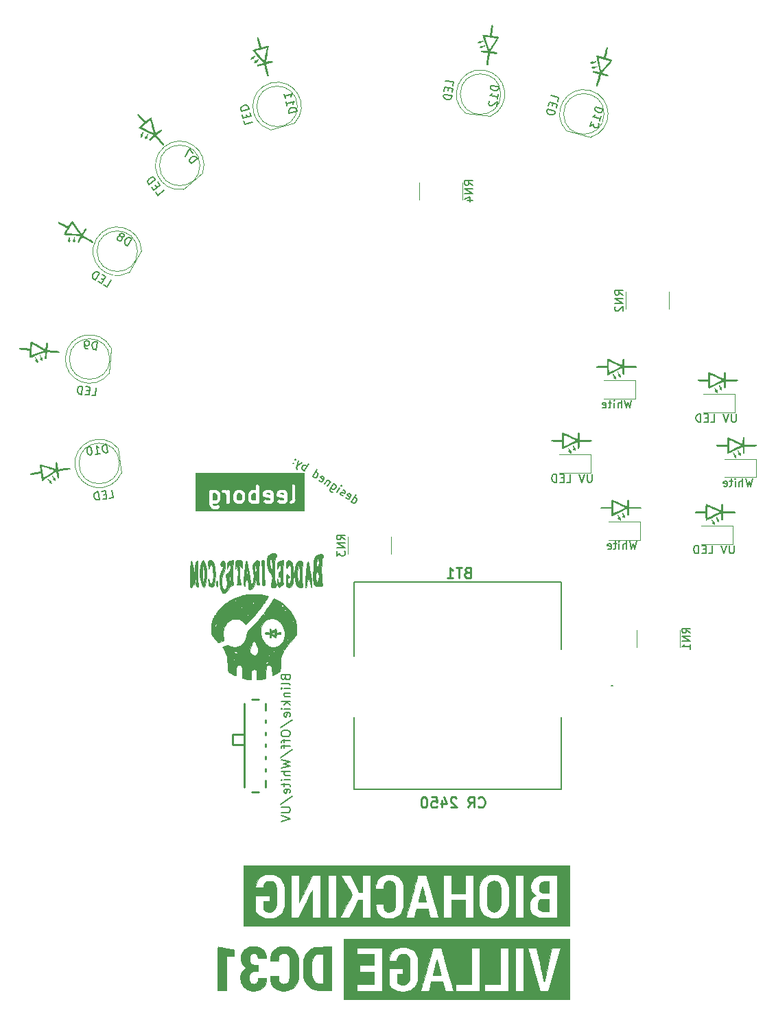
<source format=gbr>
%TF.GenerationSoftware,KiCad,Pcbnew,7.0.2*%
%TF.CreationDate,2023-06-24T07:46:36-05:00*%
%TF.ProjectId,BiohackingPivot,42696f68-6163-46b6-996e-675069766f74,rev?*%
%TF.SameCoordinates,Original*%
%TF.FileFunction,Legend,Bot*%
%TF.FilePolarity,Positive*%
%FSLAX46Y46*%
G04 Gerber Fmt 4.6, Leading zero omitted, Abs format (unit mm)*
G04 Created by KiCad (PCBNEW 7.0.2) date 2023-06-24 07:46:36*
%MOMM*%
%LPD*%
G01*
G04 APERTURE LIST*
%ADD10C,0.150000*%
%ADD11C,0.400000*%
%ADD12C,0.254000*%
%ADD13C,0.152000*%
%ADD14C,0.010000*%
%ADD15C,0.200000*%
%ADD16C,0.120000*%
G04 APERTURE END LIST*
D10*
X125107539Y-102909270D02*
X125652178Y-102070599D01*
X125133474Y-102869333D02*
X125187413Y-102961140D01*
X125187413Y-102961140D02*
X125347159Y-103064881D01*
X125347159Y-103064881D02*
X125452968Y-103076814D01*
X125452968Y-103076814D02*
X125518840Y-103062813D01*
X125518840Y-103062813D02*
X125610647Y-103008875D01*
X125610647Y-103008875D02*
X125766258Y-102769254D01*
X125766258Y-102769254D02*
X125778192Y-102663446D01*
X125778192Y-102663446D02*
X125764190Y-102597574D01*
X125764190Y-102597574D02*
X125710252Y-102505767D01*
X125710252Y-102505767D02*
X125550505Y-102402026D01*
X125550505Y-102402026D02*
X125444697Y-102390092D01*
X124414614Y-102402499D02*
X124468552Y-102494306D01*
X124468552Y-102494306D02*
X124628299Y-102598047D01*
X124628299Y-102598047D02*
X124734107Y-102609981D01*
X124734107Y-102609981D02*
X124825914Y-102556043D01*
X124825914Y-102556043D02*
X125033396Y-102236549D01*
X125033396Y-102236549D02*
X125045330Y-102130741D01*
X125045330Y-102130741D02*
X124991392Y-102038933D01*
X124991392Y-102038933D02*
X124831645Y-101935193D01*
X124831645Y-101935193D02*
X124725836Y-101923259D01*
X124725836Y-101923259D02*
X124634029Y-101977197D01*
X124634029Y-101977197D02*
X124582159Y-102057071D01*
X124582159Y-102057071D02*
X124929655Y-102396296D01*
X124055183Y-102169082D02*
X123949375Y-102157149D01*
X123949375Y-102157149D02*
X123789628Y-102053408D01*
X123789628Y-102053408D02*
X123735690Y-101961601D01*
X123735690Y-101961601D02*
X123747624Y-101855792D01*
X123747624Y-101855792D02*
X123773559Y-101815856D01*
X123773559Y-101815856D02*
X123865366Y-101761917D01*
X123865366Y-101761917D02*
X123971174Y-101773851D01*
X123971174Y-101773851D02*
X124090985Y-101851657D01*
X124090985Y-101851657D02*
X124196793Y-101863590D01*
X124196793Y-101863590D02*
X124288600Y-101809652D01*
X124288600Y-101809652D02*
X124314535Y-101769716D01*
X124314535Y-101769716D02*
X124326469Y-101663907D01*
X124326469Y-101663907D02*
X124272531Y-101572100D01*
X124272531Y-101572100D02*
X124152721Y-101494294D01*
X124152721Y-101494294D02*
X124046912Y-101482361D01*
X123310388Y-101742186D02*
X123673480Y-101183072D01*
X123855027Y-100903515D02*
X123869028Y-100969387D01*
X123869028Y-100969387D02*
X123803156Y-100983388D01*
X123803156Y-100983388D02*
X123789155Y-100917517D01*
X123789155Y-100917517D02*
X123855027Y-100903515D01*
X123855027Y-100903515D02*
X123803156Y-100983388D01*
X122914684Y-100690304D02*
X122473785Y-101369227D01*
X122473785Y-101369227D02*
X122461852Y-101475036D01*
X122461852Y-101475036D02*
X122475853Y-101540908D01*
X122475853Y-101540908D02*
X122529791Y-101632715D01*
X122529791Y-101632715D02*
X122649601Y-101710520D01*
X122649601Y-101710520D02*
X122755410Y-101722454D01*
X122577526Y-101209481D02*
X122631464Y-101301288D01*
X122631464Y-101301288D02*
X122791211Y-101405028D01*
X122791211Y-101405028D02*
X122897020Y-101416962D01*
X122897020Y-101416962D02*
X122962892Y-101402961D01*
X122962892Y-101402961D02*
X123054699Y-101349022D01*
X123054699Y-101349022D02*
X123210310Y-101109402D01*
X123210310Y-101109402D02*
X123222243Y-101003594D01*
X123222243Y-101003594D02*
X123208242Y-100937722D01*
X123208242Y-100937722D02*
X123154304Y-100845915D01*
X123154304Y-100845915D02*
X122994557Y-100742174D01*
X122994557Y-100742174D02*
X122888748Y-100730240D01*
X122515317Y-100430952D02*
X122152224Y-100990065D01*
X122463446Y-100510825D02*
X122449445Y-100444953D01*
X122449445Y-100444953D02*
X122395506Y-100353146D01*
X122395506Y-100353146D02*
X122275696Y-100275340D01*
X122275696Y-100275340D02*
X122169888Y-100263407D01*
X122169888Y-100263407D02*
X122078081Y-100317345D01*
X122078081Y-100317345D02*
X121792794Y-100756649D01*
X121099868Y-100249878D02*
X121153806Y-100341685D01*
X121153806Y-100341685D02*
X121313553Y-100445426D01*
X121313553Y-100445426D02*
X121419362Y-100457360D01*
X121419362Y-100457360D02*
X121511169Y-100403422D01*
X121511169Y-100403422D02*
X121718650Y-100083928D01*
X121718650Y-100083928D02*
X121730584Y-99978120D01*
X121730584Y-99978120D02*
X121676646Y-99886312D01*
X121676646Y-99886312D02*
X121516899Y-99782572D01*
X121516899Y-99782572D02*
X121411091Y-99770638D01*
X121411091Y-99770638D02*
X121319283Y-99824576D01*
X121319283Y-99824576D02*
X121267413Y-99904450D01*
X121267413Y-99904450D02*
X121614910Y-100243675D01*
X120315136Y-99797046D02*
X120859775Y-98958376D01*
X120341071Y-99757110D02*
X120395009Y-99848917D01*
X120395009Y-99848917D02*
X120554756Y-99952657D01*
X120554756Y-99952657D02*
X120660564Y-99964591D01*
X120660564Y-99964591D02*
X120726436Y-99950590D01*
X120726436Y-99950590D02*
X120818243Y-99896651D01*
X120818243Y-99896651D02*
X120973855Y-99657031D01*
X120973855Y-99657031D02*
X120985788Y-99551223D01*
X120985788Y-99551223D02*
X120971787Y-99485351D01*
X120971787Y-99485351D02*
X120917849Y-99393544D01*
X120917849Y-99393544D02*
X120758102Y-99289803D01*
X120758102Y-99289803D02*
X120652293Y-99277869D01*
X119276781Y-99122731D02*
X119821420Y-98284061D01*
X119613939Y-98603554D02*
X119560001Y-98511747D01*
X119560001Y-98511747D02*
X119400254Y-98408006D01*
X119400254Y-98408006D02*
X119294445Y-98396073D01*
X119294445Y-98396073D02*
X119228573Y-98410074D01*
X119228573Y-98410074D02*
X119136766Y-98464012D01*
X119136766Y-98464012D02*
X118981155Y-98703632D01*
X118981155Y-98703632D02*
X118969222Y-98809441D01*
X118969222Y-98809441D02*
X118983223Y-98875313D01*
X118983223Y-98875313D02*
X119037161Y-98967120D01*
X119037161Y-98967120D02*
X119196908Y-99070861D01*
X119196908Y-99070861D02*
X119302717Y-99082794D01*
X118960950Y-98122719D02*
X118398174Y-98552157D01*
X118561583Y-97863367D02*
X118398174Y-98552157D01*
X118398174Y-98552157D02*
X118348372Y-98803711D01*
X118348372Y-98803711D02*
X118362373Y-98869583D01*
X118362373Y-98869583D02*
X118416311Y-98961390D01*
X117930867Y-98135126D02*
X117864995Y-98149127D01*
X117864995Y-98149127D02*
X117878997Y-98214999D01*
X117878997Y-98214999D02*
X117944869Y-98200998D01*
X117944869Y-98200998D02*
X117930867Y-98135126D01*
X117930867Y-98135126D02*
X117878997Y-98214999D01*
X118216154Y-97695822D02*
X118150282Y-97709824D01*
X118150282Y-97709824D02*
X118164284Y-97775696D01*
X118164284Y-97775696D02*
X118230156Y-97761694D01*
X118230156Y-97761694D02*
X118216154Y-97695822D01*
X118216154Y-97695822D02*
X118164284Y-97775696D01*
D11*
G36*
X108426765Y-101906513D02*
G01*
X108476104Y-101955852D01*
X108535713Y-102075069D01*
X108535713Y-102552071D01*
X108476103Y-102671290D01*
X108426764Y-102720629D01*
X108307548Y-102780238D01*
X108021022Y-102780238D01*
X107983332Y-102761393D01*
X107983332Y-101865748D01*
X108021021Y-101846904D01*
X108307547Y-101846904D01*
X108426765Y-101906513D01*
G37*
G36*
X111474384Y-101906513D02*
G01*
X111523723Y-101955852D01*
X111583332Y-102075069D01*
X111583332Y-102552071D01*
X111523722Y-102671290D01*
X111474383Y-102720629D01*
X111355167Y-102780238D01*
X111163879Y-102780238D01*
X111044660Y-102720628D01*
X110995321Y-102671289D01*
X110935713Y-102552071D01*
X110935713Y-102075070D01*
X110995322Y-101955851D01*
X111044662Y-101906511D01*
X111163878Y-101846904D01*
X111355166Y-101846904D01*
X111474384Y-101906513D01*
G37*
G36*
X113297618Y-101865749D02*
G01*
X113297618Y-102761393D01*
X113259929Y-102780238D01*
X112973403Y-102780238D01*
X112854184Y-102720628D01*
X112804845Y-102671289D01*
X112745237Y-102552072D01*
X112745237Y-102075070D01*
X112804846Y-101955851D01*
X112854185Y-101906512D01*
X112973402Y-101846904D01*
X113259928Y-101846904D01*
X113297618Y-101865749D01*
G37*
G36*
X115062833Y-101891213D02*
G01*
X115107141Y-101979831D01*
X115107142Y-102069610D01*
X114564169Y-101961016D01*
X114599070Y-101891212D01*
X114687688Y-101846904D01*
X114974214Y-101846904D01*
X115062833Y-101891213D01*
G37*
G36*
X116777119Y-101891213D02*
G01*
X116821428Y-101979831D01*
X116821428Y-102069610D01*
X116278455Y-101961016D01*
X116313356Y-101891212D01*
X116401974Y-101846904D01*
X116688500Y-101846904D01*
X116777119Y-101891213D01*
G37*
G36*
X119335714Y-104110714D02*
G01*
X105821428Y-104110714D01*
X105821428Y-101749488D01*
X107575019Y-101749488D01*
X107583332Y-101774502D01*
X107583332Y-102881482D01*
X107581387Y-102936640D01*
X107583332Y-102939914D01*
X107583332Y-103255189D01*
X107578184Y-103302869D01*
X107596464Y-103339429D01*
X107607979Y-103378645D01*
X107622258Y-103391018D01*
X107688470Y-103523442D01*
X107695624Y-103556325D01*
X107734613Y-103595314D01*
X107772128Y-103635644D01*
X107775910Y-103636611D01*
X107814656Y-103675357D01*
X107831840Y-103704289D01*
X107881146Y-103728942D01*
X107929501Y-103755345D01*
X107933395Y-103755066D01*
X108065217Y-103820977D01*
X108105560Y-103846904D01*
X108146437Y-103846904D01*
X108186661Y-103854142D01*
X108204113Y-103846904D01*
X108439237Y-103846904D01*
X108486916Y-103852052D01*
X108523476Y-103833771D01*
X108562692Y-103822257D01*
X108575065Y-103807977D01*
X108755636Y-103717692D01*
X108819691Y-103658108D01*
X108848788Y-103544320D01*
X108811748Y-103432863D01*
X108720330Y-103359126D01*
X108603558Y-103346518D01*
X108402786Y-103446904D01*
X108211499Y-103446904D01*
X108092278Y-103387294D01*
X108042940Y-103337955D01*
X107983332Y-103218739D01*
X107983332Y-103185163D01*
X107996184Y-103187476D01*
X108013636Y-103180238D01*
X108343999Y-103180238D01*
X108391678Y-103185386D01*
X108428238Y-103167105D01*
X108467454Y-103155591D01*
X108479827Y-103141311D01*
X108612251Y-103075099D01*
X108645134Y-103067946D01*
X108684116Y-103028963D01*
X108724453Y-102991442D01*
X108725420Y-102987658D01*
X108764165Y-102948912D01*
X108793098Y-102931729D01*
X108817754Y-102882416D01*
X108844155Y-102834067D01*
X108843876Y-102830172D01*
X108909785Y-102698353D01*
X108935713Y-102658010D01*
X108935713Y-102617133D01*
X108942951Y-102576909D01*
X108935712Y-102559457D01*
X108935713Y-102038619D01*
X108940861Y-101990940D01*
X108922580Y-101954378D01*
X108911066Y-101915164D01*
X108896787Y-101902791D01*
X108830573Y-101770361D01*
X108823421Y-101737484D01*
X108784456Y-101698518D01*
X108764039Y-101676569D01*
X109100820Y-101676569D01*
X109149610Y-101783405D01*
X109248416Y-101846904D01*
X109450404Y-101846904D01*
X109569622Y-101906513D01*
X109618961Y-101955852D01*
X109678569Y-102075069D01*
X109678570Y-103008992D01*
X109703217Y-103092931D01*
X109791980Y-103169844D01*
X109908235Y-103186559D01*
X110015071Y-103137769D01*
X110078570Y-103038963D01*
X110078570Y-102050233D01*
X110528475Y-102050233D01*
X110535712Y-102067684D01*
X110535713Y-102588522D01*
X110530565Y-102636202D01*
X110548845Y-102672762D01*
X110560360Y-102711978D01*
X110574639Y-102724351D01*
X110640851Y-102856774D01*
X110648004Y-102889657D01*
X110686997Y-102928650D01*
X110724509Y-102968977D01*
X110728290Y-102969943D01*
X110767037Y-103008691D01*
X110784221Y-103037623D01*
X110833531Y-103062278D01*
X110881881Y-103088679D01*
X110885775Y-103088400D01*
X111017596Y-103154310D01*
X111057940Y-103180238D01*
X111098817Y-103180238D01*
X111139041Y-103187476D01*
X111156493Y-103180238D01*
X111391618Y-103180238D01*
X111439297Y-103185386D01*
X111475857Y-103167105D01*
X111515073Y-103155591D01*
X111527446Y-103141311D01*
X111659870Y-103075099D01*
X111692753Y-103067946D01*
X111731735Y-103028963D01*
X111772072Y-102991442D01*
X111773039Y-102987658D01*
X111811784Y-102948912D01*
X111840717Y-102931729D01*
X111865373Y-102882416D01*
X111891774Y-102834067D01*
X111891495Y-102830172D01*
X111957404Y-102698353D01*
X111983332Y-102658010D01*
X111983332Y-102617133D01*
X111990570Y-102576909D01*
X111983332Y-102559457D01*
X111983332Y-102050233D01*
X112337999Y-102050233D01*
X112345237Y-102067684D01*
X112345237Y-102588522D01*
X112340089Y-102636202D01*
X112358369Y-102672762D01*
X112369884Y-102711978D01*
X112384163Y-102724351D01*
X112450375Y-102856774D01*
X112457528Y-102889657D01*
X112496521Y-102928650D01*
X112534033Y-102968977D01*
X112537814Y-102969943D01*
X112576561Y-103008691D01*
X112593745Y-103037623D01*
X112643055Y-103062278D01*
X112691405Y-103088679D01*
X112695299Y-103088400D01*
X112827120Y-103154310D01*
X112867464Y-103180238D01*
X112908341Y-103180238D01*
X112948565Y-103187476D01*
X112966017Y-103180238D01*
X113296380Y-103180238D01*
X113344059Y-103185386D01*
X113380619Y-103167105D01*
X113400971Y-103161129D01*
X113411028Y-103169844D01*
X113527283Y-103186559D01*
X113634119Y-103137769D01*
X113697618Y-103038963D01*
X113697618Y-102910163D01*
X113705931Y-102877654D01*
X113697618Y-102852639D01*
X113697618Y-102111721D01*
X114146629Y-102111721D01*
X114154761Y-102146296D01*
X114154761Y-102151849D01*
X114161323Y-102174198D01*
X114173519Y-102226051D01*
X114177750Y-102230142D01*
X114179408Y-102235788D01*
X114219655Y-102270662D01*
X114257953Y-102307694D01*
X114263724Y-102308848D01*
X114268171Y-102312701D01*
X114320881Y-102320279D01*
X115107142Y-102477531D01*
X115107141Y-102647309D01*
X115062832Y-102735929D01*
X114974215Y-102780238D01*
X114687689Y-102780238D01*
X114513723Y-102693255D01*
X114427624Y-102677762D01*
X114319134Y-102722757D01*
X114252193Y-102819264D01*
X114248054Y-102936640D01*
X114308031Y-103037623D01*
X114541406Y-103154310D01*
X114581750Y-103180238D01*
X114622627Y-103180238D01*
X114662851Y-103187476D01*
X114680303Y-103180238D01*
X115010666Y-103180238D01*
X115058345Y-103185386D01*
X115094905Y-103167105D01*
X115134121Y-103155591D01*
X115146494Y-103141311D01*
X115255774Y-103086671D01*
X115263545Y-103086945D01*
X115307819Y-103060648D01*
X115327065Y-103051026D01*
X115332441Y-103046024D01*
X115364527Y-103026968D01*
X115374612Y-103006797D01*
X115391120Y-102991442D01*
X115400363Y-102955295D01*
X115481215Y-102793590D01*
X115507142Y-102753248D01*
X115507142Y-102712371D01*
X115514380Y-102672147D01*
X115507142Y-102654695D01*
X115507142Y-102347919D01*
X115515274Y-102324945D01*
X115507142Y-102290369D01*
X115507141Y-102111721D01*
X115860915Y-102111721D01*
X115869047Y-102146296D01*
X115869047Y-102151849D01*
X115875609Y-102174198D01*
X115887805Y-102226051D01*
X115892036Y-102230142D01*
X115893694Y-102235788D01*
X115933941Y-102270662D01*
X115972239Y-102307694D01*
X115978010Y-102308848D01*
X115982457Y-102312701D01*
X116035167Y-102320279D01*
X116821428Y-102477531D01*
X116821428Y-102647309D01*
X116777118Y-102735929D01*
X116688501Y-102780238D01*
X116401975Y-102780238D01*
X116228009Y-102693255D01*
X116141910Y-102677762D01*
X116033420Y-102722757D01*
X115966479Y-102819264D01*
X115962340Y-102936640D01*
X116022317Y-103037623D01*
X116255692Y-103154310D01*
X116296036Y-103180238D01*
X116336913Y-103180238D01*
X116377137Y-103187476D01*
X116394589Y-103180238D01*
X116724952Y-103180238D01*
X116772631Y-103185386D01*
X116809191Y-103167105D01*
X116848407Y-103155591D01*
X116860780Y-103141311D01*
X116970060Y-103086671D01*
X116977831Y-103086945D01*
X117022105Y-103060648D01*
X117041351Y-103051026D01*
X117046727Y-103046024D01*
X117078813Y-103026968D01*
X117088898Y-103006797D01*
X117105406Y-102991442D01*
X117106393Y-102987584D01*
X117479782Y-102987584D01*
X117516822Y-103099041D01*
X117608240Y-103172778D01*
X117725012Y-103185386D01*
X117922441Y-103086671D01*
X117930212Y-103086945D01*
X117974486Y-103060648D01*
X117993732Y-103051026D01*
X117999108Y-103046024D01*
X118031194Y-103026968D01*
X118041279Y-103006797D01*
X118057787Y-102991442D01*
X118067030Y-102955295D01*
X118147882Y-102793590D01*
X118173809Y-102753248D01*
X118173809Y-102712371D01*
X118181047Y-102672147D01*
X118173809Y-102654695D01*
X118173809Y-100951484D01*
X118149162Y-100867545D01*
X118060399Y-100790632D01*
X117944144Y-100773917D01*
X117837308Y-100822707D01*
X117773809Y-100921513D01*
X117773809Y-102647309D01*
X117729499Y-102735929D01*
X117572934Y-102814212D01*
X117508879Y-102873795D01*
X117479782Y-102987584D01*
X117106393Y-102987584D01*
X117114649Y-102955295D01*
X117195501Y-102793590D01*
X117221428Y-102753248D01*
X117221428Y-102712371D01*
X117228666Y-102672147D01*
X117221428Y-102654695D01*
X117221428Y-102347919D01*
X117229560Y-102324945D01*
X117221428Y-102290369D01*
X117221428Y-101943381D01*
X117226576Y-101895702D01*
X117208295Y-101859140D01*
X117196781Y-101819926D01*
X117182502Y-101807553D01*
X117127861Y-101698269D01*
X117128135Y-101690502D01*
X117101846Y-101646239D01*
X117092217Y-101626981D01*
X117087212Y-101621600D01*
X117068158Y-101589519D01*
X117047989Y-101579434D01*
X117032633Y-101562926D01*
X116996485Y-101553682D01*
X116834782Y-101472831D01*
X116794439Y-101446904D01*
X116753563Y-101446904D01*
X116713339Y-101439666D01*
X116695887Y-101446904D01*
X116365523Y-101446904D01*
X116317844Y-101441756D01*
X116281283Y-101460036D01*
X116242068Y-101471551D01*
X116229694Y-101485830D01*
X116120414Y-101540470D01*
X116112645Y-101540197D01*
X116068373Y-101566491D01*
X116049124Y-101576116D01*
X116043746Y-101581117D01*
X116011662Y-101600174D01*
X116001577Y-101620343D01*
X115985069Y-101635699D01*
X115975825Y-101671847D01*
X115894973Y-101833551D01*
X115869047Y-101873894D01*
X115869047Y-101914770D01*
X115861809Y-101954995D01*
X115869047Y-101972446D01*
X115869047Y-102088746D01*
X115860915Y-102111721D01*
X115507141Y-102111721D01*
X115507141Y-101943381D01*
X115512290Y-101895702D01*
X115494009Y-101859140D01*
X115482495Y-101819926D01*
X115468216Y-101807553D01*
X115413575Y-101698269D01*
X115413849Y-101690502D01*
X115387560Y-101646239D01*
X115377931Y-101626981D01*
X115372926Y-101621600D01*
X115353872Y-101589519D01*
X115333703Y-101579434D01*
X115318347Y-101562926D01*
X115282199Y-101553682D01*
X115120496Y-101472831D01*
X115080153Y-101446904D01*
X115039277Y-101446904D01*
X114999053Y-101439666D01*
X114981601Y-101446904D01*
X114651237Y-101446904D01*
X114603558Y-101441756D01*
X114566997Y-101460036D01*
X114527782Y-101471551D01*
X114515408Y-101485830D01*
X114406128Y-101540470D01*
X114398359Y-101540197D01*
X114354087Y-101566491D01*
X114334838Y-101576116D01*
X114329460Y-101581117D01*
X114297376Y-101600174D01*
X114287291Y-101620343D01*
X114270783Y-101635699D01*
X114261539Y-101671847D01*
X114180687Y-101833551D01*
X114154761Y-101873894D01*
X114154761Y-101914770D01*
X114147523Y-101954995D01*
X114154761Y-101972446D01*
X114154761Y-102088746D01*
X114146629Y-102111721D01*
X113697618Y-102111721D01*
X113697618Y-101745659D01*
X113699563Y-101690502D01*
X113697618Y-101687227D01*
X113697618Y-100951484D01*
X113672971Y-100867545D01*
X113584208Y-100790632D01*
X113467953Y-100773917D01*
X113361117Y-100822707D01*
X113297618Y-100921513D01*
X113297618Y-101441978D01*
X113284767Y-101439666D01*
X113267315Y-101446904D01*
X112936951Y-101446904D01*
X112889272Y-101441756D01*
X112852711Y-101460036D01*
X112813496Y-101471551D01*
X112801122Y-101485830D01*
X112668697Y-101552043D01*
X112635817Y-101559196D01*
X112596842Y-101598169D01*
X112556497Y-101635699D01*
X112555529Y-101639483D01*
X112516783Y-101678228D01*
X112487852Y-101695412D01*
X112463198Y-101744718D01*
X112436796Y-101793073D01*
X112437074Y-101796967D01*
X112371163Y-101928789D01*
X112345237Y-101969132D01*
X112345237Y-102010008D01*
X112337999Y-102050233D01*
X111983332Y-102050233D01*
X111983332Y-102038619D01*
X111988480Y-101990940D01*
X111970199Y-101954378D01*
X111958685Y-101915164D01*
X111944406Y-101902791D01*
X111878192Y-101770361D01*
X111871040Y-101737484D01*
X111832075Y-101698518D01*
X111794537Y-101658164D01*
X111790752Y-101657196D01*
X111752007Y-101618450D01*
X111734824Y-101589519D01*
X111685515Y-101564864D01*
X111637163Y-101538463D01*
X111633269Y-101538741D01*
X111501448Y-101472831D01*
X111461105Y-101446904D01*
X111420229Y-101446904D01*
X111380005Y-101439666D01*
X111362553Y-101446904D01*
X111127427Y-101446904D01*
X111079748Y-101441756D01*
X111043187Y-101460036D01*
X111003972Y-101471551D01*
X110991598Y-101485830D01*
X110859173Y-101552043D01*
X110826293Y-101559196D01*
X110787318Y-101598169D01*
X110746973Y-101635699D01*
X110746005Y-101639483D01*
X110707259Y-101678228D01*
X110678328Y-101695412D01*
X110653674Y-101744718D01*
X110627272Y-101793073D01*
X110627550Y-101796967D01*
X110561639Y-101928789D01*
X110535713Y-101969132D01*
X110535713Y-102010008D01*
X110528475Y-102050233D01*
X110078570Y-102050233D01*
X110078570Y-102038619D01*
X110083718Y-101990940D01*
X110078570Y-101980643D01*
X110078570Y-101618150D01*
X110053923Y-101534211D01*
X109965160Y-101457298D01*
X109848905Y-101440583D01*
X109742069Y-101489373D01*
X109714759Y-101531867D01*
X109596686Y-101472831D01*
X109556343Y-101446904D01*
X109515467Y-101446904D01*
X109475243Y-101439666D01*
X109457791Y-101446904D01*
X109278387Y-101446904D01*
X109194448Y-101471551D01*
X109117535Y-101560314D01*
X109100820Y-101676569D01*
X108764039Y-101676569D01*
X108746918Y-101658164D01*
X108743133Y-101657196D01*
X108704388Y-101618450D01*
X108687205Y-101589519D01*
X108637896Y-101564864D01*
X108589544Y-101538463D01*
X108585650Y-101538741D01*
X108453829Y-101472831D01*
X108413486Y-101446904D01*
X108372610Y-101446904D01*
X108332386Y-101439666D01*
X108314934Y-101446904D01*
X107984570Y-101446904D01*
X107936891Y-101441756D01*
X107900330Y-101460036D01*
X107879978Y-101466012D01*
X107869922Y-101457298D01*
X107753667Y-101440583D01*
X107646831Y-101489373D01*
X107583332Y-101588179D01*
X107583332Y-101716978D01*
X107575019Y-101749488D01*
X105821428Y-101749488D01*
X105821428Y-99339286D01*
X119335714Y-99339286D01*
X119335714Y-104110714D01*
G37*
D12*
%TO.C,BT1*%
X139393856Y-111621288D02*
X139212428Y-111681764D01*
X139212428Y-111681764D02*
X139151951Y-111742240D01*
X139151951Y-111742240D02*
X139091475Y-111863192D01*
X139091475Y-111863192D02*
X139091475Y-112044621D01*
X139091475Y-112044621D02*
X139151951Y-112165573D01*
X139151951Y-112165573D02*
X139212428Y-112226050D01*
X139212428Y-112226050D02*
X139333380Y-112286526D01*
X139333380Y-112286526D02*
X139817190Y-112286526D01*
X139817190Y-112286526D02*
X139817190Y-111016526D01*
X139817190Y-111016526D02*
X139393856Y-111016526D01*
X139393856Y-111016526D02*
X139272904Y-111077002D01*
X139272904Y-111077002D02*
X139212428Y-111137478D01*
X139212428Y-111137478D02*
X139151951Y-111258430D01*
X139151951Y-111258430D02*
X139151951Y-111379383D01*
X139151951Y-111379383D02*
X139212428Y-111500335D01*
X139212428Y-111500335D02*
X139272904Y-111560811D01*
X139272904Y-111560811D02*
X139393856Y-111621288D01*
X139393856Y-111621288D02*
X139817190Y-111621288D01*
X138728618Y-111016526D02*
X138002904Y-111016526D01*
X138365761Y-112286526D02*
X138365761Y-111016526D01*
X136914332Y-112286526D02*
X137640047Y-112286526D01*
X137277190Y-112286526D02*
X137277190Y-111016526D01*
X137277190Y-111016526D02*
X137398142Y-111197954D01*
X137398142Y-111197954D02*
X137519094Y-111318907D01*
X137519094Y-111318907D02*
X137640047Y-111379383D01*
X140768361Y-140507773D02*
X140828837Y-140568250D01*
X140828837Y-140568250D02*
X141010266Y-140628726D01*
X141010266Y-140628726D02*
X141131218Y-140628726D01*
X141131218Y-140628726D02*
X141312647Y-140568250D01*
X141312647Y-140568250D02*
X141433599Y-140447297D01*
X141433599Y-140447297D02*
X141494076Y-140326345D01*
X141494076Y-140326345D02*
X141554552Y-140084440D01*
X141554552Y-140084440D02*
X141554552Y-139903011D01*
X141554552Y-139903011D02*
X141494076Y-139661107D01*
X141494076Y-139661107D02*
X141433599Y-139540154D01*
X141433599Y-139540154D02*
X141312647Y-139419202D01*
X141312647Y-139419202D02*
X141131218Y-139358726D01*
X141131218Y-139358726D02*
X141010266Y-139358726D01*
X141010266Y-139358726D02*
X140828837Y-139419202D01*
X140828837Y-139419202D02*
X140768361Y-139479678D01*
X139498361Y-140628726D02*
X139921695Y-140023964D01*
X140224076Y-140628726D02*
X140224076Y-139358726D01*
X140224076Y-139358726D02*
X139740266Y-139358726D01*
X139740266Y-139358726D02*
X139619314Y-139419202D01*
X139619314Y-139419202D02*
X139558837Y-139479678D01*
X139558837Y-139479678D02*
X139498361Y-139600630D01*
X139498361Y-139600630D02*
X139498361Y-139782059D01*
X139498361Y-139782059D02*
X139558837Y-139903011D01*
X139558837Y-139903011D02*
X139619314Y-139963488D01*
X139619314Y-139963488D02*
X139740266Y-140023964D01*
X139740266Y-140023964D02*
X140224076Y-140023964D01*
X138046933Y-139479678D02*
X137986457Y-139419202D01*
X137986457Y-139419202D02*
X137865504Y-139358726D01*
X137865504Y-139358726D02*
X137563123Y-139358726D01*
X137563123Y-139358726D02*
X137442171Y-139419202D01*
X137442171Y-139419202D02*
X137381695Y-139479678D01*
X137381695Y-139479678D02*
X137321218Y-139600630D01*
X137321218Y-139600630D02*
X137321218Y-139721583D01*
X137321218Y-139721583D02*
X137381695Y-139903011D01*
X137381695Y-139903011D02*
X138107409Y-140628726D01*
X138107409Y-140628726D02*
X137321218Y-140628726D01*
X136232647Y-139782059D02*
X136232647Y-140628726D01*
X136535028Y-139298250D02*
X136837409Y-140205392D01*
X136837409Y-140205392D02*
X136051218Y-140205392D01*
X134962647Y-139358726D02*
X135567409Y-139358726D01*
X135567409Y-139358726D02*
X135627885Y-139963488D01*
X135627885Y-139963488D02*
X135567409Y-139903011D01*
X135567409Y-139903011D02*
X135446456Y-139842535D01*
X135446456Y-139842535D02*
X135144075Y-139842535D01*
X135144075Y-139842535D02*
X135023123Y-139903011D01*
X135023123Y-139903011D02*
X134962647Y-139963488D01*
X134962647Y-139963488D02*
X134902170Y-140084440D01*
X134902170Y-140084440D02*
X134902170Y-140386821D01*
X134902170Y-140386821D02*
X134962647Y-140507773D01*
X134962647Y-140507773D02*
X135023123Y-140568250D01*
X135023123Y-140568250D02*
X135144075Y-140628726D01*
X135144075Y-140628726D02*
X135446456Y-140628726D01*
X135446456Y-140628726D02*
X135567409Y-140568250D01*
X135567409Y-140568250D02*
X135627885Y-140507773D01*
X134115980Y-139358726D02*
X133995027Y-139358726D01*
X133995027Y-139358726D02*
X133874075Y-139419202D01*
X133874075Y-139419202D02*
X133813599Y-139479678D01*
X133813599Y-139479678D02*
X133753123Y-139600630D01*
X133753123Y-139600630D02*
X133692646Y-139842535D01*
X133692646Y-139842535D02*
X133692646Y-140144916D01*
X133692646Y-140144916D02*
X133753123Y-140386821D01*
X133753123Y-140386821D02*
X133813599Y-140507773D01*
X133813599Y-140507773D02*
X133874075Y-140568250D01*
X133874075Y-140568250D02*
X133995027Y-140628726D01*
X133995027Y-140628726D02*
X134115980Y-140628726D01*
X134115980Y-140628726D02*
X134236932Y-140568250D01*
X134236932Y-140568250D02*
X134297408Y-140507773D01*
X134297408Y-140507773D02*
X134357885Y-140386821D01*
X134357885Y-140386821D02*
X134418361Y-140144916D01*
X134418361Y-140144916D02*
X134418361Y-139842535D01*
X134418361Y-139842535D02*
X134357885Y-139600630D01*
X134357885Y-139600630D02*
X134297408Y-139479678D01*
X134297408Y-139479678D02*
X134236932Y-139419202D01*
X134236932Y-139419202D02*
X134115980Y-139358726D01*
D10*
%TO.C,D5*%
X159658332Y-90357619D02*
X159420237Y-91357619D01*
X159420237Y-91357619D02*
X159229761Y-90643333D01*
X159229761Y-90643333D02*
X159039285Y-91357619D01*
X159039285Y-91357619D02*
X158801190Y-90357619D01*
X158420237Y-91357619D02*
X158420237Y-90357619D01*
X157991666Y-91357619D02*
X157991666Y-90833809D01*
X157991666Y-90833809D02*
X158039285Y-90738571D01*
X158039285Y-90738571D02*
X158134523Y-90690952D01*
X158134523Y-90690952D02*
X158277380Y-90690952D01*
X158277380Y-90690952D02*
X158372618Y-90738571D01*
X158372618Y-90738571D02*
X158420237Y-90786190D01*
X157515475Y-91357619D02*
X157515475Y-90690952D01*
X157515475Y-90357619D02*
X157563094Y-90405238D01*
X157563094Y-90405238D02*
X157515475Y-90452857D01*
X157515475Y-90452857D02*
X157467856Y-90405238D01*
X157467856Y-90405238D02*
X157515475Y-90357619D01*
X157515475Y-90357619D02*
X157515475Y-90452857D01*
X157182142Y-90690952D02*
X156801190Y-90690952D01*
X157039285Y-90357619D02*
X157039285Y-91214761D01*
X157039285Y-91214761D02*
X156991666Y-91310000D01*
X156991666Y-91310000D02*
X156896428Y-91357619D01*
X156896428Y-91357619D02*
X156801190Y-91357619D01*
X156086904Y-91310000D02*
X156182142Y-91357619D01*
X156182142Y-91357619D02*
X156372618Y-91357619D01*
X156372618Y-91357619D02*
X156467856Y-91310000D01*
X156467856Y-91310000D02*
X156515475Y-91214761D01*
X156515475Y-91214761D02*
X156515475Y-90833809D01*
X156515475Y-90833809D02*
X156467856Y-90738571D01*
X156467856Y-90738571D02*
X156372618Y-90690952D01*
X156372618Y-90690952D02*
X156182142Y-90690952D01*
X156182142Y-90690952D02*
X156086904Y-90738571D01*
X156086904Y-90738571D02*
X156039285Y-90833809D01*
X156039285Y-90833809D02*
X156039285Y-90929047D01*
X156039285Y-90929047D02*
X156515475Y-91024285D01*
D13*
%TO.C,Blinkie/Off/White/UV*%
X116955059Y-124592996D02*
X117009487Y-124756282D01*
X117009487Y-124756282D02*
X117063916Y-124810711D01*
X117063916Y-124810711D02*
X117172773Y-124865139D01*
X117172773Y-124865139D02*
X117336059Y-124865139D01*
X117336059Y-124865139D02*
X117444916Y-124810711D01*
X117444916Y-124810711D02*
X117499345Y-124756282D01*
X117499345Y-124756282D02*
X117553773Y-124647425D01*
X117553773Y-124647425D02*
X117553773Y-124211996D01*
X117553773Y-124211996D02*
X116410773Y-124211996D01*
X116410773Y-124211996D02*
X116410773Y-124592996D01*
X116410773Y-124592996D02*
X116465202Y-124701854D01*
X116465202Y-124701854D02*
X116519630Y-124756282D01*
X116519630Y-124756282D02*
X116628487Y-124810711D01*
X116628487Y-124810711D02*
X116737345Y-124810711D01*
X116737345Y-124810711D02*
X116846202Y-124756282D01*
X116846202Y-124756282D02*
X116900630Y-124701854D01*
X116900630Y-124701854D02*
X116955059Y-124592996D01*
X116955059Y-124592996D02*
X116955059Y-124211996D01*
X117553773Y-125518282D02*
X117499345Y-125409425D01*
X117499345Y-125409425D02*
X117390487Y-125354996D01*
X117390487Y-125354996D02*
X116410773Y-125354996D01*
X117553773Y-125953710D02*
X116791773Y-125953710D01*
X116410773Y-125953710D02*
X116465202Y-125899282D01*
X116465202Y-125899282D02*
X116519630Y-125953710D01*
X116519630Y-125953710D02*
X116465202Y-126008139D01*
X116465202Y-126008139D02*
X116410773Y-125953710D01*
X116410773Y-125953710D02*
X116519630Y-125953710D01*
X116791773Y-126497996D02*
X117553773Y-126497996D01*
X116900630Y-126497996D02*
X116846202Y-126552425D01*
X116846202Y-126552425D02*
X116791773Y-126661282D01*
X116791773Y-126661282D02*
X116791773Y-126824568D01*
X116791773Y-126824568D02*
X116846202Y-126933425D01*
X116846202Y-126933425D02*
X116955059Y-126987854D01*
X116955059Y-126987854D02*
X117553773Y-126987854D01*
X117553773Y-127532139D02*
X116410773Y-127532139D01*
X117118345Y-127640997D02*
X117553773Y-127967568D01*
X116791773Y-127967568D02*
X117227202Y-127532139D01*
X117553773Y-128457425D02*
X116791773Y-128457425D01*
X116410773Y-128457425D02*
X116465202Y-128402997D01*
X116465202Y-128402997D02*
X116519630Y-128457425D01*
X116519630Y-128457425D02*
X116465202Y-128511854D01*
X116465202Y-128511854D02*
X116410773Y-128457425D01*
X116410773Y-128457425D02*
X116519630Y-128457425D01*
X117499345Y-129437140D02*
X117553773Y-129328283D01*
X117553773Y-129328283D02*
X117553773Y-129110569D01*
X117553773Y-129110569D02*
X117499345Y-129001711D01*
X117499345Y-129001711D02*
X117390487Y-128947283D01*
X117390487Y-128947283D02*
X116955059Y-128947283D01*
X116955059Y-128947283D02*
X116846202Y-129001711D01*
X116846202Y-129001711D02*
X116791773Y-129110569D01*
X116791773Y-129110569D02*
X116791773Y-129328283D01*
X116791773Y-129328283D02*
X116846202Y-129437140D01*
X116846202Y-129437140D02*
X116955059Y-129491569D01*
X116955059Y-129491569D02*
X117063916Y-129491569D01*
X117063916Y-129491569D02*
X117172773Y-128947283D01*
X116356345Y-130797854D02*
X117825916Y-129818140D01*
X116410773Y-131396569D02*
X116410773Y-131614283D01*
X116410773Y-131614283D02*
X116465202Y-131723140D01*
X116465202Y-131723140D02*
X116574059Y-131831997D01*
X116574059Y-131831997D02*
X116791773Y-131886426D01*
X116791773Y-131886426D02*
X117172773Y-131886426D01*
X117172773Y-131886426D02*
X117390487Y-131831997D01*
X117390487Y-131831997D02*
X117499345Y-131723140D01*
X117499345Y-131723140D02*
X117553773Y-131614283D01*
X117553773Y-131614283D02*
X117553773Y-131396569D01*
X117553773Y-131396569D02*
X117499345Y-131287712D01*
X117499345Y-131287712D02*
X117390487Y-131178854D01*
X117390487Y-131178854D02*
X117172773Y-131124426D01*
X117172773Y-131124426D02*
X116791773Y-131124426D01*
X116791773Y-131124426D02*
X116574059Y-131178854D01*
X116574059Y-131178854D02*
X116465202Y-131287712D01*
X116465202Y-131287712D02*
X116410773Y-131396569D01*
X116791773Y-132212998D02*
X116791773Y-132648426D01*
X117553773Y-132376283D02*
X116574059Y-132376283D01*
X116574059Y-132376283D02*
X116465202Y-132430712D01*
X116465202Y-132430712D02*
X116410773Y-132539569D01*
X116410773Y-132539569D02*
X116410773Y-132648426D01*
X116791773Y-132866141D02*
X116791773Y-133301569D01*
X117553773Y-133029426D02*
X116574059Y-133029426D01*
X116574059Y-133029426D02*
X116465202Y-133083855D01*
X116465202Y-133083855D02*
X116410773Y-133192712D01*
X116410773Y-133192712D02*
X116410773Y-133301569D01*
X116356345Y-134498998D02*
X117825916Y-133519284D01*
X116410773Y-134771141D02*
X117553773Y-135043284D01*
X117553773Y-135043284D02*
X116737345Y-135260998D01*
X116737345Y-135260998D02*
X117553773Y-135478713D01*
X117553773Y-135478713D02*
X116410773Y-135750856D01*
X117553773Y-136186284D02*
X116410773Y-136186284D01*
X117553773Y-136676142D02*
X116955059Y-136676142D01*
X116955059Y-136676142D02*
X116846202Y-136621713D01*
X116846202Y-136621713D02*
X116791773Y-136512856D01*
X116791773Y-136512856D02*
X116791773Y-136349570D01*
X116791773Y-136349570D02*
X116846202Y-136240713D01*
X116846202Y-136240713D02*
X116900630Y-136186284D01*
X117553773Y-137220427D02*
X116791773Y-137220427D01*
X116410773Y-137220427D02*
X116465202Y-137165999D01*
X116465202Y-137165999D02*
X116519630Y-137220427D01*
X116519630Y-137220427D02*
X116465202Y-137274856D01*
X116465202Y-137274856D02*
X116410773Y-137220427D01*
X116410773Y-137220427D02*
X116519630Y-137220427D01*
X116791773Y-137601428D02*
X116791773Y-138036856D01*
X116410773Y-137764713D02*
X117390487Y-137764713D01*
X117390487Y-137764713D02*
X117499345Y-137819142D01*
X117499345Y-137819142D02*
X117553773Y-137927999D01*
X117553773Y-137927999D02*
X117553773Y-138036856D01*
X117499345Y-138853285D02*
X117553773Y-138744428D01*
X117553773Y-138744428D02*
X117553773Y-138526714D01*
X117553773Y-138526714D02*
X117499345Y-138417856D01*
X117499345Y-138417856D02*
X117390487Y-138363428D01*
X117390487Y-138363428D02*
X116955059Y-138363428D01*
X116955059Y-138363428D02*
X116846202Y-138417856D01*
X116846202Y-138417856D02*
X116791773Y-138526714D01*
X116791773Y-138526714D02*
X116791773Y-138744428D01*
X116791773Y-138744428D02*
X116846202Y-138853285D01*
X116846202Y-138853285D02*
X116955059Y-138907714D01*
X116955059Y-138907714D02*
X117063916Y-138907714D01*
X117063916Y-138907714D02*
X117172773Y-138363428D01*
X116356345Y-140213999D02*
X117825916Y-139234285D01*
X116410773Y-140594999D02*
X117336059Y-140594999D01*
X117336059Y-140594999D02*
X117444916Y-140649428D01*
X117444916Y-140649428D02*
X117499345Y-140703857D01*
X117499345Y-140703857D02*
X117553773Y-140812714D01*
X117553773Y-140812714D02*
X117553773Y-141030428D01*
X117553773Y-141030428D02*
X117499345Y-141139285D01*
X117499345Y-141139285D02*
X117444916Y-141193714D01*
X117444916Y-141193714D02*
X117336059Y-141248142D01*
X117336059Y-141248142D02*
X116410773Y-141248142D01*
X116410773Y-141629143D02*
X117553773Y-142010143D01*
X117553773Y-142010143D02*
X116410773Y-142391143D01*
D10*
%TO.C,RN2*%
X158587619Y-77409523D02*
X158111428Y-77076190D01*
X158587619Y-76838095D02*
X157587619Y-76838095D01*
X157587619Y-76838095D02*
X157587619Y-77219047D01*
X157587619Y-77219047D02*
X157635238Y-77314285D01*
X157635238Y-77314285D02*
X157682857Y-77361904D01*
X157682857Y-77361904D02*
X157778095Y-77409523D01*
X157778095Y-77409523D02*
X157920952Y-77409523D01*
X157920952Y-77409523D02*
X158016190Y-77361904D01*
X158016190Y-77361904D02*
X158063809Y-77314285D01*
X158063809Y-77314285D02*
X158111428Y-77219047D01*
X158111428Y-77219047D02*
X158111428Y-76838095D01*
X158587619Y-77838095D02*
X157587619Y-77838095D01*
X157587619Y-77838095D02*
X158587619Y-78409523D01*
X158587619Y-78409523D02*
X157587619Y-78409523D01*
X157682857Y-78838095D02*
X157635238Y-78885714D01*
X157635238Y-78885714D02*
X157587619Y-78980952D01*
X157587619Y-78980952D02*
X157587619Y-79219047D01*
X157587619Y-79219047D02*
X157635238Y-79314285D01*
X157635238Y-79314285D02*
X157682857Y-79361904D01*
X157682857Y-79361904D02*
X157778095Y-79409523D01*
X157778095Y-79409523D02*
X157873333Y-79409523D01*
X157873333Y-79409523D02*
X158016190Y-79361904D01*
X158016190Y-79361904D02*
X158587619Y-78790476D01*
X158587619Y-78790476D02*
X158587619Y-79409523D01*
%TO.C,D8*%
X97446247Y-71332882D02*
X97946247Y-70466856D01*
X97946247Y-70466856D02*
X97740050Y-70347809D01*
X97740050Y-70347809D02*
X97592523Y-70317619D01*
X97592523Y-70317619D02*
X97462425Y-70352479D01*
X97462425Y-70352479D02*
X97373567Y-70411148D01*
X97373567Y-70411148D02*
X97237089Y-70552296D01*
X97237089Y-70552296D02*
X97165661Y-70676014D01*
X97165661Y-70676014D02*
X97111662Y-70864780D01*
X97111662Y-70864780D02*
X97105282Y-70971069D01*
X97105282Y-70971069D02*
X97140142Y-71101166D01*
X97140142Y-71101166D02*
X97240050Y-71213834D01*
X97240050Y-71213834D02*
X97446247Y-71332882D01*
X96742218Y-70266581D02*
X96848506Y-70272961D01*
X96848506Y-70272961D02*
X96913555Y-70255531D01*
X96913555Y-70255531D02*
X97002413Y-70196862D01*
X97002413Y-70196862D02*
X97026223Y-70155623D01*
X97026223Y-70155623D02*
X97032602Y-70049335D01*
X97032602Y-70049335D02*
X97015173Y-69984286D01*
X97015173Y-69984286D02*
X96956503Y-69895428D01*
X96956503Y-69895428D02*
X96791546Y-69800190D01*
X96791546Y-69800190D02*
X96685258Y-69793810D01*
X96685258Y-69793810D02*
X96620209Y-69811240D01*
X96620209Y-69811240D02*
X96531351Y-69869909D01*
X96531351Y-69869909D02*
X96507541Y-69911148D01*
X96507541Y-69911148D02*
X96501162Y-70017436D01*
X96501162Y-70017436D02*
X96518591Y-70082485D01*
X96518591Y-70082485D02*
X96577261Y-70171343D01*
X96577261Y-70171343D02*
X96742218Y-70266581D01*
X96742218Y-70266581D02*
X96800887Y-70355440D01*
X96800887Y-70355440D02*
X96818317Y-70420489D01*
X96818317Y-70420489D02*
X96811937Y-70526777D01*
X96811937Y-70526777D02*
X96716699Y-70691734D01*
X96716699Y-70691734D02*
X96627840Y-70750403D01*
X96627840Y-70750403D02*
X96562792Y-70767833D01*
X96562792Y-70767833D02*
X96456503Y-70761453D01*
X96456503Y-70761453D02*
X96291546Y-70666215D01*
X96291546Y-70666215D02*
X96232877Y-70577357D01*
X96232877Y-70577357D02*
X96215447Y-70512308D01*
X96215447Y-70512308D02*
X96221827Y-70406020D01*
X96221827Y-70406020D02*
X96317065Y-70241063D01*
X96317065Y-70241063D02*
X96405924Y-70182393D01*
X96405924Y-70182393D02*
X96470972Y-70164964D01*
X96470972Y-70164964D02*
X96577261Y-70171343D01*
X94545569Y-76166529D02*
X94957962Y-76404624D01*
X94957962Y-76404624D02*
X95457962Y-75538599D01*
X94518798Y-75546230D02*
X94230123Y-75379563D01*
X93844500Y-75761767D02*
X94256893Y-75999862D01*
X94256893Y-75999862D02*
X94756893Y-75133837D01*
X94756893Y-75133837D02*
X94344500Y-74895742D01*
X93473347Y-75547481D02*
X93973347Y-74681456D01*
X93973347Y-74681456D02*
X93767150Y-74562408D01*
X93767150Y-74562408D02*
X93619623Y-74532219D01*
X93619623Y-74532219D02*
X93489525Y-74567079D01*
X93489525Y-74567079D02*
X93400667Y-74625748D01*
X93400667Y-74625748D02*
X93264189Y-74766895D01*
X93264189Y-74766895D02*
X93192761Y-74890613D01*
X93192761Y-74890613D02*
X93138762Y-75079380D01*
X93138762Y-75079380D02*
X93132382Y-75185668D01*
X93132382Y-75185668D02*
X93167242Y-75315766D01*
X93167242Y-75315766D02*
X93267150Y-75428434D01*
X93267150Y-75428434D02*
X93473347Y-75547481D01*
%TO.C,D13*%
X156159113Y-54453982D02*
X155193188Y-54195163D01*
X155193188Y-54195163D02*
X155131564Y-54425145D01*
X155131564Y-54425145D02*
X155140586Y-54575460D01*
X155140586Y-54575460D02*
X155207930Y-54692102D01*
X155207930Y-54692102D02*
X155287598Y-54762748D01*
X155287598Y-54762748D02*
X155459259Y-54858043D01*
X155459259Y-54858043D02*
X155597249Y-54895017D01*
X155597249Y-54895017D02*
X155793559Y-54898320D01*
X155793559Y-54898320D02*
X155897877Y-54876973D01*
X155897877Y-54876973D02*
X156014519Y-54809629D01*
X156014519Y-54809629D02*
X156097490Y-54683964D01*
X156097490Y-54683964D02*
X156159113Y-54453982D01*
X155764723Y-55925869D02*
X155912619Y-55373912D01*
X155838671Y-55649890D02*
X154872745Y-55391071D01*
X154872745Y-55391071D02*
X155035384Y-55336052D01*
X155035384Y-55336052D02*
X155152026Y-55268709D01*
X155152026Y-55268709D02*
X155222672Y-55189041D01*
X154712524Y-55989025D02*
X154552302Y-56586979D01*
X154552302Y-56586979D02*
X155006547Y-56363602D01*
X155006547Y-56363602D02*
X154969573Y-56501591D01*
X154969573Y-56501591D02*
X154990920Y-56605909D01*
X154990920Y-56605909D02*
X155024592Y-56664230D01*
X155024592Y-56664230D02*
X155104260Y-56734876D01*
X155104260Y-56734876D02*
X155334242Y-56796500D01*
X155334242Y-56796500D02*
X155438560Y-56775153D01*
X155438560Y-56775153D02*
X155496881Y-56741481D01*
X155496881Y-56741481D02*
X155567527Y-56661813D01*
X155567527Y-56661813D02*
X155641475Y-56385834D01*
X155641475Y-56385834D02*
X155620128Y-56281516D01*
X155620128Y-56281516D02*
X155586457Y-56223195D01*
X150566873Y-53547133D02*
X150690120Y-53087168D01*
X150690120Y-53087168D02*
X149724194Y-52828349D01*
X149974639Y-53733536D02*
X149888366Y-54055512D01*
X150357353Y-54329073D02*
X150480600Y-53869108D01*
X150480600Y-53869108D02*
X149514674Y-53610289D01*
X149514674Y-53610289D02*
X149391427Y-54070254D01*
X150246430Y-54743041D02*
X149280504Y-54484222D01*
X149280504Y-54484222D02*
X149218881Y-54714204D01*
X149218881Y-54714204D02*
X149227903Y-54864519D01*
X149227903Y-54864519D02*
X149295247Y-54981161D01*
X149295247Y-54981161D02*
X149374915Y-55051807D01*
X149374915Y-55051807D02*
X149546576Y-55147102D01*
X149546576Y-55147102D02*
X149684565Y-55184076D01*
X149684565Y-55184076D02*
X149880876Y-55187379D01*
X149880876Y-55187379D02*
X149985194Y-55166032D01*
X149985194Y-55166032D02*
X150101836Y-55098688D01*
X150101836Y-55098688D02*
X150184807Y-54973023D01*
X150184807Y-54973023D02*
X150246430Y-54743041D01*
%TO.C,D4*%
X160283332Y-107782619D02*
X160045237Y-108782619D01*
X160045237Y-108782619D02*
X159854761Y-108068333D01*
X159854761Y-108068333D02*
X159664285Y-108782619D01*
X159664285Y-108782619D02*
X159426190Y-107782619D01*
X159045237Y-108782619D02*
X159045237Y-107782619D01*
X158616666Y-108782619D02*
X158616666Y-108258809D01*
X158616666Y-108258809D02*
X158664285Y-108163571D01*
X158664285Y-108163571D02*
X158759523Y-108115952D01*
X158759523Y-108115952D02*
X158902380Y-108115952D01*
X158902380Y-108115952D02*
X158997618Y-108163571D01*
X158997618Y-108163571D02*
X159045237Y-108211190D01*
X158140475Y-108782619D02*
X158140475Y-108115952D01*
X158140475Y-107782619D02*
X158188094Y-107830238D01*
X158188094Y-107830238D02*
X158140475Y-107877857D01*
X158140475Y-107877857D02*
X158092856Y-107830238D01*
X158092856Y-107830238D02*
X158140475Y-107782619D01*
X158140475Y-107782619D02*
X158140475Y-107877857D01*
X157807142Y-108115952D02*
X157426190Y-108115952D01*
X157664285Y-107782619D02*
X157664285Y-108639761D01*
X157664285Y-108639761D02*
X157616666Y-108735000D01*
X157616666Y-108735000D02*
X157521428Y-108782619D01*
X157521428Y-108782619D02*
X157426190Y-108782619D01*
X156711904Y-108735000D02*
X156807142Y-108782619D01*
X156807142Y-108782619D02*
X156997618Y-108782619D01*
X156997618Y-108782619D02*
X157092856Y-108735000D01*
X157092856Y-108735000D02*
X157140475Y-108639761D01*
X157140475Y-108639761D02*
X157140475Y-108258809D01*
X157140475Y-108258809D02*
X157092856Y-108163571D01*
X157092856Y-108163571D02*
X156997618Y-108115952D01*
X156997618Y-108115952D02*
X156807142Y-108115952D01*
X156807142Y-108115952D02*
X156711904Y-108163571D01*
X156711904Y-108163571D02*
X156664285Y-108258809D01*
X156664285Y-108258809D02*
X156664285Y-108354047D01*
X156664285Y-108354047D02*
X157140475Y-108449285D01*
%TO.C,RN3*%
X124287619Y-107609523D02*
X123811428Y-107276190D01*
X124287619Y-107038095D02*
X123287619Y-107038095D01*
X123287619Y-107038095D02*
X123287619Y-107419047D01*
X123287619Y-107419047D02*
X123335238Y-107514285D01*
X123335238Y-107514285D02*
X123382857Y-107561904D01*
X123382857Y-107561904D02*
X123478095Y-107609523D01*
X123478095Y-107609523D02*
X123620952Y-107609523D01*
X123620952Y-107609523D02*
X123716190Y-107561904D01*
X123716190Y-107561904D02*
X123763809Y-107514285D01*
X123763809Y-107514285D02*
X123811428Y-107419047D01*
X123811428Y-107419047D02*
X123811428Y-107038095D01*
X124287619Y-108038095D02*
X123287619Y-108038095D01*
X123287619Y-108038095D02*
X124287619Y-108609523D01*
X124287619Y-108609523D02*
X123287619Y-108609523D01*
X123287619Y-108990476D02*
X123287619Y-109609523D01*
X123287619Y-109609523D02*
X123668571Y-109276190D01*
X123668571Y-109276190D02*
X123668571Y-109419047D01*
X123668571Y-109419047D02*
X123716190Y-109514285D01*
X123716190Y-109514285D02*
X123763809Y-109561904D01*
X123763809Y-109561904D02*
X123859047Y-109609523D01*
X123859047Y-109609523D02*
X124097142Y-109609523D01*
X124097142Y-109609523D02*
X124192380Y-109561904D01*
X124192380Y-109561904D02*
X124240000Y-109514285D01*
X124240000Y-109514285D02*
X124287619Y-109419047D01*
X124287619Y-109419047D02*
X124287619Y-109133333D01*
X124287619Y-109133333D02*
X124240000Y-109038095D01*
X124240000Y-109038095D02*
X124192380Y-108990476D01*
%TO.C,D9*%
X93625907Y-84169478D02*
X93713062Y-83173284D01*
X93713062Y-83173284D02*
X93475873Y-83152532D01*
X93475873Y-83152532D02*
X93329409Y-83187519D01*
X93329409Y-83187519D02*
X93226233Y-83274094D01*
X93226233Y-83274094D02*
X93170495Y-83364820D01*
X93170495Y-83364820D02*
X93106456Y-83550421D01*
X93106456Y-83550421D02*
X93094005Y-83692734D01*
X93094005Y-83692734D02*
X93124842Y-83886636D01*
X93124842Y-83886636D02*
X93163979Y-83985662D01*
X93163979Y-83985662D02*
X93250554Y-84088838D01*
X93250554Y-84088838D02*
X93388717Y-84148727D01*
X93388717Y-84148727D02*
X93625907Y-84169478D01*
X92582274Y-84078172D02*
X92392523Y-84061571D01*
X92392523Y-84061571D02*
X92301797Y-84005833D01*
X92301797Y-84005833D02*
X92258510Y-83954245D01*
X92258510Y-83954245D02*
X92176085Y-83803631D01*
X92176085Y-83803631D02*
X92145248Y-83609729D01*
X92145248Y-83609729D02*
X92178450Y-83230226D01*
X92178450Y-83230226D02*
X92234189Y-83139501D01*
X92234189Y-83139501D02*
X92285777Y-83096213D01*
X92285777Y-83096213D02*
X92384803Y-83057076D01*
X92384803Y-83057076D02*
X92574554Y-83073677D01*
X92574554Y-83073677D02*
X92665280Y-83129415D01*
X92665280Y-83129415D02*
X92708567Y-83181004D01*
X92708567Y-83181004D02*
X92747704Y-83280030D01*
X92747704Y-83280030D02*
X92726953Y-83517219D01*
X92726953Y-83517219D02*
X92671215Y-83607944D01*
X92671215Y-83607944D02*
X92619627Y-83651232D01*
X92619627Y-83651232D02*
X92520601Y-83690369D01*
X92520601Y-83690369D02*
X92330849Y-83673768D01*
X92330849Y-83673768D02*
X92240124Y-83618030D01*
X92240124Y-83618030D02*
X92196836Y-83566441D01*
X92196836Y-83566441D02*
X92157699Y-83467415D01*
X93039787Y-89776130D02*
X93514165Y-89817633D01*
X93514165Y-89817633D02*
X93601321Y-88821438D01*
X92753375Y-89225262D02*
X92421310Y-89196210D01*
X92233343Y-89705575D02*
X92707722Y-89747078D01*
X92707722Y-89747078D02*
X92794877Y-88750883D01*
X92794877Y-88750883D02*
X92320499Y-88709380D01*
X91806402Y-89668223D02*
X91893558Y-88672028D01*
X91893558Y-88672028D02*
X91656369Y-88651277D01*
X91656369Y-88651277D02*
X91509905Y-88686264D01*
X91509905Y-88686264D02*
X91406729Y-88772839D01*
X91406729Y-88772839D02*
X91350991Y-88863564D01*
X91350991Y-88863564D02*
X91286952Y-89049165D01*
X91286952Y-89049165D02*
X91274501Y-89191479D01*
X91274501Y-89191479D02*
X91305338Y-89385380D01*
X91305338Y-89385380D02*
X91344475Y-89484406D01*
X91344475Y-89484406D02*
X91431050Y-89587583D01*
X91431050Y-89587583D02*
X91569213Y-89647471D01*
X91569213Y-89647471D02*
X91806402Y-89668223D01*
%TO.C,D3*%
X172302380Y-108307619D02*
X172302380Y-109117142D01*
X172302380Y-109117142D02*
X172254761Y-109212380D01*
X172254761Y-109212380D02*
X172207142Y-109260000D01*
X172207142Y-109260000D02*
X172111904Y-109307619D01*
X172111904Y-109307619D02*
X171921428Y-109307619D01*
X171921428Y-109307619D02*
X171826190Y-109260000D01*
X171826190Y-109260000D02*
X171778571Y-109212380D01*
X171778571Y-109212380D02*
X171730952Y-109117142D01*
X171730952Y-109117142D02*
X171730952Y-108307619D01*
X171397618Y-108307619D02*
X171064285Y-109307619D01*
X171064285Y-109307619D02*
X170730952Y-108307619D01*
X169159523Y-109307619D02*
X169635713Y-109307619D01*
X169635713Y-109307619D02*
X169635713Y-108307619D01*
X168826189Y-108783809D02*
X168492856Y-108783809D01*
X168349999Y-109307619D02*
X168826189Y-109307619D01*
X168826189Y-109307619D02*
X168826189Y-108307619D01*
X168826189Y-108307619D02*
X168349999Y-108307619D01*
X167921427Y-109307619D02*
X167921427Y-108307619D01*
X167921427Y-108307619D02*
X167683332Y-108307619D01*
X167683332Y-108307619D02*
X167540475Y-108355238D01*
X167540475Y-108355238D02*
X167445237Y-108450476D01*
X167445237Y-108450476D02*
X167397618Y-108545714D01*
X167397618Y-108545714D02*
X167349999Y-108736190D01*
X167349999Y-108736190D02*
X167349999Y-108879047D01*
X167349999Y-108879047D02*
X167397618Y-109069523D01*
X167397618Y-109069523D02*
X167445237Y-109164761D01*
X167445237Y-109164761D02*
X167540475Y-109260000D01*
X167540475Y-109260000D02*
X167683332Y-109307619D01*
X167683332Y-109307619D02*
X167921427Y-109307619D01*
%TO.C,D10*%
X95000902Y-96830784D02*
X94861729Y-95840516D01*
X94861729Y-95840516D02*
X94625951Y-95873653D01*
X94625951Y-95873653D02*
X94491111Y-95940690D01*
X94491111Y-95940690D02*
X94410055Y-96048256D01*
X94410055Y-96048256D02*
X94376154Y-96149195D01*
X94376154Y-96149195D02*
X94355507Y-96344444D01*
X94355507Y-96344444D02*
X94375389Y-96485911D01*
X94375389Y-96485911D02*
X94449054Y-96667907D01*
X94449054Y-96667907D02*
X94509464Y-96755590D01*
X94509464Y-96755590D02*
X94617030Y-96836647D01*
X94617030Y-96836647D02*
X94765124Y-96863921D01*
X94765124Y-96863921D02*
X95000902Y-96830784D01*
X93491922Y-97042858D02*
X94057790Y-96963330D01*
X93774856Y-97003094D02*
X93635683Y-96012826D01*
X93635683Y-96012826D02*
X93749876Y-96141038D01*
X93749876Y-96141038D02*
X93857442Y-96222095D01*
X93857442Y-96222095D02*
X93958380Y-96255996D01*
X92739726Y-96138744D02*
X92645415Y-96151999D01*
X92645415Y-96151999D02*
X92557731Y-96212409D01*
X92557731Y-96212409D02*
X92517202Y-96266192D01*
X92517202Y-96266192D02*
X92483301Y-96367131D01*
X92483301Y-96367131D02*
X92462655Y-96562380D01*
X92462655Y-96562380D02*
X92495791Y-96798159D01*
X92495791Y-96798159D02*
X92569456Y-96980154D01*
X92569456Y-96980154D02*
X92629866Y-97067838D01*
X92629866Y-97067838D02*
X92683649Y-97108366D01*
X92683649Y-97108366D02*
X92784588Y-97142267D01*
X92784588Y-97142267D02*
X92878899Y-97129013D01*
X92878899Y-97129013D02*
X92966583Y-97068602D01*
X92966583Y-97068602D02*
X93007111Y-97014819D01*
X93007111Y-97014819D02*
X93041012Y-96913881D01*
X93041012Y-96913881D02*
X93061659Y-96718631D01*
X93061659Y-96718631D02*
X93028522Y-96482853D01*
X93028522Y-96482853D02*
X92954858Y-96300858D01*
X92954858Y-96300858D02*
X92894447Y-96213174D01*
X92894447Y-96213174D02*
X92840664Y-96172646D01*
X92840664Y-96172646D02*
X92739726Y-96138744D01*
X95219470Y-102491859D02*
X95691026Y-102425586D01*
X95691026Y-102425586D02*
X95551853Y-101435318D01*
X94816480Y-102019538D02*
X94486391Y-102065929D01*
X94417824Y-102604523D02*
X94889380Y-102538250D01*
X94889380Y-102538250D02*
X94750207Y-101547982D01*
X94750207Y-101547982D02*
X94278651Y-101614255D01*
X93993423Y-102664169D02*
X93854250Y-101673900D01*
X93854250Y-101673900D02*
X93618472Y-101707037D01*
X93618472Y-101707037D02*
X93483632Y-101774074D01*
X93483632Y-101774074D02*
X93402576Y-101881640D01*
X93402576Y-101881640D02*
X93368675Y-101982579D01*
X93368675Y-101982579D02*
X93348028Y-102177829D01*
X93348028Y-102177829D02*
X93367910Y-102319295D01*
X93367910Y-102319295D02*
X93441575Y-102501291D01*
X93441575Y-102501291D02*
X93501985Y-102588975D01*
X93501985Y-102588975D02*
X93609551Y-102670031D01*
X93609551Y-102670031D02*
X93757645Y-102697305D01*
X93757645Y-102697305D02*
X93993423Y-102664169D01*
%TO.C,RN1*%
X166912619Y-119109523D02*
X166436428Y-118776190D01*
X166912619Y-118538095D02*
X165912619Y-118538095D01*
X165912619Y-118538095D02*
X165912619Y-118919047D01*
X165912619Y-118919047D02*
X165960238Y-119014285D01*
X165960238Y-119014285D02*
X166007857Y-119061904D01*
X166007857Y-119061904D02*
X166103095Y-119109523D01*
X166103095Y-119109523D02*
X166245952Y-119109523D01*
X166245952Y-119109523D02*
X166341190Y-119061904D01*
X166341190Y-119061904D02*
X166388809Y-119014285D01*
X166388809Y-119014285D02*
X166436428Y-118919047D01*
X166436428Y-118919047D02*
X166436428Y-118538095D01*
X166912619Y-119538095D02*
X165912619Y-119538095D01*
X165912619Y-119538095D02*
X166912619Y-120109523D01*
X166912619Y-120109523D02*
X165912619Y-120109523D01*
X166912619Y-121109523D02*
X166912619Y-120538095D01*
X166912619Y-120823809D02*
X165912619Y-120823809D01*
X165912619Y-120823809D02*
X166055476Y-120728571D01*
X166055476Y-120728571D02*
X166150714Y-120633333D01*
X166150714Y-120633333D02*
X166198333Y-120538095D01*
%TO.C,D1*%
X154777380Y-99507619D02*
X154777380Y-100317142D01*
X154777380Y-100317142D02*
X154729761Y-100412380D01*
X154729761Y-100412380D02*
X154682142Y-100460000D01*
X154682142Y-100460000D02*
X154586904Y-100507619D01*
X154586904Y-100507619D02*
X154396428Y-100507619D01*
X154396428Y-100507619D02*
X154301190Y-100460000D01*
X154301190Y-100460000D02*
X154253571Y-100412380D01*
X154253571Y-100412380D02*
X154205952Y-100317142D01*
X154205952Y-100317142D02*
X154205952Y-99507619D01*
X153872618Y-99507619D02*
X153539285Y-100507619D01*
X153539285Y-100507619D02*
X153205952Y-99507619D01*
X151634523Y-100507619D02*
X152110713Y-100507619D01*
X152110713Y-100507619D02*
X152110713Y-99507619D01*
X151301189Y-99983809D02*
X150967856Y-99983809D01*
X150824999Y-100507619D02*
X151301189Y-100507619D01*
X151301189Y-100507619D02*
X151301189Y-99507619D01*
X151301189Y-99507619D02*
X150824999Y-99507619D01*
X150396427Y-100507619D02*
X150396427Y-99507619D01*
X150396427Y-99507619D02*
X150158332Y-99507619D01*
X150158332Y-99507619D02*
X150015475Y-99555238D01*
X150015475Y-99555238D02*
X149920237Y-99650476D01*
X149920237Y-99650476D02*
X149872618Y-99745714D01*
X149872618Y-99745714D02*
X149824999Y-99936190D01*
X149824999Y-99936190D02*
X149824999Y-100079047D01*
X149824999Y-100079047D02*
X149872618Y-100269523D01*
X149872618Y-100269523D02*
X149920237Y-100364761D01*
X149920237Y-100364761D02*
X150015475Y-100460000D01*
X150015475Y-100460000D02*
X150158332Y-100507619D01*
X150158332Y-100507619D02*
X150396427Y-100507619D01*
%TO.C,D2*%
X172577380Y-92082619D02*
X172577380Y-92892142D01*
X172577380Y-92892142D02*
X172529761Y-92987380D01*
X172529761Y-92987380D02*
X172482142Y-93035000D01*
X172482142Y-93035000D02*
X172386904Y-93082619D01*
X172386904Y-93082619D02*
X172196428Y-93082619D01*
X172196428Y-93082619D02*
X172101190Y-93035000D01*
X172101190Y-93035000D02*
X172053571Y-92987380D01*
X172053571Y-92987380D02*
X172005952Y-92892142D01*
X172005952Y-92892142D02*
X172005952Y-92082619D01*
X171672618Y-92082619D02*
X171339285Y-93082619D01*
X171339285Y-93082619D02*
X171005952Y-92082619D01*
X169434523Y-93082619D02*
X169910713Y-93082619D01*
X169910713Y-93082619D02*
X169910713Y-92082619D01*
X169101189Y-92558809D02*
X168767856Y-92558809D01*
X168624999Y-93082619D02*
X169101189Y-93082619D01*
X169101189Y-93082619D02*
X169101189Y-92082619D01*
X169101189Y-92082619D02*
X168624999Y-92082619D01*
X168196427Y-93082619D02*
X168196427Y-92082619D01*
X168196427Y-92082619D02*
X167958332Y-92082619D01*
X167958332Y-92082619D02*
X167815475Y-92130238D01*
X167815475Y-92130238D02*
X167720237Y-92225476D01*
X167720237Y-92225476D02*
X167672618Y-92320714D01*
X167672618Y-92320714D02*
X167624999Y-92511190D01*
X167624999Y-92511190D02*
X167624999Y-92654047D01*
X167624999Y-92654047D02*
X167672618Y-92844523D01*
X167672618Y-92844523D02*
X167720237Y-92939761D01*
X167720237Y-92939761D02*
X167815475Y-93035000D01*
X167815475Y-93035000D02*
X167958332Y-93082619D01*
X167958332Y-93082619D02*
X168196427Y-93082619D01*
%TO.C,D12*%
X143300832Y-51694912D02*
X142308286Y-51573043D01*
X142308286Y-51573043D02*
X142279270Y-51809363D01*
X142279270Y-51809363D02*
X142309124Y-51956959D01*
X142309124Y-51956959D02*
X142392046Y-52063094D01*
X142392046Y-52063094D02*
X142480771Y-52121964D01*
X142480771Y-52121964D02*
X142664024Y-52192442D01*
X142664024Y-52192442D02*
X142805816Y-52209851D01*
X142805816Y-52209851D02*
X143000676Y-52185801D01*
X143000676Y-52185801D02*
X143101007Y-52150143D01*
X143101007Y-52150143D02*
X143207142Y-52067221D01*
X143207142Y-52067221D02*
X143271816Y-51931232D01*
X143271816Y-51931232D02*
X143300832Y-51694912D01*
X143115127Y-53207363D02*
X143184766Y-52640194D01*
X143149947Y-52923779D02*
X142157400Y-52801909D01*
X142157400Y-52801909D02*
X142310799Y-52724791D01*
X142310799Y-52724791D02*
X142416934Y-52641869D01*
X142416934Y-52641869D02*
X142475805Y-52553144D01*
X142170682Y-53475213D02*
X142117615Y-53516674D01*
X142117615Y-53516674D02*
X142058744Y-53605399D01*
X142058744Y-53605399D02*
X142029728Y-53841720D01*
X142029728Y-53841720D02*
X142065385Y-53942051D01*
X142065385Y-53942051D02*
X142106846Y-53995118D01*
X142106846Y-53995118D02*
X142195571Y-54053989D01*
X142195571Y-54053989D02*
X142290099Y-54065596D01*
X142290099Y-54065596D02*
X142437695Y-54035742D01*
X142437695Y-54035742D02*
X143074504Y-53538212D01*
X143074504Y-53538212D02*
X142999061Y-54152645D01*
X137636806Y-51575177D02*
X137694839Y-51102536D01*
X137694839Y-51102536D02*
X136702293Y-50980667D01*
X137076278Y-51842190D02*
X137035654Y-52173038D01*
X137538150Y-52378667D02*
X137596183Y-51906026D01*
X137596183Y-51906026D02*
X136603637Y-51784157D01*
X136603637Y-51784157D02*
X136545604Y-52256798D01*
X137485920Y-52804044D02*
X136493374Y-52682175D01*
X136493374Y-52682175D02*
X136464357Y-52918495D01*
X136464357Y-52918495D02*
X136494211Y-53066091D01*
X136494211Y-53066091D02*
X136577133Y-53172226D01*
X136577133Y-53172226D02*
X136665858Y-53231096D01*
X136665858Y-53231096D02*
X136849111Y-53301574D01*
X136849111Y-53301574D02*
X136990903Y-53318984D01*
X136990903Y-53318984D02*
X137185763Y-53294933D01*
X137185763Y-53294933D02*
X137286095Y-53259275D01*
X137286095Y-53259275D02*
X137392229Y-53176354D01*
X137392229Y-53176354D02*
X137456903Y-53040365D01*
X137456903Y-53040365D02*
X137485920Y-52804044D01*
%TO.C,D7*%
X105312908Y-61212333D02*
X106078952Y-60569545D01*
X106078952Y-60569545D02*
X105925908Y-60387154D01*
X105925908Y-60387154D02*
X105797603Y-60308328D01*
X105797603Y-60308328D02*
X105663428Y-60296589D01*
X105663428Y-60296589D02*
X105559863Y-60321328D01*
X105559863Y-60321328D02*
X105383340Y-60407286D01*
X105383340Y-60407286D02*
X105273905Y-60499113D01*
X105273905Y-60499113D02*
X105158601Y-60658027D01*
X105158601Y-60658027D02*
X105116253Y-60755723D01*
X105116253Y-60755723D02*
X105104515Y-60889897D01*
X105104515Y-60889897D02*
X105159863Y-61029941D01*
X105159863Y-61029941D02*
X105312908Y-61212333D01*
X105497383Y-59876457D02*
X105068858Y-59365761D01*
X105068858Y-59365761D02*
X104578294Y-60336853D01*
X100933957Y-64762385D02*
X101240047Y-65127168D01*
X101240047Y-65127168D02*
X102006091Y-64484380D01*
X101120956Y-64170338D02*
X100906694Y-63914990D01*
X100413605Y-64142253D02*
X100719695Y-64507036D01*
X100719695Y-64507036D02*
X101485739Y-63864249D01*
X101485739Y-63864249D02*
X101179650Y-63499466D01*
X100138125Y-63813948D02*
X100904169Y-63171161D01*
X100904169Y-63171161D02*
X100751125Y-62988769D01*
X100751125Y-62988769D02*
X100622820Y-62909943D01*
X100622820Y-62909943D02*
X100488645Y-62898204D01*
X100488645Y-62898204D02*
X100385080Y-62922944D01*
X100385080Y-62922944D02*
X100208557Y-63008901D01*
X100208557Y-63008901D02*
X100099123Y-63100728D01*
X100099123Y-63100728D02*
X99983818Y-63259642D01*
X99983818Y-63259642D02*
X99941471Y-63357338D01*
X99941471Y-63357338D02*
X99929732Y-63491513D01*
X99929732Y-63491513D02*
X99985080Y-63631557D01*
X99985080Y-63631557D02*
X100138125Y-63813948D01*
%TO.C,RN4*%
X140062619Y-63884523D02*
X139586428Y-63551190D01*
X140062619Y-63313095D02*
X139062619Y-63313095D01*
X139062619Y-63313095D02*
X139062619Y-63694047D01*
X139062619Y-63694047D02*
X139110238Y-63789285D01*
X139110238Y-63789285D02*
X139157857Y-63836904D01*
X139157857Y-63836904D02*
X139253095Y-63884523D01*
X139253095Y-63884523D02*
X139395952Y-63884523D01*
X139395952Y-63884523D02*
X139491190Y-63836904D01*
X139491190Y-63836904D02*
X139538809Y-63789285D01*
X139538809Y-63789285D02*
X139586428Y-63694047D01*
X139586428Y-63694047D02*
X139586428Y-63313095D01*
X140062619Y-64313095D02*
X139062619Y-64313095D01*
X139062619Y-64313095D02*
X140062619Y-64884523D01*
X140062619Y-64884523D02*
X139062619Y-64884523D01*
X139395952Y-65789285D02*
X140062619Y-65789285D01*
X139015000Y-65551190D02*
X139729285Y-65313095D01*
X139729285Y-65313095D02*
X139729285Y-65932142D01*
%TO.C,D6*%
X174608332Y-100057619D02*
X174370237Y-101057619D01*
X174370237Y-101057619D02*
X174179761Y-100343333D01*
X174179761Y-100343333D02*
X173989285Y-101057619D01*
X173989285Y-101057619D02*
X173751190Y-100057619D01*
X173370237Y-101057619D02*
X173370237Y-100057619D01*
X172941666Y-101057619D02*
X172941666Y-100533809D01*
X172941666Y-100533809D02*
X172989285Y-100438571D01*
X172989285Y-100438571D02*
X173084523Y-100390952D01*
X173084523Y-100390952D02*
X173227380Y-100390952D01*
X173227380Y-100390952D02*
X173322618Y-100438571D01*
X173322618Y-100438571D02*
X173370237Y-100486190D01*
X172465475Y-101057619D02*
X172465475Y-100390952D01*
X172465475Y-100057619D02*
X172513094Y-100105238D01*
X172513094Y-100105238D02*
X172465475Y-100152857D01*
X172465475Y-100152857D02*
X172417856Y-100105238D01*
X172417856Y-100105238D02*
X172465475Y-100057619D01*
X172465475Y-100057619D02*
X172465475Y-100152857D01*
X172132142Y-100390952D02*
X171751190Y-100390952D01*
X171989285Y-100057619D02*
X171989285Y-100914761D01*
X171989285Y-100914761D02*
X171941666Y-101010000D01*
X171941666Y-101010000D02*
X171846428Y-101057619D01*
X171846428Y-101057619D02*
X171751190Y-101057619D01*
X171036904Y-101010000D02*
X171132142Y-101057619D01*
X171132142Y-101057619D02*
X171322618Y-101057619D01*
X171322618Y-101057619D02*
X171417856Y-101010000D01*
X171417856Y-101010000D02*
X171465475Y-100914761D01*
X171465475Y-100914761D02*
X171465475Y-100533809D01*
X171465475Y-100533809D02*
X171417856Y-100438571D01*
X171417856Y-100438571D02*
X171322618Y-100390952D01*
X171322618Y-100390952D02*
X171132142Y-100390952D01*
X171132142Y-100390952D02*
X171036904Y-100438571D01*
X171036904Y-100438571D02*
X170989285Y-100533809D01*
X170989285Y-100533809D02*
X170989285Y-100629047D01*
X170989285Y-100629047D02*
X171465475Y-100724285D01*
%TO.C,D11*%
X117408002Y-55007034D02*
X118373928Y-54748215D01*
X118373928Y-54748215D02*
X118312304Y-54518233D01*
X118312304Y-54518233D02*
X118229334Y-54392568D01*
X118229334Y-54392568D02*
X118112691Y-54325225D01*
X118112691Y-54325225D02*
X118008374Y-54303877D01*
X118008374Y-54303877D02*
X117812063Y-54307180D01*
X117812063Y-54307180D02*
X117674074Y-54344154D01*
X117674074Y-54344154D02*
X117502413Y-54439449D01*
X117502413Y-54439449D02*
X117422744Y-54510095D01*
X117422744Y-54510095D02*
X117355401Y-54626738D01*
X117355401Y-54626738D02*
X117346379Y-54777052D01*
X117346379Y-54777052D02*
X117408002Y-55007034D01*
X117013611Y-53535147D02*
X117161508Y-54087105D01*
X117087559Y-53811126D02*
X118053485Y-53552307D01*
X118053485Y-53552307D02*
X117940145Y-53681274D01*
X117940145Y-53681274D02*
X117872802Y-53797916D01*
X117872802Y-53797916D02*
X117851455Y-53902234D01*
X116767117Y-52615218D02*
X116915013Y-53167175D01*
X116841065Y-52891197D02*
X117806991Y-52632377D01*
X117806991Y-52632377D02*
X117693651Y-52761345D01*
X117693651Y-52761345D02*
X117626307Y-52877987D01*
X117626307Y-52877987D02*
X117604960Y-52982305D01*
X111815762Y-55913885D02*
X111939009Y-56373849D01*
X111939009Y-56373849D02*
X112904935Y-56115030D01*
X112235450Y-55456337D02*
X112149177Y-55134362D01*
X111606241Y-55131944D02*
X111729488Y-55591909D01*
X111729488Y-55591909D02*
X112695414Y-55333090D01*
X112695414Y-55333090D02*
X112572167Y-54873125D01*
X111495319Y-54717976D02*
X112461245Y-54459157D01*
X112461245Y-54459157D02*
X112399621Y-54229175D01*
X112399621Y-54229175D02*
X112316650Y-54103510D01*
X112316650Y-54103510D02*
X112200008Y-54036167D01*
X112200008Y-54036167D02*
X112095690Y-54014820D01*
X112095690Y-54014820D02*
X111899380Y-54018122D01*
X111899380Y-54018122D02*
X111761390Y-54055096D01*
X111761390Y-54055096D02*
X111589729Y-54150391D01*
X111589729Y-54150391D02*
X111510061Y-54221037D01*
X111510061Y-54221037D02*
X111442718Y-54337680D01*
X111442718Y-54337680D02*
X111433695Y-54487994D01*
X111433695Y-54487994D02*
X111495319Y-54717976D01*
%TO.C,G\u002A\u002A\u002A*%
G36*
X88738017Y-98043932D02*
G01*
X88776755Y-98104262D01*
X88808756Y-98237012D01*
X88843920Y-98465948D01*
X88906895Y-98914039D01*
X89653712Y-98809080D01*
X89907051Y-98774096D01*
X90137083Y-98746026D01*
X90283279Y-98736564D01*
X90365487Y-98746090D01*
X90403552Y-98774980D01*
X90417322Y-98823613D01*
X90419219Y-98864667D01*
X90398279Y-98905047D01*
X90333592Y-98937743D01*
X90206182Y-98968588D01*
X89997076Y-99003417D01*
X89687299Y-99048063D01*
X88940482Y-99153021D01*
X88999258Y-99571238D01*
X89003903Y-99604533D01*
X89028725Y-99811858D01*
X89028579Y-99930202D01*
X88999754Y-99986141D01*
X88938544Y-100006249D01*
X88928851Y-100007488D01*
X88867781Y-100000908D01*
X88826573Y-99947884D01*
X88794348Y-99823903D01*
X88760224Y-99604451D01*
X88701395Y-99185859D01*
X87868988Y-99760169D01*
X87662539Y-99901583D01*
X87404655Y-100075104D01*
X87192460Y-100214227D01*
X87043693Y-100307379D01*
X86976089Y-100342980D01*
X86974179Y-100343069D01*
X86935006Y-100285671D01*
X86892390Y-100131646D01*
X86852622Y-99903392D01*
X86789647Y-99455301D01*
X86132448Y-99547665D01*
X86008566Y-99564925D01*
X85761066Y-99596695D01*
X85603489Y-99608994D01*
X85514651Y-99600969D01*
X85473368Y-99571767D01*
X85458456Y-99520536D01*
X85456099Y-99497903D01*
X85466038Y-99450694D01*
X85515155Y-99414826D01*
X85623579Y-99383641D01*
X85811439Y-99350479D01*
X86098861Y-99308682D01*
X86756060Y-99216319D01*
X86693085Y-98768228D01*
X86679370Y-98665167D01*
X86675528Y-98621459D01*
X86672612Y-98588295D01*
X86911500Y-98588295D01*
X87007850Y-99273859D01*
X87045177Y-99527755D01*
X87081457Y-99751028D01*
X87110004Y-99901695D01*
X87126726Y-99956256D01*
X87130101Y-99954870D01*
X87202391Y-99910991D01*
X87351877Y-99814857D01*
X87559153Y-99679063D01*
X87804810Y-99516206D01*
X88460367Y-99079320D01*
X88146930Y-98971046D01*
X88143620Y-98969904D01*
X87922570Y-98896633D01*
X87645832Y-98808932D01*
X87372497Y-98725534D01*
X86911500Y-98588295D01*
X86672612Y-98588295D01*
X86661335Y-98460034D01*
X86671607Y-98347343D01*
X86710897Y-98308784D01*
X86748522Y-98312955D01*
X86890088Y-98346407D01*
X87111847Y-98407709D01*
X87392300Y-98490817D01*
X87709951Y-98589689D01*
X88628219Y-98881946D01*
X88587709Y-98466328D01*
X88570205Y-98248924D01*
X88573691Y-98119270D01*
X88603416Y-98056567D01*
X88664071Y-98034284D01*
X88682637Y-98032253D01*
X88738017Y-98043932D01*
G37*
G36*
X87736513Y-100102892D02*
G01*
X87818450Y-100194131D01*
X87899341Y-100285267D01*
X87987525Y-100322683D01*
X88054227Y-100368125D01*
X88097416Y-100523923D01*
X88127279Y-100736407D01*
X87933163Y-100655722D01*
X87908583Y-100645180D01*
X87774789Y-100569589D01*
X87730400Y-100507188D01*
X87787153Y-100472694D01*
X87792408Y-100471272D01*
X87796203Y-100414795D01*
X87732508Y-100300623D01*
X87724949Y-100289910D01*
X87646710Y-100171332D01*
X87611967Y-100104325D01*
X87612133Y-100082274D01*
X87655548Y-100060303D01*
X87736513Y-100102892D01*
G37*
G36*
X88249014Y-99728528D02*
G01*
X88338661Y-99848848D01*
X88353022Y-99868289D01*
X88444818Y-99959432D01*
X88510054Y-99973478D01*
X88518900Y-99969052D01*
X88560209Y-100013721D01*
X88592387Y-100144256D01*
X88622487Y-100358424D01*
X88422860Y-100288343D01*
X88384339Y-100274040D01*
X88276763Y-100210937D01*
X88277851Y-100145782D01*
X88295640Y-100060253D01*
X88225419Y-99922358D01*
X88223942Y-99920268D01*
X88158929Y-99802326D01*
X88150553Y-99728703D01*
X88160018Y-99716520D01*
X88198802Y-99690381D01*
X88249014Y-99728528D01*
G37*
G36*
X85615719Y-83147465D02*
G01*
X85746132Y-83211904D01*
X85948417Y-83321520D01*
X86202987Y-83465586D01*
X86490256Y-83633380D01*
X87319245Y-84124712D01*
X87373267Y-83710633D01*
X87405116Y-83494864D01*
X87437678Y-83369317D01*
X87480747Y-83314908D01*
X87544860Y-83306840D01*
X87563407Y-83309038D01*
X87614740Y-83332876D01*
X87638914Y-83400373D01*
X87640233Y-83536920D01*
X87622996Y-83767899D01*
X87583558Y-84218671D01*
X88334846Y-84284400D01*
X88589561Y-84307301D01*
X88820012Y-84331696D01*
X88964589Y-84355364D01*
X89042547Y-84383138D01*
X89073138Y-84419851D01*
X89075615Y-84470335D01*
X89068228Y-84510764D01*
X89038742Y-84545398D01*
X88968357Y-84562704D01*
X88837274Y-84564098D01*
X88625693Y-84550995D01*
X88313812Y-84524812D01*
X87562525Y-84459083D01*
X87525717Y-84879803D01*
X87522753Y-84913289D01*
X87500300Y-85120884D01*
X87473536Y-85236162D01*
X87432867Y-85284184D01*
X87368703Y-85290007D01*
X87358979Y-85289034D01*
X87300955Y-85268884D01*
X87272731Y-85207950D01*
X87269221Y-85079898D01*
X87285338Y-84858394D01*
X87322179Y-84437297D01*
X86381916Y-84809636D01*
X86148947Y-84900985D01*
X85858638Y-85012047D01*
X85620586Y-85099872D01*
X85454677Y-85157171D01*
X85380798Y-85176652D01*
X85378916Y-85176309D01*
X85353659Y-85111570D01*
X85346783Y-84951906D01*
X85356318Y-84776801D01*
X85610547Y-84776801D01*
X85614567Y-84833725D01*
X85618167Y-84833134D01*
X85698475Y-84806641D01*
X85865756Y-84746598D01*
X86098267Y-84660912D01*
X86374262Y-84557489D01*
X87111295Y-84279269D01*
X86830247Y-84103262D01*
X86827280Y-84101404D01*
X86628377Y-83980286D01*
X86378461Y-83832580D01*
X86130892Y-83689833D01*
X85712582Y-83452409D01*
X85652244Y-84142076D01*
X85631501Y-84397862D01*
X85616625Y-84623574D01*
X85610547Y-84776801D01*
X85356318Y-84776801D01*
X85359381Y-84720556D01*
X85398818Y-84269783D01*
X84737685Y-84211942D01*
X84613096Y-84200892D01*
X84364793Y-84176173D01*
X84208488Y-84152710D01*
X84123732Y-84124906D01*
X84090076Y-84087166D01*
X84087071Y-84033894D01*
X84089865Y-84011310D01*
X84110169Y-83967547D01*
X84166096Y-83943648D01*
X84278756Y-83937652D01*
X84469261Y-83947599D01*
X84758719Y-83971529D01*
X85419851Y-84029371D01*
X85459289Y-83578599D01*
X85469109Y-83475094D01*
X85475198Y-83431641D01*
X85497681Y-83271161D01*
X85533040Y-83163669D01*
X85579997Y-83134937D01*
X85615719Y-83147465D01*
G37*
G36*
X86175740Y-85113775D02*
G01*
X86235053Y-85221107D01*
X86293369Y-85328104D01*
X86370876Y-85384398D01*
X86425647Y-85443680D01*
X86432682Y-85605200D01*
X86413981Y-85818957D01*
X86242990Y-85696673D01*
X86221411Y-85680872D01*
X86108051Y-85577121D01*
X86078836Y-85506333D01*
X86141895Y-85485491D01*
X86147334Y-85485287D01*
X86163737Y-85431112D01*
X86127357Y-85305537D01*
X86122403Y-85293398D01*
X86072843Y-85160260D01*
X86054064Y-85087154D01*
X86059186Y-85065706D01*
X86106430Y-85054064D01*
X86175740Y-85113775D01*
G37*
G36*
X86759319Y-84864293D02*
G01*
X86819602Y-85001696D01*
X86829222Y-85023869D01*
X86898163Y-85133326D01*
X86958567Y-85161686D01*
X86968182Y-85159365D01*
X86998383Y-85212181D01*
X87000373Y-85346609D01*
X86981523Y-85562059D01*
X86802779Y-85448867D01*
X86768462Y-85426266D01*
X86677838Y-85340580D01*
X86693556Y-85277340D01*
X86730128Y-85198005D01*
X86692726Y-85047848D01*
X86691758Y-85045479D01*
X86654942Y-84915936D01*
X86663342Y-84842316D01*
X86675305Y-84832573D01*
X86718975Y-84815829D01*
X86759319Y-84864293D01*
G37*
G36*
X90668648Y-68269593D02*
G01*
X90759609Y-68383110D01*
X90896617Y-68567944D01*
X91066450Y-68806099D01*
X91255891Y-69079576D01*
X91799565Y-69875220D01*
X92023522Y-69522768D01*
X92143576Y-69340675D01*
X92226146Y-69240653D01*
X92288174Y-69209543D01*
X92349690Y-69229326D01*
X92365570Y-69239156D01*
X92402019Y-69282455D01*
X92395402Y-69353845D01*
X92338890Y-69478155D01*
X92225653Y-69680208D01*
X91999406Y-70072080D01*
X92652525Y-70449158D01*
X92873697Y-70577561D01*
X93072246Y-70697063D01*
X93193275Y-70779614D01*
X93252192Y-70837733D01*
X93264401Y-70883934D01*
X93245310Y-70930735D01*
X93221530Y-70964255D01*
X93180169Y-70983182D01*
X93109065Y-70969121D01*
X92989674Y-70914986D01*
X92803454Y-70813693D01*
X92531859Y-70658157D01*
X91878740Y-70281078D01*
X91667577Y-70646824D01*
X91650739Y-70675921D01*
X91542656Y-70854577D01*
X91469681Y-70947743D01*
X91412528Y-70974078D01*
X91351914Y-70952239D01*
X91343513Y-70947248D01*
X91299440Y-70904463D01*
X91299613Y-70837310D01*
X91350549Y-70719772D01*
X91458767Y-70525833D01*
X91670120Y-70159759D01*
X90660595Y-70099840D01*
X90410847Y-70084174D01*
X90100802Y-70062140D01*
X89847937Y-70041131D01*
X89673356Y-70022945D01*
X89598166Y-70009379D01*
X89596606Y-70008272D01*
X89601075Y-69938925D01*
X89659805Y-69797377D01*
X89954960Y-69797377D01*
X89958473Y-69798362D01*
X90042453Y-69808291D01*
X90219436Y-69824570D01*
X90466375Y-69845175D01*
X90760220Y-69868082D01*
X91545780Y-69927413D01*
X91365448Y-69649121D01*
X91363543Y-69646183D01*
X91234463Y-69452353D01*
X91070385Y-69212867D01*
X90906339Y-68978867D01*
X90627561Y-68586902D01*
X90281410Y-69186453D01*
X90154511Y-69409507D01*
X90045639Y-69607785D01*
X89975374Y-69744087D01*
X89954960Y-69797377D01*
X89659805Y-69797377D01*
X89662320Y-69791315D01*
X89771510Y-69586964D01*
X89997757Y-69195092D01*
X89423012Y-68863263D01*
X89314766Y-68800595D01*
X89100174Y-68673255D01*
X88968429Y-68585933D01*
X88903364Y-68524914D01*
X88888811Y-68476487D01*
X88908602Y-68426935D01*
X88920679Y-68407649D01*
X88957575Y-68376567D01*
X89018362Y-68378542D01*
X89123001Y-68420720D01*
X89291453Y-68510247D01*
X89543678Y-68654265D01*
X90118423Y-68986094D01*
X90344670Y-68594222D01*
X90397313Y-68504565D01*
X90421195Y-68467757D01*
X90509393Y-68331814D01*
X90586868Y-68249337D01*
X90641568Y-68243142D01*
X90668648Y-68269593D01*
G37*
G36*
X90307620Y-70204942D02*
G01*
X90345201Y-70288350D01*
X90353596Y-70410693D01*
X90361230Y-70532310D01*
X90407684Y-70616086D01*
X90432269Y-70692961D01*
X90370385Y-70842321D01*
X90263098Y-71028147D01*
X90159807Y-70845056D01*
X90146928Y-70821616D01*
X90088036Y-70679677D01*
X90091474Y-70603175D01*
X90157433Y-70610936D01*
X90162449Y-70613050D01*
X90200211Y-70570882D01*
X90220310Y-70441698D01*
X90220949Y-70428603D01*
X90232299Y-70286994D01*
X90246176Y-70212801D01*
X90259882Y-70195527D01*
X90307620Y-70204942D01*
G37*
G36*
X90963457Y-70247900D02*
G01*
X90979539Y-70308874D01*
X90976105Y-70458880D01*
X90975453Y-70483041D01*
X90991676Y-70611378D01*
X91034435Y-70662610D01*
X91044130Y-70664569D01*
X91049181Y-70725200D01*
X90994173Y-70847874D01*
X90886036Y-71035172D01*
X90771875Y-70857045D01*
X90750326Y-70822058D01*
X90704405Y-70706101D01*
X90745376Y-70655429D01*
X90812051Y-70598983D01*
X90841612Y-70447087D01*
X90841735Y-70444532D01*
X90863116Y-70311566D01*
X90901843Y-70248394D01*
X90916802Y-70244620D01*
X90963457Y-70247900D01*
G37*
G36*
X98835759Y-55103247D02*
G01*
X98919661Y-55178670D01*
X99047335Y-55320411D01*
X99235091Y-55542010D01*
X99661682Y-56050401D01*
X100008313Y-55759544D01*
X100088446Y-55693299D01*
X100123477Y-55666878D01*
X100252852Y-55569300D01*
X100353863Y-55518294D01*
X100407383Y-55531181D01*
X100423783Y-55565299D01*
X100470434Y-55703081D01*
X100535961Y-55923628D01*
X100614098Y-56205506D01*
X100698580Y-56527284D01*
X100937340Y-57460891D01*
X101268337Y-57206293D01*
X101443430Y-57076242D01*
X101555230Y-57010492D01*
X101624157Y-57002473D01*
X101675197Y-57042103D01*
X101686758Y-57056772D01*
X101706200Y-57109926D01*
X101675565Y-57174748D01*
X101579944Y-57272233D01*
X101404430Y-57423371D01*
X101057799Y-57714229D01*
X101542562Y-58291946D01*
X101706479Y-58488251D01*
X101852183Y-58668454D01*
X101937679Y-58787421D01*
X101973164Y-58862185D01*
X101968835Y-58909776D01*
X101934889Y-58947225D01*
X101901078Y-58970590D01*
X101855738Y-58974229D01*
X101793732Y-58936698D01*
X101700056Y-58844993D01*
X101559711Y-58686118D01*
X101357692Y-58447071D01*
X100872929Y-57869353D01*
X100549408Y-58140820D01*
X100523634Y-58162402D01*
X100360965Y-58293318D01*
X100260526Y-58355907D01*
X100197813Y-58361105D01*
X100148324Y-58319852D01*
X100142136Y-58312289D01*
X100115355Y-58257011D01*
X100138485Y-58193967D01*
X100226550Y-58100938D01*
X100394572Y-57955708D01*
X100718384Y-57683998D01*
X99790233Y-57282415D01*
X99560906Y-57182274D01*
X99277095Y-57055528D01*
X99046665Y-56949301D01*
X98888833Y-56872502D01*
X98822817Y-56834037D01*
X98821730Y-56832464D01*
X98849647Y-56768826D01*
X98860633Y-56756851D01*
X99230603Y-56756851D01*
X99233567Y-56758978D01*
X99309086Y-56797031D01*
X99469828Y-56872860D01*
X99694827Y-56976680D01*
X99963117Y-57098707D01*
X100681009Y-57423137D01*
X100606734Y-57099951D01*
X100605949Y-57096539D01*
X100550947Y-56870250D01*
X100478673Y-56589089D01*
X100404553Y-56313094D01*
X100276647Y-55849420D01*
X99746314Y-56294422D01*
X99550778Y-56460623D01*
X99380657Y-56609706D01*
X99268012Y-56713757D01*
X99230603Y-56756851D01*
X98860633Y-56756851D01*
X98957684Y-56651065D01*
X99130182Y-56496384D01*
X99476812Y-56205526D01*
X99050221Y-55697135D01*
X98969937Y-55601223D01*
X98811839Y-55408167D01*
X98717905Y-55281052D01*
X98677634Y-55201460D01*
X98680522Y-55150976D01*
X98716066Y-55111181D01*
X98734011Y-55097189D01*
X98779313Y-55080600D01*
X98835759Y-55103247D01*
G37*
G36*
X99422599Y-57260454D02*
G01*
X99429386Y-57351685D01*
X99395432Y-57469521D01*
X99361010Y-57586415D01*
X99376009Y-57681027D01*
X99372819Y-57761674D01*
X99263582Y-57880861D01*
X99099210Y-58018785D01*
X99064769Y-57811409D01*
X99060683Y-57784977D01*
X99053888Y-57631457D01*
X99083285Y-57560744D01*
X99142612Y-57590596D01*
X99146602Y-57594298D01*
X99196509Y-57567589D01*
X99259579Y-57453070D01*
X99264659Y-57440983D01*
X99323757Y-57311796D01*
X99362172Y-57246823D01*
X99380960Y-57235279D01*
X99422599Y-57260454D01*
G37*
G36*
X99981472Y-57506091D02*
G01*
X100024192Y-57525130D01*
X100018450Y-57587928D01*
X99963918Y-57727713D01*
X99955042Y-57750194D01*
X99926392Y-57876340D01*
X99949050Y-57939106D01*
X99957491Y-57944263D01*
X99941500Y-58002965D01*
X99847852Y-58099427D01*
X99682177Y-58238445D01*
X99635824Y-58032014D01*
X99627540Y-57991767D01*
X99624048Y-57867097D01*
X99679879Y-57833494D01*
X99761839Y-57803256D01*
X99841569Y-57670632D01*
X99842559Y-57668272D01*
X99908127Y-57550639D01*
X99966124Y-57504521D01*
X99981472Y-57506091D01*
G37*
G36*
X113596406Y-45606590D02*
G01*
X113637992Y-45650970D01*
X113682158Y-45754786D01*
X113737967Y-45937204D01*
X113814481Y-46217390D01*
X113986248Y-46858434D01*
X114423324Y-46741320D01*
X114523946Y-46715148D01*
X114566860Y-46706007D01*
X114725352Y-46672247D01*
X114838455Y-46668709D01*
X114881514Y-46703007D01*
X114881959Y-46740860D01*
X114866010Y-46885448D01*
X114832191Y-47113024D01*
X114783881Y-47401515D01*
X114724458Y-47728848D01*
X114546288Y-48675889D01*
X114953871Y-48585029D01*
X115167521Y-48541161D01*
X115296633Y-48528820D01*
X115362492Y-48550682D01*
X115392001Y-48608170D01*
X115396279Y-48626350D01*
X115391436Y-48682740D01*
X115336277Y-48728542D01*
X115208416Y-48776482D01*
X114985472Y-48839284D01*
X114548396Y-48956398D01*
X114743586Y-49684858D01*
X114809184Y-49932045D01*
X114865079Y-50156941D01*
X114892287Y-50300894D01*
X114892851Y-50383650D01*
X114868815Y-50424952D01*
X114822223Y-50444547D01*
X114781705Y-50451433D01*
X114739075Y-50435570D01*
X114698740Y-50375350D01*
X114652597Y-50252649D01*
X114592544Y-50049346D01*
X114510478Y-49747319D01*
X114315288Y-49018859D01*
X113907352Y-49128166D01*
X113874871Y-49136833D01*
X113672117Y-49186737D01*
X113554637Y-49201014D01*
X113495602Y-49179222D01*
X113468184Y-49120919D01*
X113465773Y-49111449D01*
X113464862Y-49050032D01*
X113512469Y-49002670D01*
X113631598Y-48955575D01*
X113845255Y-48894961D01*
X114253558Y-48785557D01*
X113582084Y-48029346D01*
X113416564Y-47841669D01*
X113212909Y-47606854D01*
X113048962Y-47413196D01*
X112970521Y-47316513D01*
X113296999Y-47316513D01*
X113298786Y-47319694D01*
X113351148Y-47386097D01*
X113464783Y-47522754D01*
X113624826Y-47711936D01*
X113816407Y-47935914D01*
X114329929Y-48533341D01*
X114399197Y-48209045D01*
X114399928Y-48205622D01*
X114445713Y-47977289D01*
X114499035Y-47691926D01*
X114548500Y-47410465D01*
X114628534Y-46936179D01*
X113959823Y-47115359D01*
X113712368Y-47183351D01*
X113495181Y-47246570D01*
X113349115Y-47293266D01*
X113296999Y-47316513D01*
X112970521Y-47316513D01*
X112938374Y-47276890D01*
X112894800Y-47214129D01*
X112894479Y-47212244D01*
X112946675Y-47166367D01*
X113094358Y-47105298D01*
X113316065Y-47038009D01*
X113753140Y-46920895D01*
X113581373Y-46279851D01*
X113549145Y-46158996D01*
X113487448Y-45917213D01*
X113456037Y-45762310D01*
X113453176Y-45673155D01*
X113477128Y-45628621D01*
X113526160Y-45607577D01*
X113548338Y-45602479D01*
X113596406Y-45606590D01*
G37*
G36*
X113258175Y-47854073D02*
G01*
X113225770Y-47939625D01*
X113145198Y-48032071D01*
X113064599Y-48123466D01*
X113038208Y-48215552D01*
X113001234Y-48287295D01*
X112851861Y-48349149D01*
X112644600Y-48404685D01*
X112701027Y-48202182D01*
X112708495Y-48176500D01*
X112767217Y-48034492D01*
X112823744Y-47982829D01*
X112864896Y-48034956D01*
X112866948Y-48039997D01*
X112923467Y-48036882D01*
X113029025Y-47959747D01*
X113038738Y-47950939D01*
X113146896Y-47858832D01*
X113209170Y-47816182D01*
X113231077Y-47813660D01*
X113258175Y-47854073D01*
G37*
G36*
X113660875Y-48312886D02*
G01*
X113691546Y-48348195D01*
X113659803Y-48402683D01*
X113551304Y-48506325D01*
X113533759Y-48522948D01*
X113454482Y-48625168D01*
X113448491Y-48691629D01*
X113453962Y-48699870D01*
X113414660Y-48746314D01*
X113289020Y-48794161D01*
X113080116Y-48850136D01*
X113125347Y-48643457D01*
X113134849Y-48603480D01*
X113184371Y-48489015D01*
X113249173Y-48482155D01*
X113336233Y-48489388D01*
X113464542Y-48402885D01*
X113466436Y-48401165D01*
X113575576Y-48322263D01*
X113647629Y-48304977D01*
X113660875Y-48312886D01*
G37*
G36*
X142498347Y-44110149D02*
G01*
X142541374Y-44131967D01*
X142563308Y-44188694D01*
X142565368Y-44301495D01*
X142548778Y-44491537D01*
X142514761Y-44779983D01*
X142433881Y-45438694D01*
X142883002Y-45493839D01*
X142986102Y-45507266D01*
X143029315Y-45514867D01*
X143188913Y-45542938D01*
X143295106Y-45582027D01*
X143322181Y-45629958D01*
X143308414Y-45665221D01*
X143239463Y-45793305D01*
X143122854Y-45991642D01*
X142969991Y-46241028D01*
X142792274Y-46522266D01*
X142272311Y-47333603D01*
X142684251Y-47402043D01*
X142898778Y-47441404D01*
X143023111Y-47478328D01*
X143075985Y-47523269D01*
X143081810Y-47587625D01*
X143078966Y-47606084D01*
X143053352Y-47656553D01*
X142985051Y-47678357D01*
X142848542Y-47674909D01*
X142618306Y-47649622D01*
X142169184Y-47594477D01*
X142077276Y-48343012D01*
X142045499Y-48596773D01*
X142013077Y-48826232D01*
X141984377Y-48969896D01*
X141953900Y-49046837D01*
X141916141Y-49076128D01*
X141865602Y-49076842D01*
X141825455Y-49068048D01*
X141791871Y-49037371D01*
X141777032Y-48966426D01*
X141780214Y-48835374D01*
X141800692Y-48624379D01*
X141837744Y-48313602D01*
X141929652Y-47565066D01*
X141510473Y-47513597D01*
X141477111Y-47509467D01*
X141270426Y-47479783D01*
X141156152Y-47449012D01*
X141109579Y-47406692D01*
X141105999Y-47342363D01*
X141107310Y-47332679D01*
X141129473Y-47275393D01*
X141191356Y-47249314D01*
X141319452Y-47250275D01*
X141540258Y-47274112D01*
X141959813Y-47325627D01*
X141620515Y-46372942D01*
X141537352Y-46136926D01*
X141436490Y-45842919D01*
X141358106Y-45605220D01*
X141623221Y-45605220D01*
X141623687Y-45608839D01*
X141647360Y-45690022D01*
X141701529Y-45859296D01*
X141779049Y-46094656D01*
X141872776Y-46374092D01*
X142125105Y-47120386D01*
X142310813Y-46845652D01*
X142312773Y-46842752D01*
X142440759Y-46648197D01*
X142597097Y-46403587D01*
X142748397Y-46161151D01*
X143000275Y-45751382D01*
X142313134Y-45667012D01*
X142058228Y-45637354D01*
X141833173Y-45614611D01*
X141680251Y-45603189D01*
X141623221Y-45605220D01*
X141358106Y-45605220D01*
X141357027Y-45601947D01*
X141305553Y-45434139D01*
X141288662Y-45359625D01*
X141289071Y-45357757D01*
X141354651Y-45334774D01*
X141514458Y-45333475D01*
X141745228Y-45354138D01*
X142194349Y-45409283D01*
X142275229Y-44750572D01*
X142290620Y-44626445D01*
X142323989Y-44379155D01*
X142352893Y-44223764D01*
X142383638Y-44140030D01*
X142422530Y-44107712D01*
X142475875Y-44106568D01*
X142498347Y-44110149D01*
G37*
G36*
X141375865Y-46041472D02*
G01*
X141385851Y-46089094D01*
X141323757Y-46156277D01*
X141214421Y-46211808D01*
X141105454Y-46266355D01*
X141046489Y-46341850D01*
X140985331Y-46394518D01*
X140823664Y-46395912D01*
X140610691Y-46369762D01*
X140738868Y-46203143D01*
X140755412Y-46182129D01*
X140863056Y-46072459D01*
X140934820Y-46045733D01*
X140953449Y-46109480D01*
X140953463Y-46114923D01*
X141007033Y-46133207D01*
X141133801Y-46101232D01*
X141146105Y-46096704D01*
X141280892Y-46051820D01*
X141354608Y-46035604D01*
X141375865Y-46041472D01*
G37*
G36*
X141578034Y-46653056D02*
G01*
X141587353Y-46665352D01*
X141602564Y-46709579D01*
X141552721Y-46748208D01*
X141413298Y-46803659D01*
X141390803Y-46812499D01*
X141279006Y-46877578D01*
X141248555Y-46936955D01*
X141250540Y-46946645D01*
X141196702Y-46974985D01*
X141062286Y-46972282D01*
X140847625Y-46945925D01*
X140966986Y-46771239D01*
X140990772Y-46737732D01*
X141079568Y-46650154D01*
X141142220Y-46668069D01*
X141220231Y-46707388D01*
X141371602Y-46675249D01*
X141374003Y-46674364D01*
X141504752Y-46642092D01*
X141578034Y-46653056D01*
G37*
G36*
X156681608Y-46838729D02*
G01*
X156703363Y-46845403D01*
X156742935Y-46872998D01*
X156756760Y-46932225D01*
X156743101Y-47044215D01*
X156700224Y-47230098D01*
X156626394Y-47511003D01*
X156454627Y-48152047D01*
X156891702Y-48269161D01*
X156991930Y-48296806D01*
X157033665Y-48310347D01*
X157187803Y-48360356D01*
X157287522Y-48413844D01*
X157307663Y-48465077D01*
X157289122Y-48498081D01*
X157203016Y-48615323D01*
X157059939Y-48795500D01*
X156873856Y-49021185D01*
X156658728Y-49274953D01*
X156030908Y-50006029D01*
X156429315Y-50131134D01*
X156636275Y-50199968D01*
X156754261Y-50253836D01*
X156800364Y-50305699D01*
X156797177Y-50370239D01*
X156791792Y-50388122D01*
X156759402Y-50434536D01*
X156688732Y-50446622D01*
X156554031Y-50424209D01*
X156329555Y-50367125D01*
X155892479Y-50250011D01*
X155697289Y-50978471D01*
X155630505Y-51225340D01*
X155566463Y-51448053D01*
X155518049Y-51586324D01*
X155477160Y-51658275D01*
X155435693Y-51682026D01*
X155385545Y-51675699D01*
X155347013Y-51661404D01*
X155318026Y-51626352D01*
X155313204Y-51554031D01*
X155334594Y-51424698D01*
X155384238Y-51218606D01*
X155464181Y-50916010D01*
X155659371Y-50187550D01*
X155251435Y-50078244D01*
X155218972Y-50069510D01*
X155018429Y-50011350D01*
X154909550Y-49964975D01*
X154869321Y-49916585D01*
X154874727Y-49852384D01*
X154877374Y-49842977D01*
X154907294Y-49789333D01*
X154972204Y-49772120D01*
X155098920Y-49790899D01*
X155314260Y-49845235D01*
X155722562Y-49954639D01*
X155519154Y-48964004D01*
X155469648Y-48718712D01*
X155410685Y-48413528D01*
X155373478Y-48207779D01*
X155628638Y-48207779D01*
X155640782Y-48291467D01*
X155670865Y-48466632D01*
X155714875Y-48710490D01*
X155768800Y-49000251D01*
X155914809Y-49774400D01*
X156136945Y-49528185D01*
X156139290Y-49525585D01*
X156293108Y-49350736D01*
X156481967Y-49130266D01*
X156665535Y-48911246D01*
X156971991Y-48540519D01*
X156303279Y-48361338D01*
X156054981Y-48296493D01*
X155835282Y-48242649D01*
X155685437Y-48210056D01*
X155628680Y-48204130D01*
X155628638Y-48207779D01*
X155373478Y-48207779D01*
X155365532Y-48163842D01*
X155337913Y-47990503D01*
X155331557Y-47914364D01*
X155332222Y-47912571D01*
X155400363Y-47898938D01*
X155558795Y-47919893D01*
X155784443Y-47972472D01*
X156221519Y-48089586D01*
X156393286Y-47448542D01*
X156425803Y-47327764D01*
X156493264Y-47087526D01*
X156543512Y-46937670D01*
X156585612Y-46859029D01*
X156628622Y-46832438D01*
X156681608Y-46838729D01*
G37*
G36*
X154895247Y-48610269D02*
G01*
X154894503Y-48615661D01*
X154945007Y-48641222D01*
X155074991Y-48627201D01*
X155087806Y-48624429D01*
X155227527Y-48598741D01*
X155302784Y-48592943D01*
X155323017Y-48601711D01*
X155326277Y-48650259D01*
X155255438Y-48708147D01*
X155139437Y-48747921D01*
X155023939Y-48786772D01*
X154955041Y-48853326D01*
X154887149Y-48896970D01*
X154726861Y-48875851D01*
X154519600Y-48820315D01*
X154669718Y-48673157D01*
X154689026Y-48654649D01*
X154810886Y-48561028D01*
X154885671Y-48544549D01*
X154895247Y-48610269D01*
G37*
G36*
X155004440Y-49189693D02*
G01*
X155076220Y-49239487D01*
X155230590Y-49228727D01*
X155233091Y-49228185D01*
X155367059Y-49214424D01*
X155438102Y-49235481D01*
X155445619Y-49248953D01*
X155454527Y-49294867D01*
X155399792Y-49326183D01*
X155254009Y-49361690D01*
X155230503Y-49367314D01*
X155110737Y-49416200D01*
X155072318Y-49470762D01*
X155072935Y-49480634D01*
X155015677Y-49501205D01*
X154882946Y-49479821D01*
X154674042Y-49423846D01*
X154816553Y-49267472D01*
X154844770Y-49237601D01*
X154944891Y-49163233D01*
X155004440Y-49189693D01*
G37*
G36*
X153151299Y-94373257D02*
G01*
X153204514Y-94392530D01*
X153234479Y-94457664D01*
X153247693Y-94593576D01*
X153250653Y-94825178D01*
X153250653Y-95277672D01*
X154004810Y-95277672D01*
X154260552Y-95278286D01*
X154492252Y-95282503D01*
X154638342Y-95293480D01*
X154718424Y-95314354D01*
X154752098Y-95348261D01*
X154758966Y-95398337D01*
X154755131Y-95439256D01*
X154728775Y-95476328D01*
X154660167Y-95499703D01*
X154529704Y-95512516D01*
X154317786Y-95517904D01*
X154004810Y-95519003D01*
X153250653Y-95519003D01*
X153250653Y-95941330D01*
X153250619Y-95974947D01*
X153246345Y-96183709D01*
X153229730Y-96300881D01*
X153193401Y-96352264D01*
X153129988Y-96363658D01*
X153120217Y-96363536D01*
X153060657Y-96348520D01*
X153027230Y-96290277D01*
X153012573Y-96163018D01*
X153009323Y-95940953D01*
X153009323Y-95518247D01*
X152105089Y-95971119D01*
X151880968Y-96082425D01*
X151601444Y-96218366D01*
X151371952Y-96326604D01*
X151211668Y-96398145D01*
X151139768Y-96423991D01*
X151137864Y-96423813D01*
X151107060Y-96361522D01*
X151086295Y-96203065D01*
X151078681Y-95971497D01*
X151078681Y-95519003D01*
X150415023Y-95519003D01*
X150289945Y-95518854D01*
X150040432Y-95515870D01*
X149882677Y-95506119D01*
X149795820Y-95485808D01*
X149759003Y-95451145D01*
X149751366Y-95398337D01*
X149752182Y-95375596D01*
X149768594Y-95330230D01*
X149822225Y-95301547D01*
X149933934Y-95285755D01*
X150124581Y-95279061D01*
X150415023Y-95277672D01*
X151078681Y-95277672D01*
X151078681Y-94825178D01*
X151079443Y-94721211D01*
X151081721Y-94677393D01*
X151320012Y-94677393D01*
X151320012Y-95369694D01*
X151321641Y-95626315D01*
X151326494Y-95852464D01*
X151333794Y-96005638D01*
X151342760Y-96061995D01*
X151346295Y-96061092D01*
X151423988Y-96027701D01*
X151585399Y-95953307D01*
X151809557Y-95847682D01*
X152075488Y-95720598D01*
X152785468Y-95379200D01*
X152490150Y-95228358D01*
X152487032Y-95226766D01*
X152278330Y-95123444D01*
X152016491Y-94998082D01*
X151757423Y-94877455D01*
X151320012Y-94677393D01*
X151081721Y-94677393D01*
X151090132Y-94515564D01*
X151115988Y-94405399D01*
X151160262Y-94372684D01*
X151196940Y-94382051D01*
X151332473Y-94434879D01*
X151543542Y-94526447D01*
X151809699Y-94647778D01*
X152110499Y-94789896D01*
X152979156Y-95207107D01*
X152996883Y-94789896D01*
X153009806Y-94572172D01*
X153031302Y-94444265D01*
X153069465Y-94386309D01*
X153132631Y-94372684D01*
X153151299Y-94373257D01*
G37*
G36*
X151926205Y-96292070D02*
G01*
X151994647Y-96393824D01*
X152062067Y-96495331D01*
X152144185Y-96544656D01*
X152203914Y-96598939D01*
X152225000Y-96759231D01*
X152225000Y-96973804D01*
X152044002Y-96866888D01*
X152021128Y-96853028D01*
X151899157Y-96759552D01*
X151863884Y-96691580D01*
X151924886Y-96665321D01*
X151930287Y-96664644D01*
X151941906Y-96609245D01*
X151894720Y-96487319D01*
X151888726Y-96475658D01*
X151827751Y-96347346D01*
X151802672Y-96276155D01*
X151805905Y-96254342D01*
X151851955Y-96238627D01*
X151926205Y-96292070D01*
G37*
G36*
X152485820Y-95992675D02*
G01*
X152557849Y-96124301D01*
X152569365Y-96145551D01*
X152647583Y-96248583D01*
X152710229Y-96271571D01*
X152719605Y-96268420D01*
X152754295Y-96318403D01*
X152767993Y-96452146D01*
X152767993Y-96668419D01*
X152580063Y-96571237D01*
X152543907Y-96551712D01*
X152446160Y-96474251D01*
X152456306Y-96409882D01*
X152485825Y-96327661D01*
X152435478Y-96181335D01*
X152434307Y-96179060D01*
X152386341Y-96053218D01*
X152388293Y-95979146D01*
X152399361Y-95968398D01*
X152441405Y-95947911D01*
X152485820Y-95992675D01*
G37*
G36*
X159251299Y-102648257D02*
G01*
X159304514Y-102667530D01*
X159334479Y-102732664D01*
X159347693Y-102868576D01*
X159350653Y-103100178D01*
X159350653Y-103552672D01*
X160104810Y-103552672D01*
X160360552Y-103553286D01*
X160592252Y-103557503D01*
X160738342Y-103568480D01*
X160818424Y-103589354D01*
X160852098Y-103623261D01*
X160858966Y-103673337D01*
X160855131Y-103714256D01*
X160828775Y-103751328D01*
X160760167Y-103774703D01*
X160629704Y-103787516D01*
X160417786Y-103792904D01*
X160104810Y-103794003D01*
X159350653Y-103794003D01*
X159350653Y-104216330D01*
X159350619Y-104249947D01*
X159346345Y-104458709D01*
X159329730Y-104575881D01*
X159293401Y-104627264D01*
X159229988Y-104638658D01*
X159220217Y-104638536D01*
X159160657Y-104623520D01*
X159127230Y-104565277D01*
X159112573Y-104438018D01*
X159109323Y-104215953D01*
X159109323Y-103793247D01*
X158205089Y-104246119D01*
X157980968Y-104357425D01*
X157701444Y-104493366D01*
X157471952Y-104601604D01*
X157311668Y-104673145D01*
X157239768Y-104698991D01*
X157237864Y-104698813D01*
X157207060Y-104636522D01*
X157186295Y-104478065D01*
X157178681Y-104246497D01*
X157178681Y-103794003D01*
X156515023Y-103794003D01*
X156389945Y-103793854D01*
X156140432Y-103790870D01*
X155982677Y-103781119D01*
X155895820Y-103760808D01*
X155859003Y-103726145D01*
X155851366Y-103673337D01*
X155852182Y-103650596D01*
X155868594Y-103605230D01*
X155922225Y-103576547D01*
X156033934Y-103560755D01*
X156224581Y-103554061D01*
X156515023Y-103552672D01*
X157178681Y-103552672D01*
X157178681Y-103100178D01*
X157179443Y-102996211D01*
X157181721Y-102952393D01*
X157420012Y-102952393D01*
X157420012Y-103644694D01*
X157421641Y-103901315D01*
X157426494Y-104127464D01*
X157433794Y-104280638D01*
X157442760Y-104336995D01*
X157446295Y-104336092D01*
X157523988Y-104302701D01*
X157685399Y-104228307D01*
X157909557Y-104122682D01*
X158175488Y-103995598D01*
X158885468Y-103654200D01*
X158590150Y-103503358D01*
X158587032Y-103501766D01*
X158378330Y-103398444D01*
X158116491Y-103273082D01*
X157857423Y-103152455D01*
X157420012Y-102952393D01*
X157181721Y-102952393D01*
X157190132Y-102790564D01*
X157215988Y-102680399D01*
X157260262Y-102647684D01*
X157296940Y-102657051D01*
X157432473Y-102709879D01*
X157643542Y-102801447D01*
X157909699Y-102922778D01*
X158210499Y-103064896D01*
X159079156Y-103482107D01*
X159096883Y-103064896D01*
X159109806Y-102847172D01*
X159131302Y-102719265D01*
X159169465Y-102661309D01*
X159232631Y-102647684D01*
X159251299Y-102648257D01*
G37*
G36*
X158026205Y-104567070D02*
G01*
X158094647Y-104668824D01*
X158162067Y-104770331D01*
X158244185Y-104819656D01*
X158303914Y-104873939D01*
X158325000Y-105034231D01*
X158325000Y-105248804D01*
X158144002Y-105141888D01*
X158121128Y-105128028D01*
X157999157Y-105034552D01*
X157963884Y-104966580D01*
X158024886Y-104940321D01*
X158030287Y-104939644D01*
X158041906Y-104884245D01*
X157994720Y-104762319D01*
X157988726Y-104750658D01*
X157927751Y-104622346D01*
X157902672Y-104551155D01*
X157905905Y-104529342D01*
X157951955Y-104513627D01*
X158026205Y-104567070D01*
G37*
G36*
X158585820Y-104267675D02*
G01*
X158657849Y-104399301D01*
X158669365Y-104420551D01*
X158747583Y-104523583D01*
X158810229Y-104546571D01*
X158819605Y-104543420D01*
X158854295Y-104593403D01*
X158867993Y-104727146D01*
X158867993Y-104943419D01*
X158680063Y-104846237D01*
X158643907Y-104826712D01*
X158546160Y-104749251D01*
X158556306Y-104684882D01*
X158585825Y-104602661D01*
X158535478Y-104456335D01*
X158534307Y-104454060D01*
X158486341Y-104328218D01*
X158488293Y-104254146D01*
X158499361Y-104243398D01*
X158541405Y-104222911D01*
X158585820Y-104267675D01*
G37*
G36*
X170876299Y-103198257D02*
G01*
X170929514Y-103217530D01*
X170959479Y-103282664D01*
X170972693Y-103418576D01*
X170975653Y-103650178D01*
X170975653Y-104102672D01*
X171729810Y-104102672D01*
X171985552Y-104103286D01*
X172217252Y-104107503D01*
X172363342Y-104118480D01*
X172443424Y-104139354D01*
X172477098Y-104173261D01*
X172483966Y-104223337D01*
X172480131Y-104264256D01*
X172453775Y-104301328D01*
X172385167Y-104324703D01*
X172254704Y-104337516D01*
X172042786Y-104342904D01*
X171729810Y-104344003D01*
X170975653Y-104344003D01*
X170975653Y-104766330D01*
X170975619Y-104799947D01*
X170971345Y-105008709D01*
X170954730Y-105125881D01*
X170918401Y-105177264D01*
X170854988Y-105188658D01*
X170845217Y-105188536D01*
X170785657Y-105173520D01*
X170752230Y-105115277D01*
X170737573Y-104988018D01*
X170734323Y-104765953D01*
X170734323Y-104343247D01*
X169830089Y-104796119D01*
X169605968Y-104907425D01*
X169326444Y-105043366D01*
X169096952Y-105151604D01*
X168936668Y-105223145D01*
X168864768Y-105248991D01*
X168862864Y-105248813D01*
X168832060Y-105186522D01*
X168811295Y-105028065D01*
X168803681Y-104796497D01*
X168803681Y-104344003D01*
X168140023Y-104344003D01*
X168014945Y-104343854D01*
X167765432Y-104340870D01*
X167607677Y-104331119D01*
X167520820Y-104310808D01*
X167484003Y-104276145D01*
X167476366Y-104223337D01*
X167477182Y-104200596D01*
X167493594Y-104155230D01*
X167547225Y-104126547D01*
X167658934Y-104110755D01*
X167849581Y-104104061D01*
X168140023Y-104102672D01*
X168803681Y-104102672D01*
X168803681Y-103650178D01*
X168804443Y-103546211D01*
X168806721Y-103502393D01*
X169045012Y-103502393D01*
X169045012Y-104194694D01*
X169046641Y-104451315D01*
X169051494Y-104677464D01*
X169058794Y-104830638D01*
X169067760Y-104886995D01*
X169071295Y-104886092D01*
X169148988Y-104852701D01*
X169310399Y-104778307D01*
X169534557Y-104672682D01*
X169800488Y-104545598D01*
X170510468Y-104204200D01*
X170215150Y-104053358D01*
X170212032Y-104051766D01*
X170003330Y-103948444D01*
X169741491Y-103823082D01*
X169482423Y-103702455D01*
X169045012Y-103502393D01*
X168806721Y-103502393D01*
X168815132Y-103340564D01*
X168840988Y-103230399D01*
X168885262Y-103197684D01*
X168921940Y-103207051D01*
X169057473Y-103259879D01*
X169268542Y-103351447D01*
X169534699Y-103472778D01*
X169835499Y-103614896D01*
X170704156Y-104032107D01*
X170721883Y-103614896D01*
X170734806Y-103397172D01*
X170756302Y-103269265D01*
X170794465Y-103211309D01*
X170857631Y-103197684D01*
X170876299Y-103198257D01*
G37*
G36*
X169651205Y-105117070D02*
G01*
X169719647Y-105218824D01*
X169787067Y-105320331D01*
X169869185Y-105369656D01*
X169928914Y-105423939D01*
X169950000Y-105584231D01*
X169950000Y-105798804D01*
X169769002Y-105691888D01*
X169746128Y-105678028D01*
X169624157Y-105584552D01*
X169588884Y-105516580D01*
X169649886Y-105490321D01*
X169655287Y-105489644D01*
X169666906Y-105434245D01*
X169619720Y-105312319D01*
X169613726Y-105300658D01*
X169552751Y-105172346D01*
X169527672Y-105101155D01*
X169530905Y-105079342D01*
X169576955Y-105063627D01*
X169651205Y-105117070D01*
G37*
G36*
X170210820Y-104817675D02*
G01*
X170282849Y-104949301D01*
X170294365Y-104970551D01*
X170372583Y-105073583D01*
X170435229Y-105096571D01*
X170444605Y-105093420D01*
X170479295Y-105143403D01*
X170492993Y-105277146D01*
X170492993Y-105493419D01*
X170305063Y-105396237D01*
X170268907Y-105376712D01*
X170171160Y-105299251D01*
X170181306Y-105234882D01*
X170210825Y-105152661D01*
X170160478Y-105006335D01*
X170159307Y-105004060D01*
X170111341Y-104878218D01*
X170113293Y-104804146D01*
X170124361Y-104793398D01*
X170166405Y-104772911D01*
X170210820Y-104817675D01*
G37*
G36*
X173526299Y-94973257D02*
G01*
X173579514Y-94992530D01*
X173609479Y-95057664D01*
X173622693Y-95193576D01*
X173625653Y-95425178D01*
X173625653Y-95877672D01*
X174379810Y-95877672D01*
X174635552Y-95878286D01*
X174867252Y-95882503D01*
X175013342Y-95893480D01*
X175093424Y-95914354D01*
X175127098Y-95948261D01*
X175133966Y-95998337D01*
X175130131Y-96039256D01*
X175103775Y-96076328D01*
X175035167Y-96099703D01*
X174904704Y-96112516D01*
X174692786Y-96117904D01*
X174379810Y-96119003D01*
X173625653Y-96119003D01*
X173625653Y-96541330D01*
X173625619Y-96574947D01*
X173621345Y-96783709D01*
X173604730Y-96900881D01*
X173568401Y-96952264D01*
X173504988Y-96963658D01*
X173495217Y-96963536D01*
X173435657Y-96948520D01*
X173402230Y-96890277D01*
X173387573Y-96763018D01*
X173384323Y-96540953D01*
X173384323Y-96118247D01*
X172480089Y-96571119D01*
X172255968Y-96682425D01*
X171976444Y-96818366D01*
X171746952Y-96926604D01*
X171586668Y-96998145D01*
X171514768Y-97023991D01*
X171512864Y-97023813D01*
X171482060Y-96961522D01*
X171461295Y-96803065D01*
X171453681Y-96571497D01*
X171453681Y-96119003D01*
X170790023Y-96119003D01*
X170664945Y-96118854D01*
X170415432Y-96115870D01*
X170257677Y-96106119D01*
X170170820Y-96085808D01*
X170134003Y-96051145D01*
X170126366Y-95998337D01*
X170127182Y-95975596D01*
X170143594Y-95930230D01*
X170197225Y-95901547D01*
X170308934Y-95885755D01*
X170499581Y-95879061D01*
X170790023Y-95877672D01*
X171453681Y-95877672D01*
X171453681Y-95425178D01*
X171454443Y-95321211D01*
X171456721Y-95277393D01*
X171695012Y-95277393D01*
X171695012Y-95969694D01*
X171696641Y-96226315D01*
X171701494Y-96452464D01*
X171708794Y-96605638D01*
X171717760Y-96661995D01*
X171721295Y-96661092D01*
X171798988Y-96627701D01*
X171960399Y-96553307D01*
X172184557Y-96447682D01*
X172450488Y-96320598D01*
X173160468Y-95979200D01*
X172865150Y-95828358D01*
X172862032Y-95826766D01*
X172653330Y-95723444D01*
X172391491Y-95598082D01*
X172132423Y-95477455D01*
X171695012Y-95277393D01*
X171456721Y-95277393D01*
X171465132Y-95115564D01*
X171490988Y-95005399D01*
X171535262Y-94972684D01*
X171571940Y-94982051D01*
X171707473Y-95034879D01*
X171918542Y-95126447D01*
X172184699Y-95247778D01*
X172485499Y-95389896D01*
X173354156Y-95807107D01*
X173371883Y-95389896D01*
X173384806Y-95172172D01*
X173406302Y-95044265D01*
X173444465Y-94986309D01*
X173507631Y-94972684D01*
X173526299Y-94973257D01*
G37*
G36*
X172301205Y-96892070D02*
G01*
X172369647Y-96993824D01*
X172437067Y-97095331D01*
X172519185Y-97144656D01*
X172578914Y-97198939D01*
X172600000Y-97359231D01*
X172600000Y-97573804D01*
X172419002Y-97466888D01*
X172396128Y-97453028D01*
X172274157Y-97359552D01*
X172238884Y-97291580D01*
X172299886Y-97265321D01*
X172305287Y-97264644D01*
X172316906Y-97209245D01*
X172269720Y-97087319D01*
X172263726Y-97075658D01*
X172202751Y-96947346D01*
X172177672Y-96876155D01*
X172180905Y-96854342D01*
X172226955Y-96838627D01*
X172301205Y-96892070D01*
G37*
G36*
X172860820Y-96592675D02*
G01*
X172932849Y-96724301D01*
X172944365Y-96745551D01*
X173022583Y-96848583D01*
X173085229Y-96871571D01*
X173094605Y-96868420D01*
X173129295Y-96918403D01*
X173142993Y-97052146D01*
X173142993Y-97268419D01*
X172955063Y-97171237D01*
X172918907Y-97151712D01*
X172821160Y-97074251D01*
X172831306Y-97009882D01*
X172860825Y-96927661D01*
X172810478Y-96781335D01*
X172809307Y-96779060D01*
X172761341Y-96653218D01*
X172763293Y-96579146D01*
X172774361Y-96568398D01*
X172816405Y-96547911D01*
X172860820Y-96592675D01*
G37*
G36*
X171201299Y-86923257D02*
G01*
X171254514Y-86942530D01*
X171284479Y-87007664D01*
X171297693Y-87143576D01*
X171300653Y-87375178D01*
X171300653Y-87827672D01*
X172054810Y-87827672D01*
X172310552Y-87828286D01*
X172542252Y-87832503D01*
X172688342Y-87843480D01*
X172768424Y-87864354D01*
X172802098Y-87898261D01*
X172808966Y-87948337D01*
X172805131Y-87989256D01*
X172778775Y-88026328D01*
X172710167Y-88049703D01*
X172579704Y-88062516D01*
X172367786Y-88067904D01*
X172054810Y-88069003D01*
X171300653Y-88069003D01*
X171300653Y-88491330D01*
X171300619Y-88524947D01*
X171296345Y-88733709D01*
X171279730Y-88850881D01*
X171243401Y-88902264D01*
X171179988Y-88913658D01*
X171170217Y-88913536D01*
X171110657Y-88898520D01*
X171077230Y-88840277D01*
X171062573Y-88713018D01*
X171059323Y-88490953D01*
X171059323Y-88068247D01*
X170155089Y-88521119D01*
X169930968Y-88632425D01*
X169651444Y-88768366D01*
X169421952Y-88876604D01*
X169261668Y-88948145D01*
X169189768Y-88973991D01*
X169187864Y-88973813D01*
X169157060Y-88911522D01*
X169136295Y-88753065D01*
X169128681Y-88521497D01*
X169128681Y-88069003D01*
X168465023Y-88069003D01*
X168339945Y-88068854D01*
X168090432Y-88065870D01*
X167932677Y-88056119D01*
X167845820Y-88035808D01*
X167809003Y-88001145D01*
X167801366Y-87948337D01*
X167802182Y-87925596D01*
X167818594Y-87880230D01*
X167872225Y-87851547D01*
X167983934Y-87835755D01*
X168174581Y-87829061D01*
X168465023Y-87827672D01*
X169128681Y-87827672D01*
X169128681Y-87375178D01*
X169129443Y-87271211D01*
X169131721Y-87227393D01*
X169370012Y-87227393D01*
X169370012Y-87919694D01*
X169371641Y-88176315D01*
X169376494Y-88402464D01*
X169383794Y-88555638D01*
X169392760Y-88611995D01*
X169396295Y-88611092D01*
X169473988Y-88577701D01*
X169635399Y-88503307D01*
X169859557Y-88397682D01*
X170125488Y-88270598D01*
X170835468Y-87929200D01*
X170540150Y-87778358D01*
X170537032Y-87776766D01*
X170328330Y-87673444D01*
X170066491Y-87548082D01*
X169807423Y-87427455D01*
X169370012Y-87227393D01*
X169131721Y-87227393D01*
X169140132Y-87065564D01*
X169165988Y-86955399D01*
X169210262Y-86922684D01*
X169246940Y-86932051D01*
X169382473Y-86984879D01*
X169593542Y-87076447D01*
X169859699Y-87197778D01*
X170160499Y-87339896D01*
X171029156Y-87757107D01*
X171046883Y-87339896D01*
X171059806Y-87122172D01*
X171081302Y-86994265D01*
X171119465Y-86936309D01*
X171182631Y-86922684D01*
X171201299Y-86923257D01*
G37*
G36*
X169976205Y-88842070D02*
G01*
X170044647Y-88943824D01*
X170112067Y-89045331D01*
X170194185Y-89094656D01*
X170253914Y-89148939D01*
X170275000Y-89309231D01*
X170275000Y-89523804D01*
X170094002Y-89416888D01*
X170071128Y-89403028D01*
X169949157Y-89309552D01*
X169913884Y-89241580D01*
X169974886Y-89215321D01*
X169980287Y-89214644D01*
X169991906Y-89159245D01*
X169944720Y-89037319D01*
X169938726Y-89025658D01*
X169877751Y-88897346D01*
X169852672Y-88826155D01*
X169855905Y-88804342D01*
X169901955Y-88788627D01*
X169976205Y-88842070D01*
G37*
G36*
X170535820Y-88542675D02*
G01*
X170607849Y-88674301D01*
X170619365Y-88695551D01*
X170697583Y-88798583D01*
X170760229Y-88821571D01*
X170769605Y-88818420D01*
X170804295Y-88868403D01*
X170817993Y-89002146D01*
X170817993Y-89218419D01*
X170630063Y-89121237D01*
X170593907Y-89101712D01*
X170496160Y-89024251D01*
X170506306Y-88959882D01*
X170535825Y-88877661D01*
X170485478Y-88731335D01*
X170484307Y-88729060D01*
X170436341Y-88603218D01*
X170438293Y-88529146D01*
X170449361Y-88518398D01*
X170491405Y-88497911D01*
X170535820Y-88542675D01*
G37*
G36*
X158701299Y-85273257D02*
G01*
X158754514Y-85292530D01*
X158784479Y-85357664D01*
X158797693Y-85493576D01*
X158800653Y-85725178D01*
X158800653Y-86177672D01*
X159554810Y-86177672D01*
X159810552Y-86178286D01*
X160042252Y-86182503D01*
X160188342Y-86193480D01*
X160268424Y-86214354D01*
X160302098Y-86248261D01*
X160308966Y-86298337D01*
X160305131Y-86339256D01*
X160278775Y-86376328D01*
X160210167Y-86399703D01*
X160079704Y-86412516D01*
X159867786Y-86417904D01*
X159554810Y-86419003D01*
X158800653Y-86419003D01*
X158800653Y-86841330D01*
X158800619Y-86874947D01*
X158796345Y-87083709D01*
X158779730Y-87200881D01*
X158743401Y-87252264D01*
X158679988Y-87263658D01*
X158670217Y-87263536D01*
X158610657Y-87248520D01*
X158577230Y-87190277D01*
X158562573Y-87063018D01*
X158559323Y-86840953D01*
X158559323Y-86418247D01*
X157655089Y-86871119D01*
X157430968Y-86982425D01*
X157151444Y-87118366D01*
X156921952Y-87226604D01*
X156761668Y-87298145D01*
X156689768Y-87323991D01*
X156687864Y-87323813D01*
X156657060Y-87261522D01*
X156636295Y-87103065D01*
X156628681Y-86871497D01*
X156628681Y-86419003D01*
X155965023Y-86419003D01*
X155839945Y-86418854D01*
X155590432Y-86415870D01*
X155432677Y-86406119D01*
X155345820Y-86385808D01*
X155309003Y-86351145D01*
X155301366Y-86298337D01*
X155302182Y-86275596D01*
X155318594Y-86230230D01*
X155372225Y-86201547D01*
X155483934Y-86185755D01*
X155674581Y-86179061D01*
X155965023Y-86177672D01*
X156628681Y-86177672D01*
X156628681Y-85725178D01*
X156629443Y-85621211D01*
X156631721Y-85577393D01*
X156870012Y-85577393D01*
X156870012Y-86269694D01*
X156871641Y-86526315D01*
X156876494Y-86752464D01*
X156883794Y-86905638D01*
X156892760Y-86961995D01*
X156896295Y-86961092D01*
X156973988Y-86927701D01*
X157135399Y-86853307D01*
X157359557Y-86747682D01*
X157625488Y-86620598D01*
X158335468Y-86279200D01*
X158040150Y-86128358D01*
X158037032Y-86126766D01*
X157828330Y-86023444D01*
X157566491Y-85898082D01*
X157307423Y-85777455D01*
X156870012Y-85577393D01*
X156631721Y-85577393D01*
X156640132Y-85415564D01*
X156665988Y-85305399D01*
X156710262Y-85272684D01*
X156746940Y-85282051D01*
X156882473Y-85334879D01*
X157093542Y-85426447D01*
X157359699Y-85547778D01*
X157660499Y-85689896D01*
X158529156Y-86107107D01*
X158546883Y-85689896D01*
X158559806Y-85472172D01*
X158581302Y-85344265D01*
X158619465Y-85286309D01*
X158682631Y-85272684D01*
X158701299Y-85273257D01*
G37*
G36*
X157476205Y-87192070D02*
G01*
X157544647Y-87293824D01*
X157612067Y-87395331D01*
X157694185Y-87444656D01*
X157753914Y-87498939D01*
X157775000Y-87659231D01*
X157775000Y-87873804D01*
X157594002Y-87766888D01*
X157571128Y-87753028D01*
X157449157Y-87659552D01*
X157413884Y-87591580D01*
X157474886Y-87565321D01*
X157480287Y-87564644D01*
X157491906Y-87509245D01*
X157444720Y-87387319D01*
X157438726Y-87375658D01*
X157377751Y-87247346D01*
X157352672Y-87176155D01*
X157355905Y-87154342D01*
X157401955Y-87138627D01*
X157476205Y-87192070D01*
G37*
G36*
X158035820Y-86892675D02*
G01*
X158107849Y-87024301D01*
X158119365Y-87045551D01*
X158197583Y-87148583D01*
X158260229Y-87171571D01*
X158269605Y-87168420D01*
X158304295Y-87218403D01*
X158317993Y-87352146D01*
X158317993Y-87568419D01*
X158130063Y-87471237D01*
X158093907Y-87451712D01*
X157996160Y-87374251D01*
X158006306Y-87309882D01*
X158035825Y-87227661D01*
X157985478Y-87081335D01*
X157984307Y-87079060D01*
X157936341Y-86953218D01*
X157938293Y-86879146D01*
X157949361Y-86868398D01*
X157991405Y-86847911D01*
X158035820Y-86892675D01*
G37*
D14*
X149492833Y-153434000D02*
X149032458Y-153432897D01*
X148877329Y-153432162D01*
X148757849Y-153430454D01*
X148667335Y-153427254D01*
X148599103Y-153422048D01*
X148546472Y-153414318D01*
X148502759Y-153403548D01*
X148461281Y-153389221D01*
X148459724Y-153388624D01*
X148329908Y-153317092D01*
X148225663Y-153213407D01*
X148148180Y-153080027D01*
X148098651Y-152919409D01*
X148078270Y-152734009D01*
X148080793Y-152607707D01*
X148106756Y-152409774D01*
X148156550Y-152243116D01*
X148229453Y-152109213D01*
X148324741Y-152009547D01*
X148394901Y-151965518D01*
X148431303Y-151947873D01*
X148464643Y-151934429D01*
X148501143Y-151924615D01*
X148547024Y-151917860D01*
X148608505Y-151913592D01*
X148691809Y-151911241D01*
X148803155Y-151910235D01*
X148948764Y-151910003D01*
X148999572Y-151910000D01*
X149492833Y-151910000D01*
X149492833Y-153434000D01*
G36*
X149492833Y-153434000D02*
G01*
X149032458Y-153432897D01*
X148877329Y-153432162D01*
X148757849Y-153430454D01*
X148667335Y-153427254D01*
X148599103Y-153422048D01*
X148546472Y-153414318D01*
X148502759Y-153403548D01*
X148461281Y-153389221D01*
X148459724Y-153388624D01*
X148329908Y-153317092D01*
X148225663Y-153213407D01*
X148148180Y-153080027D01*
X148098651Y-152919409D01*
X148078270Y-152734009D01*
X148080793Y-152607707D01*
X148106756Y-152409774D01*
X148156550Y-152243116D01*
X148229453Y-152109213D01*
X148324741Y-152009547D01*
X148394901Y-151965518D01*
X148431303Y-151947873D01*
X148464643Y-151934429D01*
X148501143Y-151924615D01*
X148547024Y-151917860D01*
X148608505Y-151913592D01*
X148691809Y-151911241D01*
X148803155Y-151910235D01*
X148948764Y-151910003D01*
X148999572Y-151910000D01*
X149492833Y-151910000D01*
X149492833Y-153434000D01*
G37*
X149492833Y-151190333D02*
X149117125Y-151189230D01*
X148974922Y-151188172D01*
X148867385Y-151185507D01*
X148786853Y-151180569D01*
X148725670Y-151172690D01*
X148676175Y-151161206D01*
X148635583Y-151147348D01*
X148496347Y-151074268D01*
X148387768Y-150972966D01*
X148314137Y-150856526D01*
X148289035Y-150802551D01*
X148272176Y-150754825D01*
X148261932Y-150702809D01*
X148256676Y-150635964D01*
X148254782Y-150543749D01*
X148254583Y-150470666D01*
X148254936Y-150360329D01*
X148257315Y-150281787D01*
X148263703Y-150224501D01*
X148276078Y-150177933D01*
X148296422Y-150131543D01*
X148326716Y-150074794D01*
X148330174Y-150068500D01*
X148382943Y-149982478D01*
X148436410Y-149921833D01*
X148504218Y-149871637D01*
X148517598Y-149863403D01*
X148590641Y-149823782D01*
X148665393Y-149794338D01*
X148749722Y-149773705D01*
X148851498Y-149760521D01*
X148978590Y-149753418D01*
X149138867Y-149751035D01*
X149165791Y-149751000D01*
X149492833Y-149751000D01*
X149492833Y-151190333D01*
G36*
X149492833Y-151190333D02*
G01*
X149117125Y-151189230D01*
X148974922Y-151188172D01*
X148867385Y-151185507D01*
X148786853Y-151180569D01*
X148725670Y-151172690D01*
X148676175Y-151161206D01*
X148635583Y-151147348D01*
X148496347Y-151074268D01*
X148387768Y-150972966D01*
X148314137Y-150856526D01*
X148289035Y-150802551D01*
X148272176Y-150754825D01*
X148261932Y-150702809D01*
X148256676Y-150635964D01*
X148254782Y-150543749D01*
X148254583Y-150470666D01*
X148254936Y-150360329D01*
X148257315Y-150281787D01*
X148263703Y-150224501D01*
X148276078Y-150177933D01*
X148296422Y-150131543D01*
X148326716Y-150074794D01*
X148330174Y-150068500D01*
X148382943Y-149982478D01*
X148436410Y-149921833D01*
X148504218Y-149871637D01*
X148517598Y-149863403D01*
X148590641Y-149823782D01*
X148665393Y-149794338D01*
X148749722Y-149773705D01*
X148851498Y-149760521D01*
X148978590Y-149753418D01*
X149138867Y-149751035D01*
X149165791Y-149751000D01*
X149492833Y-149751000D01*
X149492833Y-151190333D01*
G37*
X108635875Y-157823646D02*
X108663989Y-157829581D01*
X108728362Y-157841859D01*
X108823935Y-157859576D01*
X108945649Y-157881832D01*
X109088444Y-157907725D01*
X109247263Y-157936354D01*
X109417046Y-157966816D01*
X109592733Y-157998211D01*
X109769266Y-158029636D01*
X109941586Y-158060191D01*
X110104634Y-158088972D01*
X110253350Y-158115080D01*
X110382677Y-158137611D01*
X110487554Y-158155666D01*
X110562923Y-158168341D01*
X110603725Y-158174735D01*
X110609240Y-158175333D01*
X110617652Y-158196174D01*
X110624082Y-158257481D01*
X110628431Y-158357426D01*
X110630597Y-158494183D01*
X110630833Y-158567519D01*
X110630833Y-158959704D01*
X110144000Y-158945191D01*
X109657166Y-158930679D01*
X109657166Y-163170666D01*
X108598833Y-163170666D01*
X108598833Y-160491656D01*
X108598855Y-160099455D01*
X108598940Y-159747435D01*
X108599118Y-159433443D01*
X108599419Y-159155326D01*
X108599874Y-158910933D01*
X108600511Y-158698110D01*
X108601361Y-158514704D01*
X108602454Y-158358564D01*
X108603819Y-158227536D01*
X108605487Y-158119468D01*
X108607487Y-158032208D01*
X108609850Y-157963602D01*
X108612604Y-157911499D01*
X108615781Y-157873745D01*
X108619409Y-157848189D01*
X108623519Y-157832676D01*
X108628141Y-157825056D01*
X108633304Y-157823175D01*
X108635875Y-157823646D01*
G36*
X108635875Y-157823646D02*
G01*
X108663989Y-157829581D01*
X108728362Y-157841859D01*
X108823935Y-157859576D01*
X108945649Y-157881832D01*
X109088444Y-157907725D01*
X109247263Y-157936354D01*
X109417046Y-157966816D01*
X109592733Y-157998211D01*
X109769266Y-158029636D01*
X109941586Y-158060191D01*
X110104634Y-158088972D01*
X110253350Y-158115080D01*
X110382677Y-158137611D01*
X110487554Y-158155666D01*
X110562923Y-158168341D01*
X110603725Y-158174735D01*
X110609240Y-158175333D01*
X110617652Y-158196174D01*
X110624082Y-158257481D01*
X110628431Y-158357426D01*
X110630597Y-158494183D01*
X110630833Y-158567519D01*
X110630833Y-158959704D01*
X110144000Y-158945191D01*
X109657166Y-158930679D01*
X109657166Y-163170666D01*
X108598833Y-163170666D01*
X108598833Y-160491656D01*
X108598855Y-160099455D01*
X108598940Y-159747435D01*
X108599118Y-159433443D01*
X108599419Y-159155326D01*
X108599874Y-158910933D01*
X108600511Y-158698110D01*
X108601361Y-158514704D01*
X108602454Y-158358564D01*
X108603819Y-158227536D01*
X108605487Y-158119468D01*
X108607487Y-158032208D01*
X108609850Y-157963602D01*
X108612604Y-157911499D01*
X108615781Y-157873745D01*
X108619409Y-157848189D01*
X108623519Y-157832676D01*
X108628141Y-157825056D01*
X108633304Y-157823175D01*
X108635875Y-157823646D01*
G37*
X135657756Y-159403867D02*
X135664928Y-159425823D01*
X135681085Y-159483843D01*
X135704951Y-159572921D01*
X135735250Y-159688051D01*
X135770706Y-159824226D01*
X135810043Y-159976440D01*
X135851986Y-160139686D01*
X135895258Y-160308958D01*
X135938584Y-160479249D01*
X135980688Y-160645553D01*
X136020293Y-160802864D01*
X136056125Y-160946174D01*
X136086907Y-161070478D01*
X136111363Y-161170769D01*
X136128218Y-161242041D01*
X136136195Y-161279287D01*
X136136666Y-161283084D01*
X136124540Y-161291550D01*
X136085965Y-161298070D01*
X136017647Y-161302809D01*
X135916289Y-161305931D01*
X135778599Y-161307600D01*
X135636985Y-161308000D01*
X135472691Y-161307533D01*
X135346737Y-161305992D01*
X135255139Y-161303159D01*
X135193911Y-161298821D01*
X135159071Y-161292762D01*
X135146633Y-161284767D01*
X135146809Y-161281541D01*
X135153848Y-161256054D01*
X135170145Y-161193826D01*
X135194599Y-161099161D01*
X135226106Y-160976366D01*
X135263564Y-160829743D01*
X135305871Y-160663600D01*
X135351923Y-160482239D01*
X135384975Y-160351786D01*
X135442450Y-160125211D01*
X135490658Y-159936490D01*
X135530529Y-159782391D01*
X135562994Y-159659679D01*
X135588983Y-159565122D01*
X135609427Y-159495486D01*
X135625255Y-159447540D01*
X135637398Y-159418050D01*
X135646787Y-159403782D01*
X135654352Y-159401505D01*
X135657756Y-159403867D01*
G36*
X135657756Y-159403867D02*
G01*
X135664928Y-159425823D01*
X135681085Y-159483843D01*
X135704951Y-159572921D01*
X135735250Y-159688051D01*
X135770706Y-159824226D01*
X135810043Y-159976440D01*
X135851986Y-160139686D01*
X135895258Y-160308958D01*
X135938584Y-160479249D01*
X135980688Y-160645553D01*
X136020293Y-160802864D01*
X136056125Y-160946174D01*
X136086907Y-161070478D01*
X136111363Y-161170769D01*
X136128218Y-161242041D01*
X136136195Y-161279287D01*
X136136666Y-161283084D01*
X136124540Y-161291550D01*
X136085965Y-161298070D01*
X136017647Y-161302809D01*
X135916289Y-161305931D01*
X135778599Y-161307600D01*
X135636985Y-161308000D01*
X135472691Y-161307533D01*
X135346737Y-161305992D01*
X135255139Y-161303159D01*
X135193911Y-161298821D01*
X135159071Y-161292762D01*
X135146633Y-161284767D01*
X135146809Y-161281541D01*
X135153848Y-161256054D01*
X135170145Y-161193826D01*
X135194599Y-161099161D01*
X135226106Y-160976366D01*
X135263564Y-160829743D01*
X135305871Y-160663600D01*
X135351923Y-160482239D01*
X135384975Y-160351786D01*
X135442450Y-160125211D01*
X135490658Y-159936490D01*
X135530529Y-159782391D01*
X135562994Y-159659679D01*
X135588983Y-159565122D01*
X135609427Y-159495486D01*
X135625255Y-159447540D01*
X135637398Y-159418050D01*
X135646787Y-159403782D01*
X135654352Y-159401505D01*
X135657756Y-159403867D01*
G37*
X133840527Y-150412662D02*
X133847577Y-150419161D01*
X133856239Y-150443236D01*
X133873997Y-150504113D01*
X133899712Y-150597513D01*
X133932250Y-150719159D01*
X133970475Y-150864774D01*
X134013249Y-151030079D01*
X134059437Y-151210797D01*
X134091759Y-151338500D01*
X134139542Y-151527879D01*
X134184392Y-151705375D01*
X134225199Y-151866606D01*
X134260850Y-152007190D01*
X134290232Y-152122746D01*
X134312235Y-152208889D01*
X134325745Y-152261240D01*
X134329461Y-152275125D01*
X134330430Y-152286856D01*
X134322303Y-152295820D01*
X134300213Y-152302385D01*
X134259290Y-152306920D01*
X134194665Y-152309796D01*
X134101469Y-152311382D01*
X133974832Y-152312048D01*
X133841509Y-152312166D01*
X133682519Y-152311908D01*
X133560964Y-152310910D01*
X133471944Y-152308838D01*
X133410564Y-152305359D01*
X133371925Y-152300138D01*
X133351129Y-152292841D01*
X133343280Y-152283134D01*
X133342666Y-152278136D01*
X133347740Y-152251022D01*
X133362104Y-152188491D01*
X133384475Y-152095572D01*
X133413566Y-151977297D01*
X133448093Y-151838694D01*
X133486772Y-151684793D01*
X133528316Y-151520626D01*
X133571442Y-151351222D01*
X133614865Y-151181611D01*
X133657299Y-151016824D01*
X133697459Y-150861890D01*
X133734062Y-150721839D01*
X133765821Y-150601702D01*
X133791452Y-150506508D01*
X133809671Y-150441289D01*
X133819191Y-150411073D01*
X133819956Y-150409654D01*
X133840527Y-150412662D01*
G36*
X133840527Y-150412662D02*
G01*
X133847577Y-150419161D01*
X133856239Y-150443236D01*
X133873997Y-150504113D01*
X133899712Y-150597513D01*
X133932250Y-150719159D01*
X133970475Y-150864774D01*
X134013249Y-151030079D01*
X134059437Y-151210797D01*
X134091759Y-151338500D01*
X134139542Y-151527879D01*
X134184392Y-151705375D01*
X134225199Y-151866606D01*
X134260850Y-152007190D01*
X134290232Y-152122746D01*
X134312235Y-152208889D01*
X134325745Y-152261240D01*
X134329461Y-152275125D01*
X134330430Y-152286856D01*
X134322303Y-152295820D01*
X134300213Y-152302385D01*
X134259290Y-152306920D01*
X134194665Y-152309796D01*
X134101469Y-152311382D01*
X133974832Y-152312048D01*
X133841509Y-152312166D01*
X133682519Y-152311908D01*
X133560964Y-152310910D01*
X133471944Y-152308838D01*
X133410564Y-152305359D01*
X133371925Y-152300138D01*
X133351129Y-152292841D01*
X133343280Y-152283134D01*
X133342666Y-152278136D01*
X133347740Y-152251022D01*
X133362104Y-152188491D01*
X133384475Y-152095572D01*
X133413566Y-151977297D01*
X133448093Y-151838694D01*
X133486772Y-151684793D01*
X133528316Y-151520626D01*
X133571442Y-151351222D01*
X133614865Y-151181611D01*
X133657299Y-151016824D01*
X133697459Y-150861890D01*
X133734062Y-150721839D01*
X133765821Y-150601702D01*
X133791452Y-150506508D01*
X133809671Y-150441289D01*
X133819191Y-150411073D01*
X133819956Y-150409654D01*
X133840527Y-150412662D01*
G37*
X142754327Y-149689959D02*
X142879033Y-149703191D01*
X142985849Y-149726177D01*
X143041081Y-149747010D01*
X143171667Y-149830671D01*
X143281230Y-149943932D01*
X143371731Y-150089682D01*
X143445130Y-150270807D01*
X143481015Y-150394677D01*
X143490895Y-150435469D01*
X143499131Y-150476525D01*
X143505874Y-150521976D01*
X143511271Y-150575951D01*
X143515470Y-150642582D01*
X143518621Y-150725998D01*
X143520870Y-150830329D01*
X143522368Y-150959706D01*
X143523261Y-151118259D01*
X143523699Y-151310119D01*
X143523830Y-151539415D01*
X143523833Y-151586415D01*
X143523682Y-151841250D01*
X143522955Y-152057943D01*
X143521241Y-152240686D01*
X143518130Y-152393671D01*
X143513211Y-152521089D01*
X143506073Y-152627132D01*
X143496305Y-152715992D01*
X143483497Y-152791859D01*
X143467239Y-152858925D01*
X143447118Y-152921383D01*
X143422725Y-152983423D01*
X143393649Y-153049237D01*
X143376941Y-153085483D01*
X143312005Y-153206149D01*
X143238478Y-153298327D01*
X143145574Y-153372541D01*
X143022506Y-153439315D01*
X143006857Y-153446570D01*
X142868551Y-153491272D01*
X142713092Y-153511216D01*
X142558610Y-153505029D01*
X142470227Y-153487174D01*
X142359405Y-153444784D01*
X142247107Y-153382945D01*
X142147800Y-153310791D01*
X142077106Y-153238980D01*
X142037979Y-153179088D01*
X141994793Y-153100320D01*
X141967843Y-153043903D01*
X141942634Y-152985507D01*
X141921323Y-152930935D01*
X141903581Y-152876141D01*
X141889081Y-152817080D01*
X141877492Y-152749708D01*
X141868488Y-152669977D01*
X141861739Y-152573844D01*
X141856916Y-152457262D01*
X141853691Y-152316187D01*
X141851736Y-152146573D01*
X141850722Y-151944374D01*
X141850320Y-151705545D01*
X141850257Y-151596153D01*
X141850259Y-151346002D01*
X141850692Y-151134083D01*
X141851851Y-150956293D01*
X141854032Y-150808529D01*
X141857531Y-150686691D01*
X141862643Y-150586675D01*
X141869663Y-150504380D01*
X141878888Y-150435704D01*
X141890613Y-150376544D01*
X141905133Y-150322799D01*
X141922745Y-150270367D01*
X141943743Y-150215145D01*
X141951130Y-150196458D01*
X142033149Y-150027007D01*
X142131509Y-149894182D01*
X142249810Y-149794239D01*
X142391650Y-149723433D01*
X142413184Y-149715770D01*
X142507372Y-149695551D01*
X142625764Y-149687180D01*
X142754327Y-149689959D01*
G36*
X142754327Y-149689959D02*
G01*
X142879033Y-149703191D01*
X142985849Y-149726177D01*
X143041081Y-149747010D01*
X143171667Y-149830671D01*
X143281230Y-149943932D01*
X143371731Y-150089682D01*
X143445130Y-150270807D01*
X143481015Y-150394677D01*
X143490895Y-150435469D01*
X143499131Y-150476525D01*
X143505874Y-150521976D01*
X143511271Y-150575951D01*
X143515470Y-150642582D01*
X143518621Y-150725998D01*
X143520870Y-150830329D01*
X143522368Y-150959706D01*
X143523261Y-151118259D01*
X143523699Y-151310119D01*
X143523830Y-151539415D01*
X143523833Y-151586415D01*
X143523682Y-151841250D01*
X143522955Y-152057943D01*
X143521241Y-152240686D01*
X143518130Y-152393671D01*
X143513211Y-152521089D01*
X143506073Y-152627132D01*
X143496305Y-152715992D01*
X143483497Y-152791859D01*
X143467239Y-152858925D01*
X143447118Y-152921383D01*
X143422725Y-152983423D01*
X143393649Y-153049237D01*
X143376941Y-153085483D01*
X143312005Y-153206149D01*
X143238478Y-153298327D01*
X143145574Y-153372541D01*
X143022506Y-153439315D01*
X143006857Y-153446570D01*
X142868551Y-153491272D01*
X142713092Y-153511216D01*
X142558610Y-153505029D01*
X142470227Y-153487174D01*
X142359405Y-153444784D01*
X142247107Y-153382945D01*
X142147800Y-153310791D01*
X142077106Y-153238980D01*
X142037979Y-153179088D01*
X141994793Y-153100320D01*
X141967843Y-153043903D01*
X141942634Y-152985507D01*
X141921323Y-152930935D01*
X141903581Y-152876141D01*
X141889081Y-152817080D01*
X141877492Y-152749708D01*
X141868488Y-152669977D01*
X141861739Y-152573844D01*
X141856916Y-152457262D01*
X141853691Y-152316187D01*
X141851736Y-152146573D01*
X141850722Y-151944374D01*
X141850320Y-151705545D01*
X141850257Y-151596153D01*
X141850259Y-151346002D01*
X141850692Y-151134083D01*
X141851851Y-150956293D01*
X141854032Y-150808529D01*
X141857531Y-150686691D01*
X141862643Y-150586675D01*
X141869663Y-150504380D01*
X141878888Y-150435704D01*
X141890613Y-150376544D01*
X141905133Y-150322799D01*
X141922745Y-150270367D01*
X141943743Y-150215145D01*
X141951130Y-150196458D01*
X142033149Y-150027007D01*
X142131509Y-149894182D01*
X142249810Y-149794239D01*
X142391650Y-149723433D01*
X142413184Y-149715770D01*
X142507372Y-149695551D01*
X142625764Y-149687180D01*
X142754327Y-149689959D01*
G37*
X122632333Y-163170666D02*
X121685125Y-163168497D01*
X121420378Y-163167403D01*
X121196152Y-163165398D01*
X121010642Y-163162435D01*
X120862045Y-163158464D01*
X120748557Y-163153440D01*
X120668373Y-163147315D01*
X120621500Y-163140453D01*
X120366264Y-163062530D01*
X120127746Y-162947215D01*
X119908400Y-162796975D01*
X119710682Y-162614279D01*
X119537048Y-162401592D01*
X119389954Y-162161382D01*
X119271855Y-161896117D01*
X119216908Y-161729328D01*
X119191987Y-161639502D01*
X119171485Y-161554972D01*
X119155041Y-161470563D01*
X119142292Y-161381103D01*
X119132877Y-161281419D01*
X119126434Y-161166336D01*
X119122600Y-161030683D01*
X119121013Y-160869286D01*
X119121311Y-160676970D01*
X119123133Y-160448565D01*
X119123659Y-160397075D01*
X119125910Y-160189359D01*
X119128089Y-160019006D01*
X119130505Y-159881047D01*
X119133469Y-159770512D01*
X119137291Y-159682434D01*
X119139837Y-159646416D01*
X120188157Y-159646416D01*
X120188157Y-161360916D01*
X120246271Y-161547111D01*
X120318777Y-161751850D01*
X120397945Y-161918768D01*
X120487028Y-162052238D01*
X120589282Y-162156634D01*
X120707961Y-162236332D01*
X120786648Y-162273393D01*
X120836976Y-162292540D01*
X120885495Y-162306074D01*
X120940993Y-162314967D01*
X121012256Y-162320188D01*
X121108073Y-162322706D01*
X121237229Y-162323492D01*
X121240625Y-162323497D01*
X121574000Y-162324000D01*
X121574000Y-158680545D01*
X121219458Y-158687231D01*
X121086799Y-158690142D01*
X120988294Y-158693841D01*
X120915761Y-158699396D01*
X120861022Y-158707877D01*
X120815896Y-158720355D01*
X120772205Y-158737898D01*
X120748500Y-158748829D01*
X120618834Y-158828123D01*
X120505444Y-158937317D01*
X120406241Y-159079369D01*
X120319138Y-159257238D01*
X120246220Y-159460397D01*
X120188157Y-159646416D01*
X119139837Y-159646416D01*
X119142282Y-159611842D01*
X119148751Y-159553769D01*
X119157010Y-159503245D01*
X119167367Y-159455301D01*
X119180135Y-159404969D01*
X119187279Y-159378244D01*
X119285898Y-159078297D01*
X119412191Y-158806557D01*
X119564953Y-158564615D01*
X119742977Y-158354061D01*
X119945056Y-158176486D01*
X120169984Y-158033483D01*
X120229916Y-158003190D01*
X120310990Y-157964769D01*
X120383917Y-157932479D01*
X120453260Y-157905747D01*
X120523584Y-157883999D01*
X120599452Y-157866665D01*
X120685429Y-157853170D01*
X120786078Y-157842943D01*
X120905964Y-157835411D01*
X121049651Y-157830001D01*
X121221702Y-157826141D01*
X121426683Y-157823259D01*
X121669155Y-157820781D01*
X121685125Y-157820631D01*
X122632333Y-157811785D01*
X122632333Y-163170666D01*
G36*
X122632333Y-163170666D02*
G01*
X121685125Y-163168497D01*
X121420378Y-163167403D01*
X121196152Y-163165398D01*
X121010642Y-163162435D01*
X120862045Y-163158464D01*
X120748557Y-163153440D01*
X120668373Y-163147315D01*
X120621500Y-163140453D01*
X120366264Y-163062530D01*
X120127746Y-162947215D01*
X119908400Y-162796975D01*
X119710682Y-162614279D01*
X119537048Y-162401592D01*
X119389954Y-162161382D01*
X119271855Y-161896117D01*
X119216908Y-161729328D01*
X119191987Y-161639502D01*
X119171485Y-161554972D01*
X119155041Y-161470563D01*
X119142292Y-161381103D01*
X119132877Y-161281419D01*
X119126434Y-161166336D01*
X119122600Y-161030683D01*
X119121013Y-160869286D01*
X119121311Y-160676970D01*
X119123133Y-160448565D01*
X119123659Y-160397075D01*
X119125910Y-160189359D01*
X119128089Y-160019006D01*
X119130505Y-159881047D01*
X119133469Y-159770512D01*
X119137291Y-159682434D01*
X119139837Y-159646416D01*
X120188157Y-159646416D01*
X120188157Y-161360916D01*
X120246271Y-161547111D01*
X120318777Y-161751850D01*
X120397945Y-161918768D01*
X120487028Y-162052238D01*
X120589282Y-162156634D01*
X120707961Y-162236332D01*
X120786648Y-162273393D01*
X120836976Y-162292540D01*
X120885495Y-162306074D01*
X120940993Y-162314967D01*
X121012256Y-162320188D01*
X121108073Y-162322706D01*
X121237229Y-162323492D01*
X121240625Y-162323497D01*
X121574000Y-162324000D01*
X121574000Y-158680545D01*
X121219458Y-158687231D01*
X121086799Y-158690142D01*
X120988294Y-158693841D01*
X120915761Y-158699396D01*
X120861022Y-158707877D01*
X120815896Y-158720355D01*
X120772205Y-158737898D01*
X120748500Y-158748829D01*
X120618834Y-158828123D01*
X120505444Y-158937317D01*
X120406241Y-159079369D01*
X120319138Y-159257238D01*
X120246220Y-159460397D01*
X120188157Y-159646416D01*
X119139837Y-159646416D01*
X119142282Y-159611842D01*
X119148751Y-159553769D01*
X119157010Y-159503245D01*
X119167367Y-159455301D01*
X119180135Y-159404969D01*
X119187279Y-159378244D01*
X119285898Y-159078297D01*
X119412191Y-158806557D01*
X119564953Y-158564615D01*
X119742977Y-158354061D01*
X119945056Y-158176486D01*
X120169984Y-158033483D01*
X120229916Y-158003190D01*
X120310990Y-157964769D01*
X120383917Y-157932479D01*
X120453260Y-157905747D01*
X120523584Y-157883999D01*
X120599452Y-157866665D01*
X120685429Y-157853170D01*
X120786078Y-157842943D01*
X120905964Y-157835411D01*
X121049651Y-157830001D01*
X121221702Y-157826141D01*
X121426683Y-157823259D01*
X121669155Y-157820781D01*
X121685125Y-157820631D01*
X122632333Y-157811785D01*
X122632333Y-163170666D01*
G37*
X117034655Y-157765422D02*
X117119172Y-157768957D01*
X117186026Y-157775398D01*
X117243439Y-157785446D01*
X117299633Y-157799805D01*
X117340666Y-157812177D01*
X117594481Y-157910642D01*
X117818121Y-158038509D01*
X118012938Y-158196923D01*
X118180282Y-158387030D01*
X118321502Y-158609976D01*
X118353231Y-158671685D01*
X118396037Y-158760380D01*
X118432879Y-158842630D01*
X118464178Y-158922303D01*
X118490353Y-159003269D01*
X118511825Y-159089397D01*
X118529012Y-159184555D01*
X118542336Y-159292612D01*
X118552215Y-159417438D01*
X118559070Y-159562900D01*
X118563320Y-159732868D01*
X118565386Y-159931211D01*
X118565687Y-160161797D01*
X118564644Y-160428496D01*
X118563533Y-160609500D01*
X118561724Y-160875737D01*
X118559782Y-161103670D01*
X118557237Y-161297326D01*
X118553620Y-161460734D01*
X118548460Y-161597920D01*
X118541289Y-161712913D01*
X118531636Y-161809740D01*
X118519032Y-161892429D01*
X118503007Y-161965008D01*
X118483092Y-162031504D01*
X118458816Y-162095945D01*
X118429710Y-162162358D01*
X118395304Y-162234772D01*
X118367298Y-162292250D01*
X118230292Y-162530150D01*
X118067438Y-162734630D01*
X117877892Y-162906397D01*
X117660812Y-163046161D01*
X117415355Y-163154630D01*
X117296417Y-163193130D01*
X117198551Y-163213968D01*
X117069626Y-163230431D01*
X116920478Y-163242193D01*
X116761939Y-163248925D01*
X116604844Y-163250299D01*
X116460025Y-163245987D01*
X116338316Y-163235661D01*
X116270530Y-163224193D01*
X116016852Y-163147050D01*
X115791067Y-163039038D01*
X115594292Y-162901210D01*
X115427649Y-162734617D01*
X115292256Y-162540310D01*
X115189234Y-162319343D01*
X115140347Y-162162646D01*
X115115012Y-162045885D01*
X115091617Y-161905020D01*
X115072359Y-161756744D01*
X115059434Y-161617754D01*
X115055033Y-161514375D01*
X115054666Y-161435000D01*
X116070666Y-161435000D01*
X116070666Y-161617153D01*
X116083340Y-161815872D01*
X116120519Y-161989814D01*
X116180938Y-162135284D01*
X116263336Y-162248589D01*
X116297594Y-162280346D01*
X116414240Y-162351042D01*
X116552390Y-162392994D01*
X116702791Y-162406550D01*
X116856192Y-162392055D01*
X117003340Y-162349857D01*
X117134985Y-162280302D01*
X117178357Y-162247328D01*
X117249421Y-162176747D01*
X117310934Y-162089521D01*
X117368643Y-161976410D01*
X117411767Y-161871933D01*
X117478250Y-161699583D01*
X117478250Y-159307750D01*
X117418976Y-159135145D01*
X117344259Y-158956149D01*
X117255034Y-158815848D01*
X117148683Y-158712312D01*
X117022592Y-158643606D01*
X116874144Y-158607800D01*
X116700723Y-158602960D01*
X116698684Y-158603071D01*
X116529743Y-158626963D01*
X116390786Y-158679497D01*
X116279007Y-158762541D01*
X116191598Y-158877964D01*
X116146893Y-158970322D01*
X116112259Y-159075431D01*
X116084433Y-159197538D01*
X116065688Y-159322054D01*
X116058294Y-159434392D01*
X116062786Y-159510382D01*
X116076077Y-159593500D01*
X115048375Y-159593500D01*
X115060756Y-159355375D01*
X115087602Y-159105439D01*
X115140181Y-158861616D01*
X115215345Y-158636864D01*
X115259332Y-158537899D01*
X115359237Y-158373911D01*
X115491590Y-158217922D01*
X115646539Y-158079663D01*
X115814234Y-157968863D01*
X115859000Y-157945610D01*
X115987295Y-157886208D01*
X116103973Y-157841061D01*
X116218464Y-157808313D01*
X116340196Y-157786105D01*
X116478602Y-157772581D01*
X116643109Y-157765882D01*
X116779750Y-157764256D01*
X116924255Y-157764089D01*
X117034655Y-157765422D01*
G36*
X117034655Y-157765422D02*
G01*
X117119172Y-157768957D01*
X117186026Y-157775398D01*
X117243439Y-157785446D01*
X117299633Y-157799805D01*
X117340666Y-157812177D01*
X117594481Y-157910642D01*
X117818121Y-158038509D01*
X118012938Y-158196923D01*
X118180282Y-158387030D01*
X118321502Y-158609976D01*
X118353231Y-158671685D01*
X118396037Y-158760380D01*
X118432879Y-158842630D01*
X118464178Y-158922303D01*
X118490353Y-159003269D01*
X118511825Y-159089397D01*
X118529012Y-159184555D01*
X118542336Y-159292612D01*
X118552215Y-159417438D01*
X118559070Y-159562900D01*
X118563320Y-159732868D01*
X118565386Y-159931211D01*
X118565687Y-160161797D01*
X118564644Y-160428496D01*
X118563533Y-160609500D01*
X118561724Y-160875737D01*
X118559782Y-161103670D01*
X118557237Y-161297326D01*
X118553620Y-161460734D01*
X118548460Y-161597920D01*
X118541289Y-161712913D01*
X118531636Y-161809740D01*
X118519032Y-161892429D01*
X118503007Y-161965008D01*
X118483092Y-162031504D01*
X118458816Y-162095945D01*
X118429710Y-162162358D01*
X118395304Y-162234772D01*
X118367298Y-162292250D01*
X118230292Y-162530150D01*
X118067438Y-162734630D01*
X117877892Y-162906397D01*
X117660812Y-163046161D01*
X117415355Y-163154630D01*
X117296417Y-163193130D01*
X117198551Y-163213968D01*
X117069626Y-163230431D01*
X116920478Y-163242193D01*
X116761939Y-163248925D01*
X116604844Y-163250299D01*
X116460025Y-163245987D01*
X116338316Y-163235661D01*
X116270530Y-163224193D01*
X116016852Y-163147050D01*
X115791067Y-163039038D01*
X115594292Y-162901210D01*
X115427649Y-162734617D01*
X115292256Y-162540310D01*
X115189234Y-162319343D01*
X115140347Y-162162646D01*
X115115012Y-162045885D01*
X115091617Y-161905020D01*
X115072359Y-161756744D01*
X115059434Y-161617754D01*
X115055033Y-161514375D01*
X115054666Y-161435000D01*
X116070666Y-161435000D01*
X116070666Y-161617153D01*
X116083340Y-161815872D01*
X116120519Y-161989814D01*
X116180938Y-162135284D01*
X116263336Y-162248589D01*
X116297594Y-162280346D01*
X116414240Y-162351042D01*
X116552390Y-162392994D01*
X116702791Y-162406550D01*
X116856192Y-162392055D01*
X117003340Y-162349857D01*
X117134985Y-162280302D01*
X117178357Y-162247328D01*
X117249421Y-162176747D01*
X117310934Y-162089521D01*
X117368643Y-161976410D01*
X117411767Y-161871933D01*
X117478250Y-161699583D01*
X117478250Y-159307750D01*
X117418976Y-159135145D01*
X117344259Y-158956149D01*
X117255034Y-158815848D01*
X117148683Y-158712312D01*
X117022592Y-158643606D01*
X116874144Y-158607800D01*
X116700723Y-158602960D01*
X116698684Y-158603071D01*
X116529743Y-158626963D01*
X116390786Y-158679497D01*
X116279007Y-158762541D01*
X116191598Y-158877964D01*
X116146893Y-158970322D01*
X116112259Y-159075431D01*
X116084433Y-159197538D01*
X116065688Y-159322054D01*
X116058294Y-159434392D01*
X116062786Y-159510382D01*
X116076077Y-159593500D01*
X115048375Y-159593500D01*
X115060756Y-159355375D01*
X115087602Y-159105439D01*
X115140181Y-158861616D01*
X115215345Y-158636864D01*
X115259332Y-158537899D01*
X115359237Y-158373911D01*
X115491590Y-158217922D01*
X115646539Y-158079663D01*
X115814234Y-157968863D01*
X115859000Y-157945610D01*
X115987295Y-157886208D01*
X116103973Y-157841061D01*
X116218464Y-157808313D01*
X116340196Y-157786105D01*
X116478602Y-157772581D01*
X116643109Y-157765882D01*
X116779750Y-157764256D01*
X116924255Y-157764089D01*
X117034655Y-157765422D01*
G37*
X113119036Y-157753527D02*
X113293882Y-157766821D01*
X113453435Y-157790655D01*
X113583583Y-157824096D01*
X113721837Y-157876219D01*
X113840532Y-157934027D01*
X113955314Y-158006253D01*
X114081833Y-158101633D01*
X114084287Y-158103594D01*
X114206609Y-158219803D01*
X114321964Y-158362944D01*
X114419335Y-158517808D01*
X114481450Y-158651855D01*
X114503607Y-158724780D01*
X114524658Y-158817771D01*
X114543010Y-158919989D01*
X114557070Y-159020592D01*
X114565246Y-159108740D01*
X114565944Y-159173594D01*
X114561697Y-159197960D01*
X114553887Y-159209242D01*
X114536863Y-159217888D01*
X114505589Y-159224239D01*
X114455034Y-159228642D01*
X114380163Y-159231438D01*
X114275944Y-159232974D01*
X114137343Y-159233592D01*
X114039330Y-159233666D01*
X113530666Y-159233666D01*
X113530666Y-159162947D01*
X113512337Y-159026999D01*
X113461422Y-158895494D01*
X113384034Y-158778802D01*
X113286283Y-158687295D01*
X113230612Y-158653693D01*
X113098657Y-158608482D01*
X112970713Y-158603483D01*
X112851189Y-158636578D01*
X112744493Y-158705646D01*
X112655033Y-158808568D01*
X112587216Y-158943225D01*
X112578842Y-158967052D01*
X112557551Y-159037513D01*
X112544350Y-159102510D01*
X112537947Y-159174757D01*
X112537047Y-159266972D01*
X112539202Y-159356765D01*
X112543385Y-159465778D01*
X112549566Y-159544519D01*
X112560235Y-159605045D01*
X112577885Y-159659414D01*
X112605006Y-159719684D01*
X112620766Y-159751548D01*
X112667722Y-159837270D01*
X112712430Y-159896270D01*
X112766154Y-159941947D01*
X112798680Y-159963215D01*
X112838486Y-159987041D01*
X112873819Y-160004244D01*
X112912577Y-160016078D01*
X112962661Y-160023794D01*
X113031970Y-160028645D01*
X113128406Y-160031884D01*
X113248471Y-160034529D01*
X113594166Y-160041642D01*
X113594166Y-160863500D01*
X113250208Y-160863706D01*
X113119318Y-160864243D01*
X113022566Y-160866274D01*
X112951758Y-160870702D01*
X112898704Y-160878429D01*
X112855211Y-160890357D01*
X112813086Y-160907388D01*
X112800262Y-160913269D01*
X112682281Y-160986282D01*
X112590461Y-161084703D01*
X112523367Y-161211371D01*
X112479562Y-161369126D01*
X112457610Y-161560807D01*
X112456071Y-161593750D01*
X112453123Y-161706702D01*
X112455376Y-161790711D01*
X112464132Y-161858986D01*
X112480692Y-161924737D01*
X112492204Y-161960491D01*
X112559026Y-162117702D01*
X112642308Y-162238012D01*
X112745124Y-162324683D01*
X112870552Y-162380976D01*
X112895447Y-162388051D01*
X113032261Y-162403854D01*
X113163237Y-162381146D01*
X113283787Y-162323732D01*
X113389320Y-162235414D01*
X113475248Y-162119998D01*
X113536982Y-161981287D01*
X113569246Y-161829543D01*
X113583583Y-161699583D01*
X114096875Y-161693915D01*
X114610166Y-161688247D01*
X114609853Y-161863248D01*
X114589398Y-162101127D01*
X114529991Y-162324440D01*
X114433263Y-162530678D01*
X114300844Y-162717328D01*
X114134363Y-162881881D01*
X113935450Y-163021824D01*
X113816416Y-163085652D01*
X113687900Y-163144054D01*
X113572248Y-163186189D01*
X113457155Y-163214776D01*
X113330318Y-163232534D01*
X113179432Y-163242182D01*
X113096750Y-163244687D01*
X112983357Y-163246486D01*
X112880204Y-163246642D01*
X112797178Y-163245242D01*
X112744167Y-163242376D01*
X112736916Y-163241465D01*
X112514538Y-163190416D01*
X112299102Y-163110716D01*
X112098373Y-163006650D01*
X111920119Y-162882502D01*
X111772106Y-162742556D01*
X111721958Y-162681596D01*
X111583434Y-162464545D01*
X111481724Y-162231196D01*
X111417322Y-161986571D01*
X111390717Y-161735694D01*
X111402404Y-161483589D01*
X111452874Y-161235278D01*
X111542618Y-160995785D01*
X111554417Y-160971196D01*
X111641588Y-160828396D01*
X111755968Y-160692403D01*
X111886145Y-160575130D01*
X112012930Y-160492499D01*
X112130212Y-160431094D01*
X112031243Y-160364444D01*
X111928161Y-160282564D01*
X111819722Y-160175709D01*
X111718124Y-160057425D01*
X111635567Y-159941255D01*
X111609271Y-159895912D01*
X111523626Y-159690634D01*
X111472410Y-159462997D01*
X111456333Y-159229167D01*
X111475295Y-158969242D01*
X111531194Y-158728919D01*
X111622549Y-158510017D01*
X111747879Y-158314358D01*
X111905703Y-158143761D01*
X112094541Y-158000047D01*
X112312910Y-157885035D01*
X112559331Y-157800547D01*
X112633267Y-157782583D01*
X112775676Y-157760837D01*
X112941950Y-157751342D01*
X113119036Y-157753527D01*
G36*
X113119036Y-157753527D02*
G01*
X113293882Y-157766821D01*
X113453435Y-157790655D01*
X113583583Y-157824096D01*
X113721837Y-157876219D01*
X113840532Y-157934027D01*
X113955314Y-158006253D01*
X114081833Y-158101633D01*
X114084287Y-158103594D01*
X114206609Y-158219803D01*
X114321964Y-158362944D01*
X114419335Y-158517808D01*
X114481450Y-158651855D01*
X114503607Y-158724780D01*
X114524658Y-158817771D01*
X114543010Y-158919989D01*
X114557070Y-159020592D01*
X114565246Y-159108740D01*
X114565944Y-159173594D01*
X114561697Y-159197960D01*
X114553887Y-159209242D01*
X114536863Y-159217888D01*
X114505589Y-159224239D01*
X114455034Y-159228642D01*
X114380163Y-159231438D01*
X114275944Y-159232974D01*
X114137343Y-159233592D01*
X114039330Y-159233666D01*
X113530666Y-159233666D01*
X113530666Y-159162947D01*
X113512337Y-159026999D01*
X113461422Y-158895494D01*
X113384034Y-158778802D01*
X113286283Y-158687295D01*
X113230612Y-158653693D01*
X113098657Y-158608482D01*
X112970713Y-158603483D01*
X112851189Y-158636578D01*
X112744493Y-158705646D01*
X112655033Y-158808568D01*
X112587216Y-158943225D01*
X112578842Y-158967052D01*
X112557551Y-159037513D01*
X112544350Y-159102510D01*
X112537947Y-159174757D01*
X112537047Y-159266972D01*
X112539202Y-159356765D01*
X112543385Y-159465778D01*
X112549566Y-159544519D01*
X112560235Y-159605045D01*
X112577885Y-159659414D01*
X112605006Y-159719684D01*
X112620766Y-159751548D01*
X112667722Y-159837270D01*
X112712430Y-159896270D01*
X112766154Y-159941947D01*
X112798680Y-159963215D01*
X112838486Y-159987041D01*
X112873819Y-160004244D01*
X112912577Y-160016078D01*
X112962661Y-160023794D01*
X113031970Y-160028645D01*
X113128406Y-160031884D01*
X113248471Y-160034529D01*
X113594166Y-160041642D01*
X113594166Y-160863500D01*
X113250208Y-160863706D01*
X113119318Y-160864243D01*
X113022566Y-160866274D01*
X112951758Y-160870702D01*
X112898704Y-160878429D01*
X112855211Y-160890357D01*
X112813086Y-160907388D01*
X112800262Y-160913269D01*
X112682281Y-160986282D01*
X112590461Y-161084703D01*
X112523367Y-161211371D01*
X112479562Y-161369126D01*
X112457610Y-161560807D01*
X112456071Y-161593750D01*
X112453123Y-161706702D01*
X112455376Y-161790711D01*
X112464132Y-161858986D01*
X112480692Y-161924737D01*
X112492204Y-161960491D01*
X112559026Y-162117702D01*
X112642308Y-162238012D01*
X112745124Y-162324683D01*
X112870552Y-162380976D01*
X112895447Y-162388051D01*
X113032261Y-162403854D01*
X113163237Y-162381146D01*
X113283787Y-162323732D01*
X113389320Y-162235414D01*
X113475248Y-162119998D01*
X113536982Y-161981287D01*
X113569246Y-161829543D01*
X113583583Y-161699583D01*
X114096875Y-161693915D01*
X114610166Y-161688247D01*
X114609853Y-161863248D01*
X114589398Y-162101127D01*
X114529991Y-162324440D01*
X114433263Y-162530678D01*
X114300844Y-162717328D01*
X114134363Y-162881881D01*
X113935450Y-163021824D01*
X113816416Y-163085652D01*
X113687900Y-163144054D01*
X113572248Y-163186189D01*
X113457155Y-163214776D01*
X113330318Y-163232534D01*
X113179432Y-163242182D01*
X113096750Y-163244687D01*
X112983357Y-163246486D01*
X112880204Y-163246642D01*
X112797178Y-163245242D01*
X112744167Y-163242376D01*
X112736916Y-163241465D01*
X112514538Y-163190416D01*
X112299102Y-163110716D01*
X112098373Y-163006650D01*
X111920119Y-162882502D01*
X111772106Y-162742556D01*
X111721958Y-162681596D01*
X111583434Y-162464545D01*
X111481724Y-162231196D01*
X111417322Y-161986571D01*
X111390717Y-161735694D01*
X111402404Y-161483589D01*
X111452874Y-161235278D01*
X111542618Y-160995785D01*
X111554417Y-160971196D01*
X111641588Y-160828396D01*
X111755968Y-160692403D01*
X111886145Y-160575130D01*
X112012930Y-160492499D01*
X112130212Y-160431094D01*
X112031243Y-160364444D01*
X111928161Y-160282564D01*
X111819722Y-160175709D01*
X111718124Y-160057425D01*
X111635567Y-159941255D01*
X111609271Y-159895912D01*
X111523626Y-159690634D01*
X111472410Y-159462997D01*
X111456333Y-159229167D01*
X111475295Y-158969242D01*
X111531194Y-158728919D01*
X111622549Y-158510017D01*
X111747879Y-158314358D01*
X111905703Y-158143761D01*
X112094541Y-158000047D01*
X112312910Y-157885035D01*
X112559331Y-157800547D01*
X112633267Y-157782583D01*
X112775676Y-157760837D01*
X112941950Y-157751342D01*
X113119036Y-157753527D01*
G37*
X152032833Y-164334833D02*
X124177500Y-164334833D01*
X124177500Y-162451000D01*
X125765000Y-162451000D01*
X125765000Y-163255333D01*
X128897666Y-163255333D01*
X128897666Y-162505295D01*
X129702000Y-162505295D01*
X129815810Y-162642189D01*
X130011712Y-162845614D01*
X130233250Y-163015413D01*
X130480522Y-163151642D01*
X130753623Y-163254360D01*
X130929666Y-163299873D01*
X131004828Y-163314540D01*
X131080331Y-163324779D01*
X131165075Y-163331088D01*
X131267963Y-163333961D01*
X131397896Y-163333897D01*
X131511750Y-163332334D01*
X131659343Y-163329232D01*
X131772739Y-163325111D01*
X131860069Y-163319158D01*
X131929467Y-163310562D01*
X131989069Y-163298510D01*
X132047007Y-163282190D01*
X132062083Y-163277381D01*
X132181652Y-163228875D01*
X133639323Y-163228875D01*
X133648701Y-163237596D01*
X133679696Y-163244317D01*
X133736242Y-163249242D01*
X133822273Y-163252578D01*
X133941722Y-163254529D01*
X134098524Y-163255300D01*
X134146596Y-163255333D01*
X134654193Y-163255333D01*
X134666163Y-163207708D01*
X134674516Y-163174622D01*
X134691704Y-163106652D01*
X134716171Y-163009952D01*
X134746359Y-162890674D01*
X134780711Y-162754973D01*
X134809441Y-162641500D01*
X134940750Y-162122916D01*
X135652495Y-162117346D01*
X136364241Y-162111776D01*
X136507013Y-162683554D01*
X136649785Y-163255333D01*
X137168074Y-163255333D01*
X137334173Y-163254931D01*
X137462088Y-163253576D01*
X137555964Y-163251045D01*
X137619943Y-163247113D01*
X137658168Y-163241557D01*
X137674784Y-163234152D01*
X137675837Y-163227906D01*
X137668853Y-163204423D01*
X137651081Y-163142702D01*
X137623232Y-163045250D01*
X137586018Y-162914571D01*
X137540147Y-162753171D01*
X137486331Y-162563555D01*
X137454419Y-162451000D01*
X137957000Y-162451000D01*
X137957000Y-163255333D01*
X140941500Y-163255333D01*
X140941489Y-162451000D01*
X141470666Y-162451000D01*
X141470666Y-163255333D01*
X144462110Y-163255333D01*
X144448073Y-161937708D01*
X144445309Y-161652070D01*
X144442725Y-161334337D01*
X144440375Y-160994746D01*
X144438313Y-160643535D01*
X144436593Y-160290942D01*
X144435269Y-159947203D01*
X144434395Y-159622558D01*
X144434027Y-159327244D01*
X144434018Y-159281291D01*
X144434000Y-157942500D01*
X145323000Y-157942500D01*
X145323000Y-163255333D01*
X146339000Y-163255333D01*
X146339000Y-157963666D01*
X146863231Y-157963666D01*
X146872388Y-158011567D01*
X146879128Y-158037565D01*
X146896588Y-158101858D01*
X146924080Y-158201976D01*
X146960918Y-158335446D01*
X147006415Y-158499796D01*
X147059884Y-158692554D01*
X147120639Y-158911250D01*
X147187993Y-159153410D01*
X147261258Y-159416563D01*
X147339749Y-159698237D01*
X147422778Y-159995960D01*
X147509659Y-160307261D01*
X147599705Y-160629667D01*
X147610397Y-160667933D01*
X148339250Y-163276398D01*
X148868833Y-163276449D01*
X149398417Y-163276500D01*
X150880385Y-157974250D01*
X150752817Y-157960849D01*
X150690243Y-157956408D01*
X150594851Y-157952308D01*
X150476157Y-157948833D01*
X150343677Y-157946267D01*
X150221102Y-157944974D01*
X149816954Y-157942500D01*
X149379544Y-159916291D01*
X149316438Y-160201197D01*
X149255563Y-160476307D01*
X149197595Y-160738553D01*
X149143210Y-160984868D01*
X149093082Y-161212183D01*
X149047888Y-161417429D01*
X149008301Y-161597541D01*
X148974999Y-161749448D01*
X148948656Y-161870083D01*
X148929948Y-161956379D01*
X148919550Y-162005267D01*
X148918228Y-162011791D01*
X148899013Y-162089281D01*
X148880033Y-162127459D01*
X148862236Y-162125333D01*
X148847472Y-162085875D01*
X148841353Y-162058790D01*
X148826672Y-161993296D01*
X148804078Y-161892301D01*
X148774219Y-161758714D01*
X148737746Y-161595445D01*
X148695309Y-161405402D01*
X148647557Y-161191495D01*
X148595139Y-160956633D01*
X148538705Y-160703724D01*
X148478904Y-160435678D01*
X148416387Y-160155404D01*
X148392563Y-160048583D01*
X148329196Y-159764500D01*
X148268297Y-159491563D01*
X148210515Y-159232681D01*
X148156501Y-158990763D01*
X148106905Y-158768718D01*
X148062378Y-158569456D01*
X148023568Y-158395885D01*
X147991126Y-158250914D01*
X147965703Y-158137453D01*
X147947949Y-158058411D01*
X147938513Y-158016696D01*
X147937257Y-158011291D01*
X147925693Y-157963666D01*
X146863231Y-157963666D01*
X146339000Y-157963666D01*
X146339000Y-157942500D01*
X145323000Y-157942500D01*
X144434000Y-157942500D01*
X143418000Y-157942500D01*
X143418000Y-162451000D01*
X141470666Y-162451000D01*
X140941489Y-162451000D01*
X140941479Y-161789541D01*
X140941235Y-161499372D01*
X140940541Y-161187040D01*
X140939441Y-160860865D01*
X140937979Y-160529167D01*
X140936198Y-160200263D01*
X140934143Y-159882473D01*
X140931858Y-159584115D01*
X140929387Y-159313508D01*
X140927430Y-159133125D01*
X140913401Y-157942500D01*
X139904333Y-157942500D01*
X139904333Y-162451000D01*
X137957000Y-162451000D01*
X137454419Y-162451000D01*
X137425279Y-162348228D01*
X137357703Y-162109695D01*
X137284313Y-161850461D01*
X137205818Y-161573033D01*
X137122929Y-161279914D01*
X137036357Y-160973610D01*
X136963119Y-160714364D01*
X136873344Y-160396560D01*
X136786216Y-160088211D01*
X136702488Y-159791978D01*
X136622915Y-159510525D01*
X136548248Y-159246512D01*
X136479242Y-159002601D01*
X136416649Y-158781455D01*
X136361224Y-158585734D01*
X136313719Y-158418102D01*
X136274888Y-158281220D01*
X136245484Y-158177749D01*
X136226261Y-158110351D01*
X136218958Y-158085013D01*
X136176992Y-157941777D01*
X135645503Y-157947430D01*
X135114015Y-157953083D01*
X134376831Y-160577750D01*
X134285875Y-160901779D01*
X134198142Y-161214709D01*
X134114308Y-161514103D01*
X134035050Y-161797526D01*
X133961047Y-162062541D01*
X133892977Y-162306712D01*
X133831516Y-162527605D01*
X133777342Y-162722783D01*
X133731133Y-162889811D01*
X133693567Y-163026252D01*
X133665321Y-163129671D01*
X133647073Y-163197631D01*
X133639500Y-163227698D01*
X133639323Y-163228875D01*
X132181652Y-163228875D01*
X132321210Y-163172260D01*
X132556271Y-163034073D01*
X132764800Y-162865443D01*
X132944329Y-162668992D01*
X133092394Y-162447342D01*
X133206528Y-162203115D01*
X133272437Y-161990433D01*
X133280541Y-161955362D01*
X133287546Y-161918963D01*
X133293546Y-161877954D01*
X133298635Y-161829053D01*
X133302906Y-161768979D01*
X133306452Y-161694451D01*
X133309369Y-161602186D01*
X133311749Y-161488902D01*
X133313687Y-161351320D01*
X133315275Y-161186156D01*
X133316607Y-160990130D01*
X133317779Y-160759959D01*
X133318882Y-160492362D01*
X133319432Y-160344916D01*
X133320201Y-160121900D01*
X133320603Y-159936714D01*
X133320446Y-159784855D01*
X133319539Y-159661821D01*
X133317690Y-159563110D01*
X133314708Y-159484218D01*
X133310401Y-159420642D01*
X133304578Y-159367880D01*
X133297047Y-159321430D01*
X133287617Y-159276788D01*
X133276097Y-159229452D01*
X133271173Y-159209983D01*
X133184583Y-158943080D01*
X133067386Y-158701245D01*
X132921330Y-158486833D01*
X132748162Y-158302201D01*
X132549631Y-158149706D01*
X132435202Y-158082971D01*
X132245307Y-157994822D01*
X132055107Y-157931831D01*
X131855673Y-157892369D01*
X131638076Y-157874806D01*
X131393385Y-157877514D01*
X131328575Y-157881065D01*
X131096912Y-157903108D01*
X130894742Y-157939875D01*
X130711000Y-157993960D01*
X130538083Y-158066295D01*
X130344896Y-158181784D01*
X130174310Y-158331033D01*
X130028288Y-158510840D01*
X129908792Y-158718003D01*
X129817783Y-158949321D01*
X129757226Y-159201592D01*
X129735015Y-159376541D01*
X129720257Y-159551166D01*
X130691145Y-159551166D01*
X130702080Y-159408291D01*
X130733795Y-159217618D01*
X130797325Y-159053411D01*
X130891986Y-158916810D01*
X131017092Y-158808953D01*
X131087221Y-158768000D01*
X131153058Y-158735443D01*
X131206023Y-158714158D01*
X131258377Y-158701754D01*
X131322382Y-158695842D01*
X131410302Y-158694031D01*
X131467282Y-158693916D01*
X131579572Y-158695307D01*
X131660880Y-158700508D01*
X131722495Y-158711068D01*
X131775707Y-158728533D01*
X131801218Y-158739655D01*
X131945246Y-158828898D01*
X132068300Y-158954024D01*
X132170783Y-159115550D01*
X132253100Y-159313991D01*
X132254541Y-159318333D01*
X132263352Y-159348175D01*
X132270795Y-159382474D01*
X132277020Y-159425062D01*
X132282179Y-159479772D01*
X132286423Y-159550436D01*
X132289903Y-159640887D01*
X132292771Y-159754956D01*
X132295177Y-159896477D01*
X132297274Y-160069282D01*
X132299212Y-160277203D01*
X132300912Y-160493083D01*
X132302669Y-160758165D01*
X132303494Y-160984867D01*
X132303116Y-161177136D01*
X132301266Y-161338920D01*
X132297672Y-161474166D01*
X132292064Y-161586824D01*
X132284173Y-161680839D01*
X132273726Y-161760161D01*
X132260455Y-161828736D01*
X132244089Y-161890513D01*
X132224356Y-161949439D01*
X132200988Y-162009462D01*
X132196254Y-162020978D01*
X132114301Y-162179660D01*
X132011694Y-162304702D01*
X131883219Y-162401883D01*
X131823220Y-162434347D01*
X131763588Y-162462851D01*
X131714420Y-162482264D01*
X131665270Y-162494327D01*
X131605693Y-162500779D01*
X131525243Y-162503361D01*
X131413474Y-162503814D01*
X131406292Y-162503812D01*
X131287420Y-162502881D01*
X131201042Y-162499378D01*
X131137342Y-162492085D01*
X131086504Y-162479779D01*
X131038709Y-162461241D01*
X131029203Y-162456932D01*
X130910913Y-162392743D01*
X130821509Y-162319707D01*
X130767634Y-162256051D01*
X130751850Y-162233406D01*
X130739825Y-162209969D01*
X130731049Y-162179966D01*
X130725009Y-162137626D01*
X130721196Y-162077175D01*
X130719098Y-161992841D01*
X130718203Y-161878852D01*
X130718002Y-161729435D01*
X130718000Y-161695471D01*
X130718000Y-161202166D01*
X131416500Y-161202166D01*
X131416500Y-160503666D01*
X129702000Y-160503666D01*
X129702000Y-162505295D01*
X128897666Y-162505295D01*
X128897666Y-160503666D01*
X128897666Y-157942500D01*
X125786166Y-157942500D01*
X125786166Y-158746833D01*
X127881666Y-158746833D01*
X127881666Y-160101500D01*
X126082500Y-160101500D01*
X126082500Y-160927000D01*
X127881666Y-160927000D01*
X127881666Y-162451000D01*
X125765000Y-162451000D01*
X124177500Y-162451000D01*
X124177500Y-156820666D01*
X152032833Y-156820666D01*
X152032833Y-164334833D01*
G36*
X152032833Y-164334833D02*
G01*
X124177500Y-164334833D01*
X124177500Y-162451000D01*
X125765000Y-162451000D01*
X125765000Y-163255333D01*
X128897666Y-163255333D01*
X128897666Y-162505295D01*
X129702000Y-162505295D01*
X129815810Y-162642189D01*
X130011712Y-162845614D01*
X130233250Y-163015413D01*
X130480522Y-163151642D01*
X130753623Y-163254360D01*
X130929666Y-163299873D01*
X131004828Y-163314540D01*
X131080331Y-163324779D01*
X131165075Y-163331088D01*
X131267963Y-163333961D01*
X131397896Y-163333897D01*
X131511750Y-163332334D01*
X131659343Y-163329232D01*
X131772739Y-163325111D01*
X131860069Y-163319158D01*
X131929467Y-163310562D01*
X131989069Y-163298510D01*
X132047007Y-163282190D01*
X132062083Y-163277381D01*
X132181652Y-163228875D01*
X133639323Y-163228875D01*
X133648701Y-163237596D01*
X133679696Y-163244317D01*
X133736242Y-163249242D01*
X133822273Y-163252578D01*
X133941722Y-163254529D01*
X134098524Y-163255300D01*
X134146596Y-163255333D01*
X134654193Y-163255333D01*
X134666163Y-163207708D01*
X134674516Y-163174622D01*
X134691704Y-163106652D01*
X134716171Y-163009952D01*
X134746359Y-162890674D01*
X134780711Y-162754973D01*
X134809441Y-162641500D01*
X134940750Y-162122916D01*
X135652495Y-162117346D01*
X136364241Y-162111776D01*
X136507013Y-162683554D01*
X136649785Y-163255333D01*
X137168074Y-163255333D01*
X137334173Y-163254931D01*
X137462088Y-163253576D01*
X137555964Y-163251045D01*
X137619943Y-163247113D01*
X137658168Y-163241557D01*
X137674784Y-163234152D01*
X137675837Y-163227906D01*
X137668853Y-163204423D01*
X137651081Y-163142702D01*
X137623232Y-163045250D01*
X137586018Y-162914571D01*
X137540147Y-162753171D01*
X137486331Y-162563555D01*
X137454419Y-162451000D01*
X137957000Y-162451000D01*
X137957000Y-163255333D01*
X140941500Y-163255333D01*
X140941489Y-162451000D01*
X141470666Y-162451000D01*
X141470666Y-163255333D01*
X144462110Y-163255333D01*
X144448073Y-161937708D01*
X144445309Y-161652070D01*
X144442725Y-161334337D01*
X144440375Y-160994746D01*
X144438313Y-160643535D01*
X144436593Y-160290942D01*
X144435269Y-159947203D01*
X144434395Y-159622558D01*
X144434027Y-159327244D01*
X144434018Y-159281291D01*
X144434000Y-157942500D01*
X145323000Y-157942500D01*
X145323000Y-163255333D01*
X146339000Y-163255333D01*
X146339000Y-157963666D01*
X146863231Y-157963666D01*
X146872388Y-158011567D01*
X146879128Y-158037565D01*
X146896588Y-158101858D01*
X146924080Y-158201976D01*
X146960918Y-158335446D01*
X147006415Y-158499796D01*
X147059884Y-158692554D01*
X147120639Y-158911250D01*
X147187993Y-159153410D01*
X147261258Y-159416563D01*
X147339749Y-159698237D01*
X147422778Y-159995960D01*
X147509659Y-160307261D01*
X147599705Y-160629667D01*
X147610397Y-160667933D01*
X148339250Y-163276398D01*
X148868833Y-163276449D01*
X149398417Y-163276500D01*
X150880385Y-157974250D01*
X150752817Y-157960849D01*
X150690243Y-157956408D01*
X150594851Y-157952308D01*
X150476157Y-157948833D01*
X150343677Y-157946267D01*
X150221102Y-157944974D01*
X149816954Y-157942500D01*
X149379544Y-159916291D01*
X149316438Y-160201197D01*
X149255563Y-160476307D01*
X149197595Y-160738553D01*
X149143210Y-160984868D01*
X149093082Y-161212183D01*
X149047888Y-161417429D01*
X149008301Y-161597541D01*
X148974999Y-161749448D01*
X148948656Y-161870083D01*
X148929948Y-161956379D01*
X148919550Y-162005267D01*
X148918228Y-162011791D01*
X148899013Y-162089281D01*
X148880033Y-162127459D01*
X148862236Y-162125333D01*
X148847472Y-162085875D01*
X148841353Y-162058790D01*
X148826672Y-161993296D01*
X148804078Y-161892301D01*
X148774219Y-161758714D01*
X148737746Y-161595445D01*
X148695309Y-161405402D01*
X148647557Y-161191495D01*
X148595139Y-160956633D01*
X148538705Y-160703724D01*
X148478904Y-160435678D01*
X148416387Y-160155404D01*
X148392563Y-160048583D01*
X148329196Y-159764500D01*
X148268297Y-159491563D01*
X148210515Y-159232681D01*
X148156501Y-158990763D01*
X148106905Y-158768718D01*
X148062378Y-158569456D01*
X148023568Y-158395885D01*
X147991126Y-158250914D01*
X147965703Y-158137453D01*
X147947949Y-158058411D01*
X147938513Y-158016696D01*
X147937257Y-158011291D01*
X147925693Y-157963666D01*
X146863231Y-157963666D01*
X146339000Y-157963666D01*
X146339000Y-157942500D01*
X145323000Y-157942500D01*
X144434000Y-157942500D01*
X143418000Y-157942500D01*
X143418000Y-162451000D01*
X141470666Y-162451000D01*
X140941489Y-162451000D01*
X140941479Y-161789541D01*
X140941235Y-161499372D01*
X140940541Y-161187040D01*
X140939441Y-160860865D01*
X140937979Y-160529167D01*
X140936198Y-160200263D01*
X140934143Y-159882473D01*
X140931858Y-159584115D01*
X140929387Y-159313508D01*
X140927430Y-159133125D01*
X140913401Y-157942500D01*
X139904333Y-157942500D01*
X139904333Y-162451000D01*
X137957000Y-162451000D01*
X137454419Y-162451000D01*
X137425279Y-162348228D01*
X137357703Y-162109695D01*
X137284313Y-161850461D01*
X137205818Y-161573033D01*
X137122929Y-161279914D01*
X137036357Y-160973610D01*
X136963119Y-160714364D01*
X136873344Y-160396560D01*
X136786216Y-160088211D01*
X136702488Y-159791978D01*
X136622915Y-159510525D01*
X136548248Y-159246512D01*
X136479242Y-159002601D01*
X136416649Y-158781455D01*
X136361224Y-158585734D01*
X136313719Y-158418102D01*
X136274888Y-158281220D01*
X136245484Y-158177749D01*
X136226261Y-158110351D01*
X136218958Y-158085013D01*
X136176992Y-157941777D01*
X135645503Y-157947430D01*
X135114015Y-157953083D01*
X134376831Y-160577750D01*
X134285875Y-160901779D01*
X134198142Y-161214709D01*
X134114308Y-161514103D01*
X134035050Y-161797526D01*
X133961047Y-162062541D01*
X133892977Y-162306712D01*
X133831516Y-162527605D01*
X133777342Y-162722783D01*
X133731133Y-162889811D01*
X133693567Y-163026252D01*
X133665321Y-163129671D01*
X133647073Y-163197631D01*
X133639500Y-163227698D01*
X133639323Y-163228875D01*
X132181652Y-163228875D01*
X132321210Y-163172260D01*
X132556271Y-163034073D01*
X132764800Y-162865443D01*
X132944329Y-162668992D01*
X133092394Y-162447342D01*
X133206528Y-162203115D01*
X133272437Y-161990433D01*
X133280541Y-161955362D01*
X133287546Y-161918963D01*
X133293546Y-161877954D01*
X133298635Y-161829053D01*
X133302906Y-161768979D01*
X133306452Y-161694451D01*
X133309369Y-161602186D01*
X133311749Y-161488902D01*
X133313687Y-161351320D01*
X133315275Y-161186156D01*
X133316607Y-160990130D01*
X133317779Y-160759959D01*
X133318882Y-160492362D01*
X133319432Y-160344916D01*
X133320201Y-160121900D01*
X133320603Y-159936714D01*
X133320446Y-159784855D01*
X133319539Y-159661821D01*
X133317690Y-159563110D01*
X133314708Y-159484218D01*
X133310401Y-159420642D01*
X133304578Y-159367880D01*
X133297047Y-159321430D01*
X133287617Y-159276788D01*
X133276097Y-159229452D01*
X133271173Y-159209983D01*
X133184583Y-158943080D01*
X133067386Y-158701245D01*
X132921330Y-158486833D01*
X132748162Y-158302201D01*
X132549631Y-158149706D01*
X132435202Y-158082971D01*
X132245307Y-157994822D01*
X132055107Y-157931831D01*
X131855673Y-157892369D01*
X131638076Y-157874806D01*
X131393385Y-157877514D01*
X131328575Y-157881065D01*
X131096912Y-157903108D01*
X130894742Y-157939875D01*
X130711000Y-157993960D01*
X130538083Y-158066295D01*
X130344896Y-158181784D01*
X130174310Y-158331033D01*
X130028288Y-158510840D01*
X129908792Y-158718003D01*
X129817783Y-158949321D01*
X129757226Y-159201592D01*
X129735015Y-159376541D01*
X129720257Y-159551166D01*
X130691145Y-159551166D01*
X130702080Y-159408291D01*
X130733795Y-159217618D01*
X130797325Y-159053411D01*
X130891986Y-158916810D01*
X131017092Y-158808953D01*
X131087221Y-158768000D01*
X131153058Y-158735443D01*
X131206023Y-158714158D01*
X131258377Y-158701754D01*
X131322382Y-158695842D01*
X131410302Y-158694031D01*
X131467282Y-158693916D01*
X131579572Y-158695307D01*
X131660880Y-158700508D01*
X131722495Y-158711068D01*
X131775707Y-158728533D01*
X131801218Y-158739655D01*
X131945246Y-158828898D01*
X132068300Y-158954024D01*
X132170783Y-159115550D01*
X132253100Y-159313991D01*
X132254541Y-159318333D01*
X132263352Y-159348175D01*
X132270795Y-159382474D01*
X132277020Y-159425062D01*
X132282179Y-159479772D01*
X132286423Y-159550436D01*
X132289903Y-159640887D01*
X132292771Y-159754956D01*
X132295177Y-159896477D01*
X132297274Y-160069282D01*
X132299212Y-160277203D01*
X132300912Y-160493083D01*
X132302669Y-160758165D01*
X132303494Y-160984867D01*
X132303116Y-161177136D01*
X132301266Y-161338920D01*
X132297672Y-161474166D01*
X132292064Y-161586824D01*
X132284173Y-161680839D01*
X132273726Y-161760161D01*
X132260455Y-161828736D01*
X132244089Y-161890513D01*
X132224356Y-161949439D01*
X132200988Y-162009462D01*
X132196254Y-162020978D01*
X132114301Y-162179660D01*
X132011694Y-162304702D01*
X131883219Y-162401883D01*
X131823220Y-162434347D01*
X131763588Y-162462851D01*
X131714420Y-162482264D01*
X131665270Y-162494327D01*
X131605693Y-162500779D01*
X131525243Y-162503361D01*
X131413474Y-162503814D01*
X131406292Y-162503812D01*
X131287420Y-162502881D01*
X131201042Y-162499378D01*
X131137342Y-162492085D01*
X131086504Y-162479779D01*
X131038709Y-162461241D01*
X131029203Y-162456932D01*
X130910913Y-162392743D01*
X130821509Y-162319707D01*
X130767634Y-162256051D01*
X130751850Y-162233406D01*
X130739825Y-162209969D01*
X130731049Y-162179966D01*
X130725009Y-162137626D01*
X130721196Y-162077175D01*
X130719098Y-161992841D01*
X130718203Y-161878852D01*
X130718002Y-161729435D01*
X130718000Y-161695471D01*
X130718000Y-161202166D01*
X131416500Y-161202166D01*
X131416500Y-160503666D01*
X129702000Y-160503666D01*
X129702000Y-162505295D01*
X128897666Y-162505295D01*
X128897666Y-160503666D01*
X128897666Y-157942500D01*
X125786166Y-157942500D01*
X125786166Y-158746833D01*
X127881666Y-158746833D01*
X127881666Y-160101500D01*
X126082500Y-160101500D01*
X126082500Y-160927000D01*
X127881666Y-160927000D01*
X127881666Y-162451000D01*
X125765000Y-162451000D01*
X124177500Y-162451000D01*
X124177500Y-156820666D01*
X152032833Y-156820666D01*
X152032833Y-164334833D01*
G37*
X152032833Y-155275500D02*
X111795000Y-155275500D01*
X111795000Y-153460078D01*
X113234333Y-153460078D01*
X113306945Y-153558164D01*
X113377443Y-153643323D01*
X113469884Y-153741002D01*
X113571862Y-153838971D01*
X113670972Y-153925006D01*
X113710583Y-153956009D01*
X113874615Y-154061907D01*
X114066556Y-154157525D01*
X114272160Y-154236452D01*
X114438216Y-154283574D01*
X114584710Y-154309175D01*
X114758080Y-154325242D01*
X114946170Y-154331836D01*
X115136824Y-154329021D01*
X115317888Y-154316860D01*
X115477206Y-154295416D01*
X115558610Y-154277779D01*
X115611392Y-154259500D01*
X117594666Y-154259500D01*
X118603481Y-154259500D01*
X119416699Y-152555629D01*
X119537105Y-152303958D01*
X119652710Y-152063502D01*
X119762178Y-151836972D01*
X119864171Y-151627084D01*
X119957351Y-151436550D01*
X120040383Y-151268083D01*
X120111928Y-151124397D01*
X120170649Y-151008206D01*
X120215209Y-150922223D01*
X120244272Y-150869161D01*
X120256375Y-150851712D01*
X120261346Y-150859641D01*
X120265695Y-150884974D01*
X120269459Y-150930006D01*
X120272672Y-150997028D01*
X120275370Y-151088335D01*
X120277589Y-151206219D01*
X120279364Y-151352974D01*
X120280731Y-151530892D01*
X120281726Y-151742267D01*
X120282383Y-151989392D01*
X120282740Y-152274561D01*
X120282833Y-152555583D01*
X120282833Y-154259500D01*
X121298833Y-154259500D01*
X122187833Y-154259500D01*
X123203833Y-154259500D01*
X123203833Y-154251809D01*
X123648333Y-154251809D01*
X123668619Y-154253773D01*
X123725960Y-154255552D01*
X123815074Y-154257080D01*
X123930683Y-154258288D01*
X124067507Y-154259112D01*
X124220266Y-154259485D01*
X124258146Y-154259500D01*
X124867959Y-154259500D01*
X125395854Y-153148262D01*
X125923750Y-152037024D01*
X126400000Y-152037000D01*
X126400000Y-154259500D01*
X127416000Y-154259500D01*
X127416000Y-150515772D01*
X128072166Y-150515772D01*
X128072166Y-150661166D01*
X129045833Y-150661166D01*
X129045833Y-150533053D01*
X129054389Y-150411146D01*
X129077359Y-150271605D01*
X129110697Y-150134223D01*
X129150360Y-150018794D01*
X129151475Y-150016181D01*
X129221741Y-149903454D01*
X129324331Y-149808166D01*
X129450820Y-149736273D01*
X129592783Y-149693735D01*
X129611650Y-149690713D01*
X129718430Y-149683674D01*
X129837557Y-149688944D01*
X129953907Y-149704760D01*
X130052359Y-149729357D01*
X130095780Y-149747197D01*
X130215536Y-149830674D01*
X130317393Y-149948983D01*
X130402394Y-150103689D01*
X130471580Y-150296358D01*
X130478979Y-150322500D01*
X130487379Y-150356083D01*
X130494452Y-150393324D01*
X130500311Y-150437976D01*
X130505067Y-150493795D01*
X130508833Y-150564534D01*
X130511720Y-150653949D01*
X130513841Y-150765793D01*
X130515309Y-150903821D01*
X130516234Y-151071788D01*
X130516730Y-151273447D01*
X130516908Y-151512554D01*
X130516916Y-151592500D01*
X130516861Y-151852348D01*
X130516478Y-152073773D01*
X130515441Y-152260684D01*
X130513427Y-152416990D01*
X130510109Y-152546602D01*
X130505162Y-152653428D01*
X130498262Y-152741378D01*
X130489082Y-152814362D01*
X130477297Y-152876289D01*
X130462583Y-152931070D01*
X130444614Y-152982613D01*
X130423064Y-153034828D01*
X130397609Y-153091625D01*
X130390992Y-153106133D01*
X130303034Y-153256494D01*
X130191664Y-153372261D01*
X130055809Y-153454080D01*
X129894395Y-153502597D01*
X129706497Y-153518459D01*
X129546431Y-153506507D01*
X129414484Y-153469167D01*
X129302964Y-153403620D01*
X129241110Y-153347997D01*
X129180627Y-153262798D01*
X129129330Y-153145482D01*
X129090180Y-153005806D01*
X129066139Y-152853525D01*
X129059998Y-152751422D01*
X129056416Y-152566261D01*
X128564291Y-152566213D01*
X128407243Y-152566404D01*
X128287517Y-152567263D01*
X128200102Y-152569165D01*
X128139989Y-152572489D01*
X128102167Y-152577609D01*
X128081626Y-152584903D01*
X128073356Y-152594748D01*
X128072184Y-152603208D01*
X128074120Y-152638936D01*
X128079335Y-152706129D01*
X128086960Y-152794121D01*
X128093430Y-152864109D01*
X128133152Y-153138267D01*
X128197892Y-153380923D01*
X128288823Y-153595551D01*
X128401233Y-153777614D01*
X128516879Y-153906494D01*
X128666440Y-154026766D01*
X128841692Y-154133901D01*
X129034415Y-154223371D01*
X129236385Y-154290648D01*
X129394587Y-154324728D01*
X129498582Y-154334733D01*
X129631438Y-154337731D01*
X129780379Y-154334363D01*
X129932630Y-154325270D01*
X130075412Y-154311093D01*
X130195952Y-154292471D01*
X130241750Y-154282247D01*
X130337860Y-154250863D01*
X131797500Y-154250863D01*
X131817709Y-154253254D01*
X131874508Y-154255391D01*
X131962155Y-154257177D01*
X132074905Y-154258517D01*
X132207017Y-154259315D01*
X132312856Y-154259500D01*
X132828212Y-154259500D01*
X132973421Y-153688000D01*
X133118629Y-153116500D01*
X134544047Y-153116500D01*
X134686750Y-153688000D01*
X134829452Y-154259500D01*
X135859475Y-154259500D01*
X136411833Y-154259500D01*
X137427833Y-154259500D01*
X137427833Y-152058166D01*
X139100000Y-152058166D01*
X139100000Y-154259500D01*
X140137166Y-154259500D01*
X140137166Y-151624250D01*
X140833075Y-151624250D01*
X140833226Y-152746083D01*
X140885440Y-152949683D01*
X140969174Y-153209310D01*
X141080772Y-153448382D01*
X141217198Y-153661900D01*
X141375414Y-153844867D01*
X141491833Y-153947667D01*
X141679371Y-154074168D01*
X141889578Y-154180415D01*
X142109823Y-154261211D01*
X142327476Y-154311359D01*
X142397821Y-154320422D01*
X142566878Y-154330394D01*
X142749935Y-154329272D01*
X142931525Y-154317847D01*
X143096177Y-154296912D01*
X143179012Y-154280443D01*
X143245411Y-154259500D01*
X145280666Y-154259500D01*
X146296666Y-154259500D01*
X146296666Y-152746083D01*
X147058666Y-152746083D01*
X147072008Y-152991539D01*
X147113773Y-153211317D01*
X147186569Y-153413292D01*
X147293005Y-153605337D01*
X147386013Y-153734386D01*
X147507919Y-153860874D01*
X147663820Y-153977201D01*
X147845792Y-154079109D01*
X148045910Y-154162340D01*
X148256250Y-154222636D01*
X148318083Y-154235233D01*
X148360144Y-154239175D01*
X148439935Y-154242948D01*
X148552855Y-154246462D01*
X148694298Y-154249632D01*
X148859664Y-154252368D01*
X149044349Y-154254584D01*
X149243750Y-154256190D01*
X149453265Y-154257101D01*
X149466375Y-154257132D01*
X150508833Y-154259500D01*
X150508833Y-148944422D01*
X149487541Y-148951441D01*
X148466250Y-148958460D01*
X148277054Y-149017126D01*
X148121745Y-149072682D01*
X147964925Y-149141951D01*
X147817839Y-149219122D01*
X147691733Y-149298381D01*
X147611695Y-149361012D01*
X147498926Y-149482611D01*
X147395239Y-149632538D01*
X147309663Y-149796790D01*
X147275715Y-149882089D01*
X147237644Y-150027637D01*
X147214533Y-150198139D01*
X147207085Y-150378688D01*
X147216004Y-150554380D01*
X147237501Y-150691116D01*
X147299872Y-150890729D01*
X147392350Y-151073059D01*
X147510642Y-151232077D01*
X147650453Y-151361750D01*
X147768720Y-151437103D01*
X147881515Y-151496159D01*
X147755346Y-151541843D01*
X147571173Y-151629712D01*
X147414033Y-151749499D01*
X147284646Y-151899965D01*
X147183728Y-152079869D01*
X147111997Y-152287970D01*
X147070171Y-152523029D01*
X147058666Y-152746083D01*
X146296666Y-152746083D01*
X146296666Y-148946666D01*
X145280666Y-148946666D01*
X145280666Y-154259500D01*
X143245411Y-154259500D01*
X143436050Y-154199370D01*
X143670100Y-154083315D01*
X143879789Y-153933695D01*
X144063741Y-153751928D01*
X144220583Y-153539432D01*
X144348940Y-153297626D01*
X144447438Y-153027927D01*
X144468947Y-152949683D01*
X144521214Y-152746083D01*
X144521214Y-150460083D01*
X144467284Y-150249927D01*
X144377300Y-149974230D01*
X144256239Y-149725489D01*
X144105149Y-149505035D01*
X143925079Y-149314197D01*
X143717078Y-149154302D01*
X143513250Y-149040946D01*
X143360750Y-148974766D01*
X143276769Y-148946666D01*
X143219871Y-148927628D01*
X143076198Y-148896134D01*
X142915316Y-148876885D01*
X142783000Y-148868800D01*
X142486323Y-148874191D01*
X142208016Y-148916652D01*
X141949670Y-148995190D01*
X141712876Y-149108808D01*
X141499228Y-149256512D01*
X141310315Y-149437307D01*
X141147732Y-149650197D01*
X141013068Y-149894187D01*
X140965495Y-150005000D01*
X140937983Y-150075835D01*
X140914560Y-150141360D01*
X140894900Y-150205583D01*
X140878675Y-150272514D01*
X140865555Y-150346163D01*
X140855214Y-150430539D01*
X140847324Y-150529652D01*
X140841556Y-150647511D01*
X140837583Y-150788127D01*
X140835077Y-150955509D01*
X140833710Y-151153666D01*
X140833154Y-151386608D01*
X140833075Y-151624250D01*
X140137166Y-151624250D01*
X140137166Y-148946666D01*
X139100000Y-148946666D01*
X139100000Y-151253833D01*
X137427833Y-151253833D01*
X137427833Y-148946666D01*
X136411833Y-148946666D01*
X136411833Y-154259500D01*
X135859475Y-154259500D01*
X135832556Y-154169541D01*
X135823488Y-154138176D01*
X135803603Y-154068623D01*
X135773622Y-153963428D01*
X135734269Y-153825133D01*
X135686266Y-153656282D01*
X135630335Y-153459419D01*
X135567197Y-153237086D01*
X135497577Y-152991828D01*
X135422195Y-152726188D01*
X135341774Y-152442710D01*
X135257037Y-152143937D01*
X135168705Y-151832412D01*
X135078195Y-151513125D01*
X134350752Y-148946666D01*
X133284745Y-148946666D01*
X133247986Y-149078958D01*
X133237657Y-149115905D01*
X133216612Y-149190976D01*
X133185592Y-149301541D01*
X133145333Y-149444968D01*
X133096577Y-149618628D01*
X133040060Y-149819889D01*
X132976523Y-150046122D01*
X132906703Y-150294695D01*
X132831339Y-150562979D01*
X132751171Y-150848343D01*
X132666937Y-151148155D01*
X132579376Y-151459786D01*
X132504364Y-151726738D01*
X132415373Y-152043495D01*
X132329619Y-152348863D01*
X132247794Y-152640375D01*
X132170588Y-152915564D01*
X132098691Y-153171964D01*
X132032794Y-153407109D01*
X131973589Y-153618532D01*
X131921766Y-153803766D01*
X131878015Y-153960345D01*
X131843027Y-154085803D01*
X131817494Y-154177673D01*
X131802105Y-154233489D01*
X131797500Y-154250863D01*
X130337860Y-154250863D01*
X130415792Y-154225415D01*
X130597181Y-154145066D01*
X130769981Y-154049229D01*
X130918260Y-153945935D01*
X130933166Y-153933820D01*
X131087467Y-153781785D01*
X131226193Y-153597057D01*
X131344978Y-153387769D01*
X131439453Y-153162051D01*
X131505251Y-152928034D01*
X131521989Y-152837593D01*
X131528053Y-152779708D01*
X131532929Y-152689689D01*
X131536638Y-152566002D01*
X131539200Y-152407112D01*
X131540634Y-152211485D01*
X131540961Y-151977586D01*
X131540200Y-151703879D01*
X131539155Y-151507833D01*
X131537549Y-151254563D01*
X131536001Y-151039854D01*
X131534356Y-150859932D01*
X131532461Y-150711025D01*
X131530162Y-150589360D01*
X131527305Y-150491165D01*
X131523736Y-150412667D01*
X131519301Y-150350093D01*
X131513846Y-150299670D01*
X131507217Y-150257626D01*
X131499261Y-150220189D01*
X131489822Y-150183586D01*
X131484312Y-150163750D01*
X131413313Y-149958094D01*
X131319249Y-149757182D01*
X131207527Y-149569794D01*
X131083552Y-149404708D01*
X130952729Y-149270703D01*
X130915377Y-149239765D01*
X130692100Y-149088840D01*
X130456854Y-148977416D01*
X130207384Y-148904822D01*
X129941435Y-148870387D01*
X129680833Y-148871794D01*
X129394264Y-148902881D01*
X129140535Y-148958528D01*
X128917135Y-149040000D01*
X128721552Y-149148566D01*
X128551276Y-149285491D01*
X128403797Y-149452044D01*
X128335174Y-149550951D01*
X128249518Y-149711832D01*
X128176969Y-149901380D01*
X128120949Y-150107051D01*
X128084875Y-150316303D01*
X128072166Y-150515772D01*
X127416000Y-150515772D01*
X127416000Y-148946666D01*
X126400000Y-148946666D01*
X126400000Y-151107314D01*
X126218885Y-151101199D01*
X126037770Y-151095083D01*
X125523828Y-150026166D01*
X125009886Y-148957250D01*
X124379383Y-148951639D01*
X123748879Y-148946028D01*
X123779726Y-148993972D01*
X123808216Y-149039649D01*
X123854207Y-149115125D01*
X123915512Y-149216709D01*
X123989942Y-149340708D01*
X124075309Y-149483429D01*
X124169424Y-149641181D01*
X124270100Y-149810271D01*
X124375148Y-149987006D01*
X124482381Y-150167694D01*
X124589609Y-150348643D01*
X124694645Y-150526160D01*
X124795300Y-150696553D01*
X124889386Y-150856129D01*
X124974716Y-151001197D01*
X125049100Y-151128063D01*
X125110351Y-151233035D01*
X125156280Y-151312421D01*
X125184699Y-151362529D01*
X125193500Y-151379582D01*
X125183630Y-151400953D01*
X125155056Y-151456599D01*
X125109332Y-151543620D01*
X125048008Y-151659118D01*
X124972638Y-151800194D01*
X124884774Y-151963950D01*
X124785969Y-152147489D01*
X124677775Y-152347910D01*
X124561746Y-152562316D01*
X124439433Y-152787809D01*
X124420916Y-152821901D01*
X124297896Y-153048461D01*
X124180920Y-153264082D01*
X124071537Y-153465896D01*
X123971295Y-153651036D01*
X123881745Y-153816635D01*
X123804435Y-153959826D01*
X123740914Y-154077741D01*
X123692731Y-154167515D01*
X123661435Y-154226279D01*
X123648576Y-154251167D01*
X123648333Y-154251809D01*
X123203833Y-154251809D01*
X123203833Y-148946666D01*
X122187833Y-148946666D01*
X122187833Y-154259500D01*
X121298833Y-154259500D01*
X121298833Y-148946666D01*
X120785541Y-148946860D01*
X120272250Y-148947053D01*
X119458977Y-150650776D01*
X119338684Y-150902375D01*
X119223377Y-151142766D01*
X119114376Y-151369235D01*
X119013006Y-151579074D01*
X118920587Y-151769568D01*
X118838443Y-151938008D01*
X118767895Y-152081681D01*
X118710265Y-152197877D01*
X118666877Y-152283883D01*
X118639051Y-152336988D01*
X118628185Y-152354500D01*
X118625458Y-152333861D01*
X118622861Y-152274057D01*
X118620426Y-152178257D01*
X118618187Y-152049629D01*
X118616177Y-151891340D01*
X118614428Y-151706560D01*
X118612973Y-151498456D01*
X118611845Y-151270197D01*
X118611076Y-151024951D01*
X118610700Y-150765886D01*
X118610666Y-150661166D01*
X118610666Y-148967833D01*
X117594666Y-148967833D01*
X117594666Y-154259500D01*
X115611392Y-154259500D01*
X115808417Y-154191268D01*
X116039627Y-154068575D01*
X116249056Y-153912946D01*
X116433519Y-153727625D01*
X116589833Y-153515860D01*
X116714813Y-153280895D01*
X116805274Y-153025976D01*
X116812152Y-153000083D01*
X116821504Y-152962197D01*
X116829411Y-152924499D01*
X116835987Y-152883247D01*
X116841348Y-152834701D01*
X116845610Y-152775118D01*
X116848888Y-152700759D01*
X116851297Y-152607881D01*
X116852953Y-152492745D01*
X116853972Y-152351608D01*
X116854468Y-152180730D01*
X116854557Y-151976370D01*
X116854355Y-151734786D01*
X116854231Y-151636371D01*
X116853764Y-151363637D01*
X116852939Y-151129370D01*
X116851456Y-150929705D01*
X116849014Y-150760776D01*
X116845312Y-150618718D01*
X116840050Y-150499663D01*
X116832927Y-150399748D01*
X116823643Y-150315105D01*
X116811897Y-150241870D01*
X116797388Y-150176176D01*
X116779817Y-150114157D01*
X116758882Y-150051949D01*
X116734284Y-149985684D01*
X116723765Y-149958252D01*
X116655179Y-149808329D01*
X116564072Y-149649253D01*
X116461102Y-149498159D01*
X116363638Y-149379388D01*
X116272374Y-149294565D01*
X116153345Y-149204459D01*
X116018939Y-149117204D01*
X115881542Y-149040935D01*
X115772306Y-148991078D01*
X115697948Y-148967833D01*
X115550467Y-148921730D01*
X115305669Y-148879456D01*
X115047246Y-148863958D01*
X114784528Y-148874933D01*
X114526847Y-148912081D01*
X114283536Y-148975101D01*
X114103479Y-149044869D01*
X113916103Y-149146257D01*
X113759976Y-149266668D01*
X113625637Y-149413520D01*
X113614086Y-149428558D01*
X113469279Y-149654006D01*
X113361993Y-149898673D01*
X113292054Y-150163026D01*
X113265109Y-150361340D01*
X113250033Y-150534166D01*
X114229166Y-150534166D01*
X114229613Y-150423041D01*
X114241163Y-150320487D01*
X114271282Y-150201021D01*
X114314235Y-150082394D01*
X114364287Y-149982356D01*
X114379535Y-149959039D01*
X114434944Y-149888995D01*
X114495598Y-149833669D01*
X114575657Y-149781126D01*
X114620750Y-149755776D01*
X114667978Y-149731529D01*
X114710918Y-149715219D01*
X114759601Y-149705285D01*
X114824060Y-149700165D01*
X114914326Y-149698295D01*
X114991166Y-149698083D01*
X115104990Y-149698826D01*
X115186638Y-149702026D01*
X115246259Y-149709135D01*
X115293999Y-149721608D01*
X115340004Y-149740898D01*
X115360493Y-149751000D01*
X115490805Y-149833813D01*
X115595830Y-149940578D01*
X115682967Y-150079189D01*
X115699504Y-150112702D01*
X115729113Y-150176376D01*
X115754257Y-150235464D01*
X115775275Y-150293919D01*
X115792502Y-150355693D01*
X115806275Y-150424735D01*
X115816933Y-150505000D01*
X115824811Y-150600438D01*
X115830247Y-150715000D01*
X115833577Y-150852640D01*
X115835139Y-151017308D01*
X115835270Y-151212957D01*
X115834306Y-151443537D01*
X115832835Y-151676276D01*
X115831060Y-151922153D01*
X115829251Y-152129462D01*
X115827267Y-152301966D01*
X115824962Y-152443430D01*
X115822196Y-152557619D01*
X115818823Y-152648297D01*
X115814702Y-152719230D01*
X115809689Y-152774180D01*
X115803641Y-152816914D01*
X115796414Y-152851194D01*
X115787866Y-152880787D01*
X115786922Y-152883666D01*
X115711839Y-153070280D01*
X115622100Y-153222138D01*
X115532250Y-153324677D01*
X115435730Y-153402608D01*
X115336709Y-153456554D01*
X115223665Y-153490817D01*
X115085076Y-153509699D01*
X115026228Y-153513585D01*
X114830114Y-153513442D01*
X114665106Y-153489529D01*
X114526217Y-153440197D01*
X114408459Y-153363798D01*
X114326193Y-153282172D01*
X114250333Y-153193546D01*
X114250333Y-152206333D01*
X114970000Y-152206333D01*
X114970000Y-151507833D01*
X113234333Y-151507833D01*
X113234333Y-153460078D01*
X111795000Y-153460078D01*
X111795000Y-151507833D01*
X111795000Y-147761333D01*
X152032833Y-147761333D01*
X152032833Y-155275500D01*
G36*
X152032833Y-155275500D02*
G01*
X111795000Y-155275500D01*
X111795000Y-153460078D01*
X113234333Y-153460078D01*
X113306945Y-153558164D01*
X113377443Y-153643323D01*
X113469884Y-153741002D01*
X113571862Y-153838971D01*
X113670972Y-153925006D01*
X113710583Y-153956009D01*
X113874615Y-154061907D01*
X114066556Y-154157525D01*
X114272160Y-154236452D01*
X114438216Y-154283574D01*
X114584710Y-154309175D01*
X114758080Y-154325242D01*
X114946170Y-154331836D01*
X115136824Y-154329021D01*
X115317888Y-154316860D01*
X115477206Y-154295416D01*
X115558610Y-154277779D01*
X115611392Y-154259500D01*
X117594666Y-154259500D01*
X118603481Y-154259500D01*
X119416699Y-152555629D01*
X119537105Y-152303958D01*
X119652710Y-152063502D01*
X119762178Y-151836972D01*
X119864171Y-151627084D01*
X119957351Y-151436550D01*
X120040383Y-151268083D01*
X120111928Y-151124397D01*
X120170649Y-151008206D01*
X120215209Y-150922223D01*
X120244272Y-150869161D01*
X120256375Y-150851712D01*
X120261346Y-150859641D01*
X120265695Y-150884974D01*
X120269459Y-150930006D01*
X120272672Y-150997028D01*
X120275370Y-151088335D01*
X120277589Y-151206219D01*
X120279364Y-151352974D01*
X120280731Y-151530892D01*
X120281726Y-151742267D01*
X120282383Y-151989392D01*
X120282740Y-152274561D01*
X120282833Y-152555583D01*
X120282833Y-154259500D01*
X121298833Y-154259500D01*
X122187833Y-154259500D01*
X123203833Y-154259500D01*
X123203833Y-154251809D01*
X123648333Y-154251809D01*
X123668619Y-154253773D01*
X123725960Y-154255552D01*
X123815074Y-154257080D01*
X123930683Y-154258288D01*
X124067507Y-154259112D01*
X124220266Y-154259485D01*
X124258146Y-154259500D01*
X124867959Y-154259500D01*
X125395854Y-153148262D01*
X125923750Y-152037024D01*
X126400000Y-152037000D01*
X126400000Y-154259500D01*
X127416000Y-154259500D01*
X127416000Y-150515772D01*
X128072166Y-150515772D01*
X128072166Y-150661166D01*
X129045833Y-150661166D01*
X129045833Y-150533053D01*
X129054389Y-150411146D01*
X129077359Y-150271605D01*
X129110697Y-150134223D01*
X129150360Y-150018794D01*
X129151475Y-150016181D01*
X129221741Y-149903454D01*
X129324331Y-149808166D01*
X129450820Y-149736273D01*
X129592783Y-149693735D01*
X129611650Y-149690713D01*
X129718430Y-149683674D01*
X129837557Y-149688944D01*
X129953907Y-149704760D01*
X130052359Y-149729357D01*
X130095780Y-149747197D01*
X130215536Y-149830674D01*
X130317393Y-149948983D01*
X130402394Y-150103689D01*
X130471580Y-150296358D01*
X130478979Y-150322500D01*
X130487379Y-150356083D01*
X130494452Y-150393324D01*
X130500311Y-150437976D01*
X130505067Y-150493795D01*
X130508833Y-150564534D01*
X130511720Y-150653949D01*
X130513841Y-150765793D01*
X130515309Y-150903821D01*
X130516234Y-151071788D01*
X130516730Y-151273447D01*
X130516908Y-151512554D01*
X130516916Y-151592500D01*
X130516861Y-151852348D01*
X130516478Y-152073773D01*
X130515441Y-152260684D01*
X130513427Y-152416990D01*
X130510109Y-152546602D01*
X130505162Y-152653428D01*
X130498262Y-152741378D01*
X130489082Y-152814362D01*
X130477297Y-152876289D01*
X130462583Y-152931070D01*
X130444614Y-152982613D01*
X130423064Y-153034828D01*
X130397609Y-153091625D01*
X130390992Y-153106133D01*
X130303034Y-153256494D01*
X130191664Y-153372261D01*
X130055809Y-153454080D01*
X129894395Y-153502597D01*
X129706497Y-153518459D01*
X129546431Y-153506507D01*
X129414484Y-153469167D01*
X129302964Y-153403620D01*
X129241110Y-153347997D01*
X129180627Y-153262798D01*
X129129330Y-153145482D01*
X129090180Y-153005806D01*
X129066139Y-152853525D01*
X129059998Y-152751422D01*
X129056416Y-152566261D01*
X128564291Y-152566213D01*
X128407243Y-152566404D01*
X128287517Y-152567263D01*
X128200102Y-152569165D01*
X128139989Y-152572489D01*
X128102167Y-152577609D01*
X128081626Y-152584903D01*
X128073356Y-152594748D01*
X128072184Y-152603208D01*
X128074120Y-152638936D01*
X128079335Y-152706129D01*
X128086960Y-152794121D01*
X128093430Y-152864109D01*
X128133152Y-153138267D01*
X128197892Y-153380923D01*
X128288823Y-153595551D01*
X128401233Y-153777614D01*
X128516879Y-153906494D01*
X128666440Y-154026766D01*
X128841692Y-154133901D01*
X129034415Y-154223371D01*
X129236385Y-154290648D01*
X129394587Y-154324728D01*
X129498582Y-154334733D01*
X129631438Y-154337731D01*
X129780379Y-154334363D01*
X129932630Y-154325270D01*
X130075412Y-154311093D01*
X130195952Y-154292471D01*
X130241750Y-154282247D01*
X130337860Y-154250863D01*
X131797500Y-154250863D01*
X131817709Y-154253254D01*
X131874508Y-154255391D01*
X131962155Y-154257177D01*
X132074905Y-154258517D01*
X132207017Y-154259315D01*
X132312856Y-154259500D01*
X132828212Y-154259500D01*
X132973421Y-153688000D01*
X133118629Y-153116500D01*
X134544047Y-153116500D01*
X134686750Y-153688000D01*
X134829452Y-154259500D01*
X135859475Y-154259500D01*
X136411833Y-154259500D01*
X137427833Y-154259500D01*
X137427833Y-152058166D01*
X139100000Y-152058166D01*
X139100000Y-154259500D01*
X140137166Y-154259500D01*
X140137166Y-151624250D01*
X140833075Y-151624250D01*
X140833226Y-152746083D01*
X140885440Y-152949683D01*
X140969174Y-153209310D01*
X141080772Y-153448382D01*
X141217198Y-153661900D01*
X141375414Y-153844867D01*
X141491833Y-153947667D01*
X141679371Y-154074168D01*
X141889578Y-154180415D01*
X142109823Y-154261211D01*
X142327476Y-154311359D01*
X142397821Y-154320422D01*
X142566878Y-154330394D01*
X142749935Y-154329272D01*
X142931525Y-154317847D01*
X143096177Y-154296912D01*
X143179012Y-154280443D01*
X143245411Y-154259500D01*
X145280666Y-154259500D01*
X146296666Y-154259500D01*
X146296666Y-152746083D01*
X147058666Y-152746083D01*
X147072008Y-152991539D01*
X147113773Y-153211317D01*
X147186569Y-153413292D01*
X147293005Y-153605337D01*
X147386013Y-153734386D01*
X147507919Y-153860874D01*
X147663820Y-153977201D01*
X147845792Y-154079109D01*
X148045910Y-154162340D01*
X148256250Y-154222636D01*
X148318083Y-154235233D01*
X148360144Y-154239175D01*
X148439935Y-154242948D01*
X148552855Y-154246462D01*
X148694298Y-154249632D01*
X148859664Y-154252368D01*
X149044349Y-154254584D01*
X149243750Y-154256190D01*
X149453265Y-154257101D01*
X149466375Y-154257132D01*
X150508833Y-154259500D01*
X150508833Y-148944422D01*
X149487541Y-148951441D01*
X148466250Y-148958460D01*
X148277054Y-149017126D01*
X148121745Y-149072682D01*
X147964925Y-149141951D01*
X147817839Y-149219122D01*
X147691733Y-149298381D01*
X147611695Y-149361012D01*
X147498926Y-149482611D01*
X147395239Y-149632538D01*
X147309663Y-149796790D01*
X147275715Y-149882089D01*
X147237644Y-150027637D01*
X147214533Y-150198139D01*
X147207085Y-150378688D01*
X147216004Y-150554380D01*
X147237501Y-150691116D01*
X147299872Y-150890729D01*
X147392350Y-151073059D01*
X147510642Y-151232077D01*
X147650453Y-151361750D01*
X147768720Y-151437103D01*
X147881515Y-151496159D01*
X147755346Y-151541843D01*
X147571173Y-151629712D01*
X147414033Y-151749499D01*
X147284646Y-151899965D01*
X147183728Y-152079869D01*
X147111997Y-152287970D01*
X147070171Y-152523029D01*
X147058666Y-152746083D01*
X146296666Y-152746083D01*
X146296666Y-148946666D01*
X145280666Y-148946666D01*
X145280666Y-154259500D01*
X143245411Y-154259500D01*
X143436050Y-154199370D01*
X143670100Y-154083315D01*
X143879789Y-153933695D01*
X144063741Y-153751928D01*
X144220583Y-153539432D01*
X144348940Y-153297626D01*
X144447438Y-153027927D01*
X144468947Y-152949683D01*
X144521214Y-152746083D01*
X144521214Y-150460083D01*
X144467284Y-150249927D01*
X144377300Y-149974230D01*
X144256239Y-149725489D01*
X144105149Y-149505035D01*
X143925079Y-149314197D01*
X143717078Y-149154302D01*
X143513250Y-149040946D01*
X143360750Y-148974766D01*
X143276769Y-148946666D01*
X143219871Y-148927628D01*
X143076198Y-148896134D01*
X142915316Y-148876885D01*
X142783000Y-148868800D01*
X142486323Y-148874191D01*
X142208016Y-148916652D01*
X141949670Y-148995190D01*
X141712876Y-149108808D01*
X141499228Y-149256512D01*
X141310315Y-149437307D01*
X141147732Y-149650197D01*
X141013068Y-149894187D01*
X140965495Y-150005000D01*
X140937983Y-150075835D01*
X140914560Y-150141360D01*
X140894900Y-150205583D01*
X140878675Y-150272514D01*
X140865555Y-150346163D01*
X140855214Y-150430539D01*
X140847324Y-150529652D01*
X140841556Y-150647511D01*
X140837583Y-150788127D01*
X140835077Y-150955509D01*
X140833710Y-151153666D01*
X140833154Y-151386608D01*
X140833075Y-151624250D01*
X140137166Y-151624250D01*
X140137166Y-148946666D01*
X139100000Y-148946666D01*
X139100000Y-151253833D01*
X137427833Y-151253833D01*
X137427833Y-148946666D01*
X136411833Y-148946666D01*
X136411833Y-154259500D01*
X135859475Y-154259500D01*
X135832556Y-154169541D01*
X135823488Y-154138176D01*
X135803603Y-154068623D01*
X135773622Y-153963428D01*
X135734269Y-153825133D01*
X135686266Y-153656282D01*
X135630335Y-153459419D01*
X135567197Y-153237086D01*
X135497577Y-152991828D01*
X135422195Y-152726188D01*
X135341774Y-152442710D01*
X135257037Y-152143937D01*
X135168705Y-151832412D01*
X135078195Y-151513125D01*
X134350752Y-148946666D01*
X133284745Y-148946666D01*
X133247986Y-149078958D01*
X133237657Y-149115905D01*
X133216612Y-149190976D01*
X133185592Y-149301541D01*
X133145333Y-149444968D01*
X133096577Y-149618628D01*
X133040060Y-149819889D01*
X132976523Y-150046122D01*
X132906703Y-150294695D01*
X132831339Y-150562979D01*
X132751171Y-150848343D01*
X132666937Y-151148155D01*
X132579376Y-151459786D01*
X132504364Y-151726738D01*
X132415373Y-152043495D01*
X132329619Y-152348863D01*
X132247794Y-152640375D01*
X132170588Y-152915564D01*
X132098691Y-153171964D01*
X132032794Y-153407109D01*
X131973589Y-153618532D01*
X131921766Y-153803766D01*
X131878015Y-153960345D01*
X131843027Y-154085803D01*
X131817494Y-154177673D01*
X131802105Y-154233489D01*
X131797500Y-154250863D01*
X130337860Y-154250863D01*
X130415792Y-154225415D01*
X130597181Y-154145066D01*
X130769981Y-154049229D01*
X130918260Y-153945935D01*
X130933166Y-153933820D01*
X131087467Y-153781785D01*
X131226193Y-153597057D01*
X131344978Y-153387769D01*
X131439453Y-153162051D01*
X131505251Y-152928034D01*
X131521989Y-152837593D01*
X131528053Y-152779708D01*
X131532929Y-152689689D01*
X131536638Y-152566002D01*
X131539200Y-152407112D01*
X131540634Y-152211485D01*
X131540961Y-151977586D01*
X131540200Y-151703879D01*
X131539155Y-151507833D01*
X131537549Y-151254563D01*
X131536001Y-151039854D01*
X131534356Y-150859932D01*
X131532461Y-150711025D01*
X131530162Y-150589360D01*
X131527305Y-150491165D01*
X131523736Y-150412667D01*
X131519301Y-150350093D01*
X131513846Y-150299670D01*
X131507217Y-150257626D01*
X131499261Y-150220189D01*
X131489822Y-150183586D01*
X131484312Y-150163750D01*
X131413313Y-149958094D01*
X131319249Y-149757182D01*
X131207527Y-149569794D01*
X131083552Y-149404708D01*
X130952729Y-149270703D01*
X130915377Y-149239765D01*
X130692100Y-149088840D01*
X130456854Y-148977416D01*
X130207384Y-148904822D01*
X129941435Y-148870387D01*
X129680833Y-148871794D01*
X129394264Y-148902881D01*
X129140535Y-148958528D01*
X128917135Y-149040000D01*
X128721552Y-149148566D01*
X128551276Y-149285491D01*
X128403797Y-149452044D01*
X128335174Y-149550951D01*
X128249518Y-149711832D01*
X128176969Y-149901380D01*
X128120949Y-150107051D01*
X128084875Y-150316303D01*
X128072166Y-150515772D01*
X127416000Y-150515772D01*
X127416000Y-148946666D01*
X126400000Y-148946666D01*
X126400000Y-151107314D01*
X126218885Y-151101199D01*
X126037770Y-151095083D01*
X125523828Y-150026166D01*
X125009886Y-148957250D01*
X124379383Y-148951639D01*
X123748879Y-148946028D01*
X123779726Y-148993972D01*
X123808216Y-149039649D01*
X123854207Y-149115125D01*
X123915512Y-149216709D01*
X123989942Y-149340708D01*
X124075309Y-149483429D01*
X124169424Y-149641181D01*
X124270100Y-149810271D01*
X124375148Y-149987006D01*
X124482381Y-150167694D01*
X124589609Y-150348643D01*
X124694645Y-150526160D01*
X124795300Y-150696553D01*
X124889386Y-150856129D01*
X124974716Y-151001197D01*
X125049100Y-151128063D01*
X125110351Y-151233035D01*
X125156280Y-151312421D01*
X125184699Y-151362529D01*
X125193500Y-151379582D01*
X125183630Y-151400953D01*
X125155056Y-151456599D01*
X125109332Y-151543620D01*
X125048008Y-151659118D01*
X124972638Y-151800194D01*
X124884774Y-151963950D01*
X124785969Y-152147489D01*
X124677775Y-152347910D01*
X124561746Y-152562316D01*
X124439433Y-152787809D01*
X124420916Y-152821901D01*
X124297896Y-153048461D01*
X124180920Y-153264082D01*
X124071537Y-153465896D01*
X123971295Y-153651036D01*
X123881745Y-153816635D01*
X123804435Y-153959826D01*
X123740914Y-154077741D01*
X123692731Y-154167515D01*
X123661435Y-154226279D01*
X123648576Y-154251167D01*
X123648333Y-154251809D01*
X123203833Y-154251809D01*
X123203833Y-148946666D01*
X122187833Y-148946666D01*
X122187833Y-154259500D01*
X121298833Y-154259500D01*
X121298833Y-148946666D01*
X120785541Y-148946860D01*
X120272250Y-148947053D01*
X119458977Y-150650776D01*
X119338684Y-150902375D01*
X119223377Y-151142766D01*
X119114376Y-151369235D01*
X119013006Y-151579074D01*
X118920587Y-151769568D01*
X118838443Y-151938008D01*
X118767895Y-152081681D01*
X118710265Y-152197877D01*
X118666877Y-152283883D01*
X118639051Y-152336988D01*
X118628185Y-152354500D01*
X118625458Y-152333861D01*
X118622861Y-152274057D01*
X118620426Y-152178257D01*
X118618187Y-152049629D01*
X118616177Y-151891340D01*
X118614428Y-151706560D01*
X118612973Y-151498456D01*
X118611845Y-151270197D01*
X118611076Y-151024951D01*
X118610700Y-150765886D01*
X118610666Y-150661166D01*
X118610666Y-148967833D01*
X117594666Y-148967833D01*
X117594666Y-154259500D01*
X115611392Y-154259500D01*
X115808417Y-154191268D01*
X116039627Y-154068575D01*
X116249056Y-153912946D01*
X116433519Y-153727625D01*
X116589833Y-153515860D01*
X116714813Y-153280895D01*
X116805274Y-153025976D01*
X116812152Y-153000083D01*
X116821504Y-152962197D01*
X116829411Y-152924499D01*
X116835987Y-152883247D01*
X116841348Y-152834701D01*
X116845610Y-152775118D01*
X116848888Y-152700759D01*
X116851297Y-152607881D01*
X116852953Y-152492745D01*
X116853972Y-152351608D01*
X116854468Y-152180730D01*
X116854557Y-151976370D01*
X116854355Y-151734786D01*
X116854231Y-151636371D01*
X116853764Y-151363637D01*
X116852939Y-151129370D01*
X116851456Y-150929705D01*
X116849014Y-150760776D01*
X116845312Y-150618718D01*
X116840050Y-150499663D01*
X116832927Y-150399748D01*
X116823643Y-150315105D01*
X116811897Y-150241870D01*
X116797388Y-150176176D01*
X116779817Y-150114157D01*
X116758882Y-150051949D01*
X116734284Y-149985684D01*
X116723765Y-149958252D01*
X116655179Y-149808329D01*
X116564072Y-149649253D01*
X116461102Y-149498159D01*
X116363638Y-149379388D01*
X116272374Y-149294565D01*
X116153345Y-149204459D01*
X116018939Y-149117204D01*
X115881542Y-149040935D01*
X115772306Y-148991078D01*
X115697948Y-148967833D01*
X115550467Y-148921730D01*
X115305669Y-148879456D01*
X115047246Y-148863958D01*
X114784528Y-148874933D01*
X114526847Y-148912081D01*
X114283536Y-148975101D01*
X114103479Y-149044869D01*
X113916103Y-149146257D01*
X113759976Y-149266668D01*
X113625637Y-149413520D01*
X113614086Y-149428558D01*
X113469279Y-149654006D01*
X113361993Y-149898673D01*
X113292054Y-150163026D01*
X113265109Y-150361340D01*
X113250033Y-150534166D01*
X114229166Y-150534166D01*
X114229613Y-150423041D01*
X114241163Y-150320487D01*
X114271282Y-150201021D01*
X114314235Y-150082394D01*
X114364287Y-149982356D01*
X114379535Y-149959039D01*
X114434944Y-149888995D01*
X114495598Y-149833669D01*
X114575657Y-149781126D01*
X114620750Y-149755776D01*
X114667978Y-149731529D01*
X114710918Y-149715219D01*
X114759601Y-149705285D01*
X114824060Y-149700165D01*
X114914326Y-149698295D01*
X114991166Y-149698083D01*
X115104990Y-149698826D01*
X115186638Y-149702026D01*
X115246259Y-149709135D01*
X115293999Y-149721608D01*
X115340004Y-149740898D01*
X115360493Y-149751000D01*
X115490805Y-149833813D01*
X115595830Y-149940578D01*
X115682967Y-150079189D01*
X115699504Y-150112702D01*
X115729113Y-150176376D01*
X115754257Y-150235464D01*
X115775275Y-150293919D01*
X115792502Y-150355693D01*
X115806275Y-150424735D01*
X115816933Y-150505000D01*
X115824811Y-150600438D01*
X115830247Y-150715000D01*
X115833577Y-150852640D01*
X115835139Y-151017308D01*
X115835270Y-151212957D01*
X115834306Y-151443537D01*
X115832835Y-151676276D01*
X115831060Y-151922153D01*
X115829251Y-152129462D01*
X115827267Y-152301966D01*
X115824962Y-152443430D01*
X115822196Y-152557619D01*
X115818823Y-152648297D01*
X115814702Y-152719230D01*
X115809689Y-152774180D01*
X115803641Y-152816914D01*
X115796414Y-152851194D01*
X115787866Y-152880787D01*
X115786922Y-152883666D01*
X115711839Y-153070280D01*
X115622100Y-153222138D01*
X115532250Y-153324677D01*
X115435730Y-153402608D01*
X115336709Y-153456554D01*
X115223665Y-153490817D01*
X115085076Y-153509699D01*
X115026228Y-153513585D01*
X114830114Y-153513442D01*
X114665106Y-153489529D01*
X114526217Y-153440197D01*
X114408459Y-153363798D01*
X114326193Y-153282172D01*
X114250333Y-153193546D01*
X114250333Y-152206333D01*
X114970000Y-152206333D01*
X114970000Y-151507833D01*
X113234333Y-151507833D01*
X113234333Y-153460078D01*
X111795000Y-153460078D01*
X111795000Y-151507833D01*
X111795000Y-147761333D01*
X152032833Y-147761333D01*
X152032833Y-155275500D01*
G37*
X116390981Y-119154985D02*
X116392909Y-119206776D01*
X116374743Y-119237400D01*
X116321975Y-119251555D01*
X116220101Y-119253937D01*
X116054615Y-119249244D01*
X115810384Y-119241191D01*
X115810384Y-119453160D01*
X115808317Y-119537765D01*
X115798860Y-119640395D01*
X115784333Y-119691180D01*
X115768106Y-119704771D01*
X115733922Y-119712274D01*
X115681274Y-119692025D01*
X115595735Y-119637303D01*
X115462881Y-119541385D01*
X115440460Y-119524942D01*
X115327353Y-119444023D01*
X115243117Y-119387069D01*
X115204582Y-119365539D01*
X115202910Y-119366016D01*
X115190315Y-119407188D01*
X115185154Y-119494492D01*
X115185141Y-119497550D01*
X115171292Y-119600428D01*
X115139191Y-119669409D01*
X115089750Y-119696846D01*
X115038100Y-119667865D01*
X115002826Y-119577492D01*
X114989769Y-119434897D01*
X114989769Y-119240286D01*
X114730507Y-119254066D01*
X114658707Y-119257218D01*
X114538440Y-119255472D01*
X114468497Y-119238391D01*
X114429927Y-119202737D01*
X114409698Y-119151981D01*
X114411602Y-119147057D01*
X115254519Y-119147057D01*
X115366375Y-119238691D01*
X115475484Y-119325780D01*
X115554337Y-119373949D01*
X115595956Y-119363491D01*
X115612218Y-119290153D01*
X115615000Y-119149684D01*
X115614415Y-119034622D01*
X115604778Y-118948450D01*
X115572549Y-118926029D01*
X115504129Y-118961342D01*
X115385913Y-119048375D01*
X115254519Y-119147057D01*
X114411602Y-119147057D01*
X114438497Y-119077516D01*
X114447623Y-119067665D01*
X114500058Y-119039686D01*
X114589964Y-119031478D01*
X114736964Y-119040617D01*
X114985544Y-119063830D01*
X114997426Y-118833684D01*
X115003083Y-118745724D01*
X115016994Y-118654859D01*
X115042798Y-118613400D01*
X115087461Y-118603539D01*
X115132084Y-118613427D01*
X115165326Y-118663045D01*
X115185154Y-118771788D01*
X115204692Y-118940038D01*
X115449228Y-118757955D01*
X115475288Y-118738696D01*
X115618448Y-118642247D01*
X115715091Y-118602306D01*
X115773663Y-118620813D01*
X115802612Y-118699710D01*
X115810384Y-118840936D01*
X115810384Y-119061247D01*
X116377000Y-119033385D01*
X116389365Y-119140846D01*
X116390376Y-119149684D01*
X116390981Y-119154985D01*
G36*
X116390981Y-119154985D02*
G01*
X116392909Y-119206776D01*
X116374743Y-119237400D01*
X116321975Y-119251555D01*
X116220101Y-119253937D01*
X116054615Y-119249244D01*
X115810384Y-119241191D01*
X115810384Y-119453160D01*
X115808317Y-119537765D01*
X115798860Y-119640395D01*
X115784333Y-119691180D01*
X115768106Y-119704771D01*
X115733922Y-119712274D01*
X115681274Y-119692025D01*
X115595735Y-119637303D01*
X115462881Y-119541385D01*
X115440460Y-119524942D01*
X115327353Y-119444023D01*
X115243117Y-119387069D01*
X115204582Y-119365539D01*
X115202910Y-119366016D01*
X115190315Y-119407188D01*
X115185154Y-119494492D01*
X115185141Y-119497550D01*
X115171292Y-119600428D01*
X115139191Y-119669409D01*
X115089750Y-119696846D01*
X115038100Y-119667865D01*
X115002826Y-119577492D01*
X114989769Y-119434897D01*
X114989769Y-119240286D01*
X114730507
... [99394 chars truncated]
</source>
